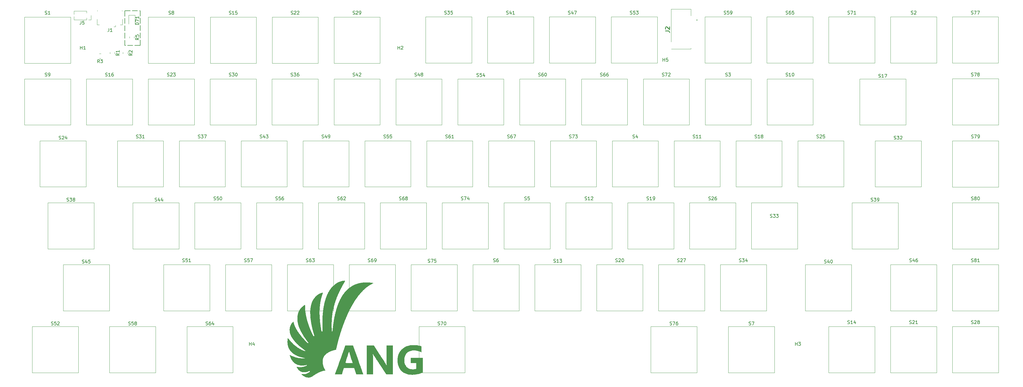
<source format=gbr>
%TF.GenerationSoftware,KiCad,Pcbnew,7.0.8-7.0.8~ubuntu22.04.1*%
%TF.CreationDate,2023-11-08T21:52:34+01:00*%
%TF.ProjectId,keyboard,6b657962-6f61-4726-942e-6b696361645f,rev?*%
%TF.SameCoordinates,Original*%
%TF.FileFunction,Legend,Top*%
%TF.FilePolarity,Positive*%
%FSLAX46Y46*%
G04 Gerber Fmt 4.6, Leading zero omitted, Abs format (unit mm)*
G04 Created by KiCad (PCBNEW 7.0.8-7.0.8~ubuntu22.04.1) date 2023-11-08 21:52:34*
%MOMM*%
%LPD*%
G01*
G04 APERTURE LIST*
%ADD10C,0.150000*%
%ADD11C,0.254000*%
%ADD12C,0.120000*%
%ADD13C,0.100000*%
%ADD14C,0.200000*%
G04 APERTURE END LIST*
D10*
X93300000Y-69550000D02*
X94950000Y-69550000D01*
X95550000Y-69550000D02*
X97200000Y-69550000D01*
X97800000Y-69550000D02*
X98000000Y-69550000D01*
X98000000Y-69550000D02*
X98000000Y-71200000D01*
X98000000Y-71800000D02*
X98000000Y-73450000D01*
X98000000Y-74050000D02*
X98000000Y-75700000D01*
X98000000Y-76300000D02*
X98000000Y-77950000D01*
X98000000Y-78550000D02*
X98000000Y-80200000D01*
X98000000Y-80250000D02*
X96350000Y-80250000D01*
X95750000Y-80250000D02*
X94100000Y-80250000D01*
X93500000Y-80250000D02*
X93300000Y-80250000D01*
X93300000Y-80250000D02*
X93300000Y-78600000D01*
X93300000Y-78000000D02*
X93300000Y-76350000D01*
X93300000Y-75750000D02*
X93300000Y-74100000D01*
X93300000Y-73500000D02*
X93300000Y-71850000D01*
X93300000Y-71250000D02*
X93300000Y-69600000D01*
X249698095Y-108719508D02*
X249840952Y-108767127D01*
X249840952Y-108767127D02*
X250079047Y-108767127D01*
X250079047Y-108767127D02*
X250174285Y-108719508D01*
X250174285Y-108719508D02*
X250221904Y-108671888D01*
X250221904Y-108671888D02*
X250269523Y-108576650D01*
X250269523Y-108576650D02*
X250269523Y-108481412D01*
X250269523Y-108481412D02*
X250221904Y-108386174D01*
X250221904Y-108386174D02*
X250174285Y-108338555D01*
X250174285Y-108338555D02*
X250079047Y-108290936D01*
X250079047Y-108290936D02*
X249888571Y-108243317D01*
X249888571Y-108243317D02*
X249793333Y-108195698D01*
X249793333Y-108195698D02*
X249745714Y-108148079D01*
X249745714Y-108148079D02*
X249698095Y-108052841D01*
X249698095Y-108052841D02*
X249698095Y-107957603D01*
X249698095Y-107957603D02*
X249745714Y-107862365D01*
X249745714Y-107862365D02*
X249793333Y-107814746D01*
X249793333Y-107814746D02*
X249888571Y-107767127D01*
X249888571Y-107767127D02*
X250126666Y-107767127D01*
X250126666Y-107767127D02*
X250269523Y-107814746D01*
X251126666Y-108100460D02*
X251126666Y-108767127D01*
X250888571Y-107719508D02*
X250650476Y-108433793D01*
X250650476Y-108433793D02*
X251269523Y-108433793D01*
X296871905Y-89669508D02*
X297014762Y-89717127D01*
X297014762Y-89717127D02*
X297252857Y-89717127D01*
X297252857Y-89717127D02*
X297348095Y-89669508D01*
X297348095Y-89669508D02*
X297395714Y-89621888D01*
X297395714Y-89621888D02*
X297443333Y-89526650D01*
X297443333Y-89526650D02*
X297443333Y-89431412D01*
X297443333Y-89431412D02*
X297395714Y-89336174D01*
X297395714Y-89336174D02*
X297348095Y-89288555D01*
X297348095Y-89288555D02*
X297252857Y-89240936D01*
X297252857Y-89240936D02*
X297062381Y-89193317D01*
X297062381Y-89193317D02*
X296967143Y-89145698D01*
X296967143Y-89145698D02*
X296919524Y-89098079D01*
X296919524Y-89098079D02*
X296871905Y-89002841D01*
X296871905Y-89002841D02*
X296871905Y-88907603D01*
X296871905Y-88907603D02*
X296919524Y-88812365D01*
X296919524Y-88812365D02*
X296967143Y-88764746D01*
X296967143Y-88764746D02*
X297062381Y-88717127D01*
X297062381Y-88717127D02*
X297300476Y-88717127D01*
X297300476Y-88717127D02*
X297443333Y-88764746D01*
X298395714Y-89717127D02*
X297824286Y-89717127D01*
X298110000Y-89717127D02*
X298110000Y-88717127D01*
X298110000Y-88717127D02*
X298014762Y-88859984D01*
X298014762Y-88859984D02*
X297919524Y-88955222D01*
X297919524Y-88955222D02*
X297824286Y-89002841D01*
X299014762Y-88717127D02*
X299110000Y-88717127D01*
X299110000Y-88717127D02*
X299205238Y-88764746D01*
X299205238Y-88764746D02*
X299252857Y-88812365D01*
X299252857Y-88812365D02*
X299300476Y-88907603D01*
X299300476Y-88907603D02*
X299348095Y-89098079D01*
X299348095Y-89098079D02*
X299348095Y-89336174D01*
X299348095Y-89336174D02*
X299300476Y-89526650D01*
X299300476Y-89526650D02*
X299252857Y-89621888D01*
X299252857Y-89621888D02*
X299205238Y-89669508D01*
X299205238Y-89669508D02*
X299110000Y-89717127D01*
X299110000Y-89717127D02*
X299014762Y-89717127D01*
X299014762Y-89717127D02*
X298919524Y-89669508D01*
X298919524Y-89669508D02*
X298871905Y-89621888D01*
X298871905Y-89621888D02*
X298824286Y-89526650D01*
X298824286Y-89526650D02*
X298776667Y-89336174D01*
X298776667Y-89336174D02*
X298776667Y-89098079D01*
X298776667Y-89098079D02*
X298824286Y-88907603D01*
X298824286Y-88907603D02*
X298871905Y-88812365D01*
X298871905Y-88812365D02*
X298919524Y-88764746D01*
X298919524Y-88764746D02*
X299014762Y-88717127D01*
X292041905Y-133157200D02*
X292184762Y-133204819D01*
X292184762Y-133204819D02*
X292422857Y-133204819D01*
X292422857Y-133204819D02*
X292518095Y-133157200D01*
X292518095Y-133157200D02*
X292565714Y-133109580D01*
X292565714Y-133109580D02*
X292613333Y-133014342D01*
X292613333Y-133014342D02*
X292613333Y-132919104D01*
X292613333Y-132919104D02*
X292565714Y-132823866D01*
X292565714Y-132823866D02*
X292518095Y-132776247D01*
X292518095Y-132776247D02*
X292422857Y-132728628D01*
X292422857Y-132728628D02*
X292232381Y-132681009D01*
X292232381Y-132681009D02*
X292137143Y-132633390D01*
X292137143Y-132633390D02*
X292089524Y-132585771D01*
X292089524Y-132585771D02*
X292041905Y-132490533D01*
X292041905Y-132490533D02*
X292041905Y-132395295D01*
X292041905Y-132395295D02*
X292089524Y-132300057D01*
X292089524Y-132300057D02*
X292137143Y-132252438D01*
X292137143Y-132252438D02*
X292232381Y-132204819D01*
X292232381Y-132204819D02*
X292470476Y-132204819D01*
X292470476Y-132204819D02*
X292613333Y-132252438D01*
X292946667Y-132204819D02*
X293565714Y-132204819D01*
X293565714Y-132204819D02*
X293232381Y-132585771D01*
X293232381Y-132585771D02*
X293375238Y-132585771D01*
X293375238Y-132585771D02*
X293470476Y-132633390D01*
X293470476Y-132633390D02*
X293518095Y-132681009D01*
X293518095Y-132681009D02*
X293565714Y-132776247D01*
X293565714Y-132776247D02*
X293565714Y-133014342D01*
X293565714Y-133014342D02*
X293518095Y-133109580D01*
X293518095Y-133109580D02*
X293470476Y-133157200D01*
X293470476Y-133157200D02*
X293375238Y-133204819D01*
X293375238Y-133204819D02*
X293089524Y-133204819D01*
X293089524Y-133204819D02*
X292994286Y-133157200D01*
X292994286Y-133157200D02*
X292946667Y-133109580D01*
X293899048Y-132204819D02*
X294518095Y-132204819D01*
X294518095Y-132204819D02*
X294184762Y-132585771D01*
X294184762Y-132585771D02*
X294327619Y-132585771D01*
X294327619Y-132585771D02*
X294422857Y-132633390D01*
X294422857Y-132633390D02*
X294470476Y-132681009D01*
X294470476Y-132681009D02*
X294518095Y-132776247D01*
X294518095Y-132776247D02*
X294518095Y-133014342D01*
X294518095Y-133014342D02*
X294470476Y-133109580D01*
X294470476Y-133109580D02*
X294422857Y-133157200D01*
X294422857Y-133157200D02*
X294327619Y-133204819D01*
X294327619Y-133204819D02*
X294041905Y-133204819D01*
X294041905Y-133204819D02*
X293946667Y-133157200D01*
X293946667Y-133157200D02*
X293899048Y-133109580D01*
X73001905Y-109087200D02*
X73144762Y-109134819D01*
X73144762Y-109134819D02*
X73382857Y-109134819D01*
X73382857Y-109134819D02*
X73478095Y-109087200D01*
X73478095Y-109087200D02*
X73525714Y-109039580D01*
X73525714Y-109039580D02*
X73573333Y-108944342D01*
X73573333Y-108944342D02*
X73573333Y-108849104D01*
X73573333Y-108849104D02*
X73525714Y-108753866D01*
X73525714Y-108753866D02*
X73478095Y-108706247D01*
X73478095Y-108706247D02*
X73382857Y-108658628D01*
X73382857Y-108658628D02*
X73192381Y-108611009D01*
X73192381Y-108611009D02*
X73097143Y-108563390D01*
X73097143Y-108563390D02*
X73049524Y-108515771D01*
X73049524Y-108515771D02*
X73001905Y-108420533D01*
X73001905Y-108420533D02*
X73001905Y-108325295D01*
X73001905Y-108325295D02*
X73049524Y-108230057D01*
X73049524Y-108230057D02*
X73097143Y-108182438D01*
X73097143Y-108182438D02*
X73192381Y-108134819D01*
X73192381Y-108134819D02*
X73430476Y-108134819D01*
X73430476Y-108134819D02*
X73573333Y-108182438D01*
X73954286Y-108230057D02*
X74001905Y-108182438D01*
X74001905Y-108182438D02*
X74097143Y-108134819D01*
X74097143Y-108134819D02*
X74335238Y-108134819D01*
X74335238Y-108134819D02*
X74430476Y-108182438D01*
X74430476Y-108182438D02*
X74478095Y-108230057D01*
X74478095Y-108230057D02*
X74525714Y-108325295D01*
X74525714Y-108325295D02*
X74525714Y-108420533D01*
X74525714Y-108420533D02*
X74478095Y-108563390D01*
X74478095Y-108563390D02*
X73906667Y-109134819D01*
X73906667Y-109134819D02*
X74525714Y-109134819D01*
X75382857Y-108468152D02*
X75382857Y-109134819D01*
X75144762Y-108087200D02*
X74906667Y-108801485D01*
X74906667Y-108801485D02*
X75525714Y-108801485D01*
X97554819Y-77929166D02*
X97078628Y-78262499D01*
X97554819Y-78500594D02*
X96554819Y-78500594D01*
X96554819Y-78500594D02*
X96554819Y-78119642D01*
X96554819Y-78119642D02*
X96602438Y-78024404D01*
X96602438Y-78024404D02*
X96650057Y-77976785D01*
X96650057Y-77976785D02*
X96745295Y-77929166D01*
X96745295Y-77929166D02*
X96888152Y-77929166D01*
X96888152Y-77929166D02*
X96983390Y-77976785D01*
X96983390Y-77976785D02*
X97031009Y-78024404D01*
X97031009Y-78024404D02*
X97078628Y-78119642D01*
X97078628Y-78119642D02*
X97078628Y-78500594D01*
X96554819Y-77024404D02*
X96554819Y-77500594D01*
X96554819Y-77500594D02*
X97031009Y-77548213D01*
X97031009Y-77548213D02*
X96983390Y-77500594D01*
X96983390Y-77500594D02*
X96935771Y-77405356D01*
X96935771Y-77405356D02*
X96935771Y-77167261D01*
X96935771Y-77167261D02*
X96983390Y-77072023D01*
X96983390Y-77072023D02*
X97031009Y-77024404D01*
X97031009Y-77024404D02*
X97126247Y-76976785D01*
X97126247Y-76976785D02*
X97364342Y-76976785D01*
X97364342Y-76976785D02*
X97459580Y-77024404D01*
X97459580Y-77024404D02*
X97507200Y-77072023D01*
X97507200Y-77072023D02*
X97554819Y-77167261D01*
X97554819Y-77167261D02*
X97554819Y-77405356D01*
X97554819Y-77405356D02*
X97507200Y-77500594D01*
X97507200Y-77500594D02*
X97459580Y-77548213D01*
X139721905Y-127789508D02*
X139864762Y-127837127D01*
X139864762Y-127837127D02*
X140102857Y-127837127D01*
X140102857Y-127837127D02*
X140198095Y-127789508D01*
X140198095Y-127789508D02*
X140245714Y-127741888D01*
X140245714Y-127741888D02*
X140293333Y-127646650D01*
X140293333Y-127646650D02*
X140293333Y-127551412D01*
X140293333Y-127551412D02*
X140245714Y-127456174D01*
X140245714Y-127456174D02*
X140198095Y-127408555D01*
X140198095Y-127408555D02*
X140102857Y-127360936D01*
X140102857Y-127360936D02*
X139912381Y-127313317D01*
X139912381Y-127313317D02*
X139817143Y-127265698D01*
X139817143Y-127265698D02*
X139769524Y-127218079D01*
X139769524Y-127218079D02*
X139721905Y-127122841D01*
X139721905Y-127122841D02*
X139721905Y-127027603D01*
X139721905Y-127027603D02*
X139769524Y-126932365D01*
X139769524Y-126932365D02*
X139817143Y-126884746D01*
X139817143Y-126884746D02*
X139912381Y-126837127D01*
X139912381Y-126837127D02*
X140150476Y-126837127D01*
X140150476Y-126837127D02*
X140293333Y-126884746D01*
X141198095Y-126837127D02*
X140721905Y-126837127D01*
X140721905Y-126837127D02*
X140674286Y-127313317D01*
X140674286Y-127313317D02*
X140721905Y-127265698D01*
X140721905Y-127265698D02*
X140817143Y-127218079D01*
X140817143Y-127218079D02*
X141055238Y-127218079D01*
X141055238Y-127218079D02*
X141150476Y-127265698D01*
X141150476Y-127265698D02*
X141198095Y-127313317D01*
X141198095Y-127313317D02*
X141245714Y-127408555D01*
X141245714Y-127408555D02*
X141245714Y-127646650D01*
X141245714Y-127646650D02*
X141198095Y-127741888D01*
X141198095Y-127741888D02*
X141150476Y-127789508D01*
X141150476Y-127789508D02*
X141055238Y-127837127D01*
X141055238Y-127837127D02*
X140817143Y-127837127D01*
X140817143Y-127837127D02*
X140721905Y-127789508D01*
X140721905Y-127789508D02*
X140674286Y-127741888D01*
X142102857Y-126837127D02*
X141912381Y-126837127D01*
X141912381Y-126837127D02*
X141817143Y-126884746D01*
X141817143Y-126884746D02*
X141769524Y-126932365D01*
X141769524Y-126932365D02*
X141674286Y-127075222D01*
X141674286Y-127075222D02*
X141626667Y-127265698D01*
X141626667Y-127265698D02*
X141626667Y-127646650D01*
X141626667Y-127646650D02*
X141674286Y-127741888D01*
X141674286Y-127741888D02*
X141721905Y-127789508D01*
X141721905Y-127789508D02*
X141817143Y-127837127D01*
X141817143Y-127837127D02*
X142007619Y-127837127D01*
X142007619Y-127837127D02*
X142102857Y-127789508D01*
X142102857Y-127789508D02*
X142150476Y-127741888D01*
X142150476Y-127741888D02*
X142198095Y-127646650D01*
X142198095Y-127646650D02*
X142198095Y-127408555D01*
X142198095Y-127408555D02*
X142150476Y-127313317D01*
X142150476Y-127313317D02*
X142102857Y-127265698D01*
X142102857Y-127265698D02*
X142007619Y-127218079D01*
X142007619Y-127218079D02*
X141817143Y-127218079D01*
X141817143Y-127218079D02*
X141721905Y-127265698D01*
X141721905Y-127265698D02*
X141674286Y-127313317D01*
X141674286Y-127313317D02*
X141626667Y-127408555D01*
X111071905Y-146839508D02*
X111214762Y-146887127D01*
X111214762Y-146887127D02*
X111452857Y-146887127D01*
X111452857Y-146887127D02*
X111548095Y-146839508D01*
X111548095Y-146839508D02*
X111595714Y-146791888D01*
X111595714Y-146791888D02*
X111643333Y-146696650D01*
X111643333Y-146696650D02*
X111643333Y-146601412D01*
X111643333Y-146601412D02*
X111595714Y-146506174D01*
X111595714Y-146506174D02*
X111548095Y-146458555D01*
X111548095Y-146458555D02*
X111452857Y-146410936D01*
X111452857Y-146410936D02*
X111262381Y-146363317D01*
X111262381Y-146363317D02*
X111167143Y-146315698D01*
X111167143Y-146315698D02*
X111119524Y-146268079D01*
X111119524Y-146268079D02*
X111071905Y-146172841D01*
X111071905Y-146172841D02*
X111071905Y-146077603D01*
X111071905Y-146077603D02*
X111119524Y-145982365D01*
X111119524Y-145982365D02*
X111167143Y-145934746D01*
X111167143Y-145934746D02*
X111262381Y-145887127D01*
X111262381Y-145887127D02*
X111500476Y-145887127D01*
X111500476Y-145887127D02*
X111643333Y-145934746D01*
X112548095Y-145887127D02*
X112071905Y-145887127D01*
X112071905Y-145887127D02*
X112024286Y-146363317D01*
X112024286Y-146363317D02*
X112071905Y-146315698D01*
X112071905Y-146315698D02*
X112167143Y-146268079D01*
X112167143Y-146268079D02*
X112405238Y-146268079D01*
X112405238Y-146268079D02*
X112500476Y-146315698D01*
X112500476Y-146315698D02*
X112548095Y-146363317D01*
X112548095Y-146363317D02*
X112595714Y-146458555D01*
X112595714Y-146458555D02*
X112595714Y-146696650D01*
X112595714Y-146696650D02*
X112548095Y-146791888D01*
X112548095Y-146791888D02*
X112500476Y-146839508D01*
X112500476Y-146839508D02*
X112405238Y-146887127D01*
X112405238Y-146887127D02*
X112167143Y-146887127D01*
X112167143Y-146887127D02*
X112071905Y-146839508D01*
X112071905Y-146839508D02*
X112024286Y-146791888D01*
X113548095Y-146887127D02*
X112976667Y-146887127D01*
X113262381Y-146887127D02*
X113262381Y-145887127D01*
X113262381Y-145887127D02*
X113167143Y-146029984D01*
X113167143Y-146029984D02*
X113071905Y-146125222D01*
X113071905Y-146125222D02*
X112976667Y-146172841D01*
X79588095Y-81454819D02*
X79588095Y-80454819D01*
X79588095Y-80931009D02*
X80159523Y-80931009D01*
X80159523Y-81454819D02*
X80159523Y-80454819D01*
X81159523Y-81454819D02*
X80588095Y-81454819D01*
X80873809Y-81454819D02*
X80873809Y-80454819D01*
X80873809Y-80454819D02*
X80778571Y-80597676D01*
X80778571Y-80597676D02*
X80683333Y-80692914D01*
X80683333Y-80692914D02*
X80588095Y-80740533D01*
X296861905Y-70589508D02*
X297004762Y-70637127D01*
X297004762Y-70637127D02*
X297242857Y-70637127D01*
X297242857Y-70637127D02*
X297338095Y-70589508D01*
X297338095Y-70589508D02*
X297385714Y-70541888D01*
X297385714Y-70541888D02*
X297433333Y-70446650D01*
X297433333Y-70446650D02*
X297433333Y-70351412D01*
X297433333Y-70351412D02*
X297385714Y-70256174D01*
X297385714Y-70256174D02*
X297338095Y-70208555D01*
X297338095Y-70208555D02*
X297242857Y-70160936D01*
X297242857Y-70160936D02*
X297052381Y-70113317D01*
X297052381Y-70113317D02*
X296957143Y-70065698D01*
X296957143Y-70065698D02*
X296909524Y-70018079D01*
X296909524Y-70018079D02*
X296861905Y-69922841D01*
X296861905Y-69922841D02*
X296861905Y-69827603D01*
X296861905Y-69827603D02*
X296909524Y-69732365D01*
X296909524Y-69732365D02*
X296957143Y-69684746D01*
X296957143Y-69684746D02*
X297052381Y-69637127D01*
X297052381Y-69637127D02*
X297290476Y-69637127D01*
X297290476Y-69637127D02*
X297433333Y-69684746D01*
X298290476Y-69637127D02*
X298100000Y-69637127D01*
X298100000Y-69637127D02*
X298004762Y-69684746D01*
X298004762Y-69684746D02*
X297957143Y-69732365D01*
X297957143Y-69732365D02*
X297861905Y-69875222D01*
X297861905Y-69875222D02*
X297814286Y-70065698D01*
X297814286Y-70065698D02*
X297814286Y-70446650D01*
X297814286Y-70446650D02*
X297861905Y-70541888D01*
X297861905Y-70541888D02*
X297909524Y-70589508D01*
X297909524Y-70589508D02*
X298004762Y-70637127D01*
X298004762Y-70637127D02*
X298195238Y-70637127D01*
X298195238Y-70637127D02*
X298290476Y-70589508D01*
X298290476Y-70589508D02*
X298338095Y-70541888D01*
X298338095Y-70541888D02*
X298385714Y-70446650D01*
X298385714Y-70446650D02*
X298385714Y-70208555D01*
X298385714Y-70208555D02*
X298338095Y-70113317D01*
X298338095Y-70113317D02*
X298290476Y-70065698D01*
X298290476Y-70065698D02*
X298195238Y-70018079D01*
X298195238Y-70018079D02*
X298004762Y-70018079D01*
X298004762Y-70018079D02*
X297909524Y-70065698D01*
X297909524Y-70065698D02*
X297861905Y-70113317D01*
X297861905Y-70113317D02*
X297814286Y-70208555D01*
X299290476Y-69637127D02*
X298814286Y-69637127D01*
X298814286Y-69637127D02*
X298766667Y-70113317D01*
X298766667Y-70113317D02*
X298814286Y-70065698D01*
X298814286Y-70065698D02*
X298909524Y-70018079D01*
X298909524Y-70018079D02*
X299147619Y-70018079D01*
X299147619Y-70018079D02*
X299242857Y-70065698D01*
X299242857Y-70065698D02*
X299290476Y-70113317D01*
X299290476Y-70113317D02*
X299338095Y-70208555D01*
X299338095Y-70208555D02*
X299338095Y-70446650D01*
X299338095Y-70446650D02*
X299290476Y-70541888D01*
X299290476Y-70541888D02*
X299242857Y-70589508D01*
X299242857Y-70589508D02*
X299147619Y-70637127D01*
X299147619Y-70637127D02*
X298909524Y-70637127D01*
X298909524Y-70637127D02*
X298814286Y-70589508D01*
X298814286Y-70589508D02*
X298766667Y-70541888D01*
X87301905Y-89669508D02*
X87444762Y-89717127D01*
X87444762Y-89717127D02*
X87682857Y-89717127D01*
X87682857Y-89717127D02*
X87778095Y-89669508D01*
X87778095Y-89669508D02*
X87825714Y-89621888D01*
X87825714Y-89621888D02*
X87873333Y-89526650D01*
X87873333Y-89526650D02*
X87873333Y-89431412D01*
X87873333Y-89431412D02*
X87825714Y-89336174D01*
X87825714Y-89336174D02*
X87778095Y-89288555D01*
X87778095Y-89288555D02*
X87682857Y-89240936D01*
X87682857Y-89240936D02*
X87492381Y-89193317D01*
X87492381Y-89193317D02*
X87397143Y-89145698D01*
X87397143Y-89145698D02*
X87349524Y-89098079D01*
X87349524Y-89098079D02*
X87301905Y-89002841D01*
X87301905Y-89002841D02*
X87301905Y-88907603D01*
X87301905Y-88907603D02*
X87349524Y-88812365D01*
X87349524Y-88812365D02*
X87397143Y-88764746D01*
X87397143Y-88764746D02*
X87492381Y-88717127D01*
X87492381Y-88717127D02*
X87730476Y-88717127D01*
X87730476Y-88717127D02*
X87873333Y-88764746D01*
X88825714Y-89717127D02*
X88254286Y-89717127D01*
X88540000Y-89717127D02*
X88540000Y-88717127D01*
X88540000Y-88717127D02*
X88444762Y-88859984D01*
X88444762Y-88859984D02*
X88349524Y-88955222D01*
X88349524Y-88955222D02*
X88254286Y-89002841D01*
X89682857Y-88717127D02*
X89492381Y-88717127D01*
X89492381Y-88717127D02*
X89397143Y-88764746D01*
X89397143Y-88764746D02*
X89349524Y-88812365D01*
X89349524Y-88812365D02*
X89254286Y-88955222D01*
X89254286Y-88955222D02*
X89206667Y-89145698D01*
X89206667Y-89145698D02*
X89206667Y-89526650D01*
X89206667Y-89526650D02*
X89254286Y-89621888D01*
X89254286Y-89621888D02*
X89301905Y-89669508D01*
X89301905Y-89669508D02*
X89397143Y-89717127D01*
X89397143Y-89717127D02*
X89587619Y-89717127D01*
X89587619Y-89717127D02*
X89682857Y-89669508D01*
X89682857Y-89669508D02*
X89730476Y-89621888D01*
X89730476Y-89621888D02*
X89778095Y-89526650D01*
X89778095Y-89526650D02*
X89778095Y-89288555D01*
X89778095Y-89288555D02*
X89730476Y-89193317D01*
X89730476Y-89193317D02*
X89682857Y-89145698D01*
X89682857Y-89145698D02*
X89587619Y-89098079D01*
X89587619Y-89098079D02*
X89397143Y-89098079D01*
X89397143Y-89098079D02*
X89301905Y-89145698D01*
X89301905Y-89145698D02*
X89254286Y-89193317D01*
X89254286Y-89193317D02*
X89206667Y-89288555D01*
X239721905Y-89669508D02*
X239864762Y-89717127D01*
X239864762Y-89717127D02*
X240102857Y-89717127D01*
X240102857Y-89717127D02*
X240198095Y-89669508D01*
X240198095Y-89669508D02*
X240245714Y-89621888D01*
X240245714Y-89621888D02*
X240293333Y-89526650D01*
X240293333Y-89526650D02*
X240293333Y-89431412D01*
X240293333Y-89431412D02*
X240245714Y-89336174D01*
X240245714Y-89336174D02*
X240198095Y-89288555D01*
X240198095Y-89288555D02*
X240102857Y-89240936D01*
X240102857Y-89240936D02*
X239912381Y-89193317D01*
X239912381Y-89193317D02*
X239817143Y-89145698D01*
X239817143Y-89145698D02*
X239769524Y-89098079D01*
X239769524Y-89098079D02*
X239721905Y-89002841D01*
X239721905Y-89002841D02*
X239721905Y-88907603D01*
X239721905Y-88907603D02*
X239769524Y-88812365D01*
X239769524Y-88812365D02*
X239817143Y-88764746D01*
X239817143Y-88764746D02*
X239912381Y-88717127D01*
X239912381Y-88717127D02*
X240150476Y-88717127D01*
X240150476Y-88717127D02*
X240293333Y-88764746D01*
X241150476Y-88717127D02*
X240960000Y-88717127D01*
X240960000Y-88717127D02*
X240864762Y-88764746D01*
X240864762Y-88764746D02*
X240817143Y-88812365D01*
X240817143Y-88812365D02*
X240721905Y-88955222D01*
X240721905Y-88955222D02*
X240674286Y-89145698D01*
X240674286Y-89145698D02*
X240674286Y-89526650D01*
X240674286Y-89526650D02*
X240721905Y-89621888D01*
X240721905Y-89621888D02*
X240769524Y-89669508D01*
X240769524Y-89669508D02*
X240864762Y-89717127D01*
X240864762Y-89717127D02*
X241055238Y-89717127D01*
X241055238Y-89717127D02*
X241150476Y-89669508D01*
X241150476Y-89669508D02*
X241198095Y-89621888D01*
X241198095Y-89621888D02*
X241245714Y-89526650D01*
X241245714Y-89526650D02*
X241245714Y-89288555D01*
X241245714Y-89288555D02*
X241198095Y-89193317D01*
X241198095Y-89193317D02*
X241150476Y-89145698D01*
X241150476Y-89145698D02*
X241055238Y-89098079D01*
X241055238Y-89098079D02*
X240864762Y-89098079D01*
X240864762Y-89098079D02*
X240769524Y-89145698D01*
X240769524Y-89145698D02*
X240721905Y-89193317D01*
X240721905Y-89193317D02*
X240674286Y-89288555D01*
X242102857Y-88717127D02*
X241912381Y-88717127D01*
X241912381Y-88717127D02*
X241817143Y-88764746D01*
X241817143Y-88764746D02*
X241769524Y-88812365D01*
X241769524Y-88812365D02*
X241674286Y-88955222D01*
X241674286Y-88955222D02*
X241626667Y-89145698D01*
X241626667Y-89145698D02*
X241626667Y-89526650D01*
X241626667Y-89526650D02*
X241674286Y-89621888D01*
X241674286Y-89621888D02*
X241721905Y-89669508D01*
X241721905Y-89669508D02*
X241817143Y-89717127D01*
X241817143Y-89717127D02*
X242007619Y-89717127D01*
X242007619Y-89717127D02*
X242102857Y-89669508D01*
X242102857Y-89669508D02*
X242150476Y-89621888D01*
X242150476Y-89621888D02*
X242198095Y-89526650D01*
X242198095Y-89526650D02*
X242198095Y-89288555D01*
X242198095Y-89288555D02*
X242150476Y-89193317D01*
X242150476Y-89193317D02*
X242102857Y-89145698D01*
X242102857Y-89145698D02*
X242007619Y-89098079D01*
X242007619Y-89098079D02*
X241817143Y-89098079D01*
X241817143Y-89098079D02*
X241721905Y-89145698D01*
X241721905Y-89145698D02*
X241674286Y-89193317D01*
X241674286Y-89193317D02*
X241626667Y-89288555D01*
X94421905Y-166257200D02*
X94564762Y-166304819D01*
X94564762Y-166304819D02*
X94802857Y-166304819D01*
X94802857Y-166304819D02*
X94898095Y-166257200D01*
X94898095Y-166257200D02*
X94945714Y-166209580D01*
X94945714Y-166209580D02*
X94993333Y-166114342D01*
X94993333Y-166114342D02*
X94993333Y-166019104D01*
X94993333Y-166019104D02*
X94945714Y-165923866D01*
X94945714Y-165923866D02*
X94898095Y-165876247D01*
X94898095Y-165876247D02*
X94802857Y-165828628D01*
X94802857Y-165828628D02*
X94612381Y-165781009D01*
X94612381Y-165781009D02*
X94517143Y-165733390D01*
X94517143Y-165733390D02*
X94469524Y-165685771D01*
X94469524Y-165685771D02*
X94421905Y-165590533D01*
X94421905Y-165590533D02*
X94421905Y-165495295D01*
X94421905Y-165495295D02*
X94469524Y-165400057D01*
X94469524Y-165400057D02*
X94517143Y-165352438D01*
X94517143Y-165352438D02*
X94612381Y-165304819D01*
X94612381Y-165304819D02*
X94850476Y-165304819D01*
X94850476Y-165304819D02*
X94993333Y-165352438D01*
X95898095Y-165304819D02*
X95421905Y-165304819D01*
X95421905Y-165304819D02*
X95374286Y-165781009D01*
X95374286Y-165781009D02*
X95421905Y-165733390D01*
X95421905Y-165733390D02*
X95517143Y-165685771D01*
X95517143Y-165685771D02*
X95755238Y-165685771D01*
X95755238Y-165685771D02*
X95850476Y-165733390D01*
X95850476Y-165733390D02*
X95898095Y-165781009D01*
X95898095Y-165781009D02*
X95945714Y-165876247D01*
X95945714Y-165876247D02*
X95945714Y-166114342D01*
X95945714Y-166114342D02*
X95898095Y-166209580D01*
X95898095Y-166209580D02*
X95850476Y-166257200D01*
X95850476Y-166257200D02*
X95755238Y-166304819D01*
X95755238Y-166304819D02*
X95517143Y-166304819D01*
X95517143Y-166304819D02*
X95421905Y-166257200D01*
X95421905Y-166257200D02*
X95374286Y-166209580D01*
X96517143Y-165733390D02*
X96421905Y-165685771D01*
X96421905Y-165685771D02*
X96374286Y-165638152D01*
X96374286Y-165638152D02*
X96326667Y-165542914D01*
X96326667Y-165542914D02*
X96326667Y-165495295D01*
X96326667Y-165495295D02*
X96374286Y-165400057D01*
X96374286Y-165400057D02*
X96421905Y-165352438D01*
X96421905Y-165352438D02*
X96517143Y-165304819D01*
X96517143Y-165304819D02*
X96707619Y-165304819D01*
X96707619Y-165304819D02*
X96802857Y-165352438D01*
X96802857Y-165352438D02*
X96850476Y-165400057D01*
X96850476Y-165400057D02*
X96898095Y-165495295D01*
X96898095Y-165495295D02*
X96898095Y-165542914D01*
X96898095Y-165542914D02*
X96850476Y-165638152D01*
X96850476Y-165638152D02*
X96802857Y-165685771D01*
X96802857Y-165685771D02*
X96707619Y-165733390D01*
X96707619Y-165733390D02*
X96517143Y-165733390D01*
X96517143Y-165733390D02*
X96421905Y-165781009D01*
X96421905Y-165781009D02*
X96374286Y-165828628D01*
X96374286Y-165828628D02*
X96326667Y-165923866D01*
X96326667Y-165923866D02*
X96326667Y-166114342D01*
X96326667Y-166114342D02*
X96374286Y-166209580D01*
X96374286Y-166209580D02*
X96421905Y-166257200D01*
X96421905Y-166257200D02*
X96517143Y-166304819D01*
X96517143Y-166304819D02*
X96707619Y-166304819D01*
X96707619Y-166304819D02*
X96802857Y-166257200D01*
X96802857Y-166257200D02*
X96850476Y-166209580D01*
X96850476Y-166209580D02*
X96898095Y-166114342D01*
X96898095Y-166114342D02*
X96898095Y-165923866D01*
X96898095Y-165923866D02*
X96850476Y-165828628D01*
X96850476Y-165828628D02*
X96802857Y-165781009D01*
X96802857Y-165781009D02*
X96707619Y-165733390D01*
X334931905Y-165889508D02*
X335074762Y-165937127D01*
X335074762Y-165937127D02*
X335312857Y-165937127D01*
X335312857Y-165937127D02*
X335408095Y-165889508D01*
X335408095Y-165889508D02*
X335455714Y-165841888D01*
X335455714Y-165841888D02*
X335503333Y-165746650D01*
X335503333Y-165746650D02*
X335503333Y-165651412D01*
X335503333Y-165651412D02*
X335455714Y-165556174D01*
X335455714Y-165556174D02*
X335408095Y-165508555D01*
X335408095Y-165508555D02*
X335312857Y-165460936D01*
X335312857Y-165460936D02*
X335122381Y-165413317D01*
X335122381Y-165413317D02*
X335027143Y-165365698D01*
X335027143Y-165365698D02*
X334979524Y-165318079D01*
X334979524Y-165318079D02*
X334931905Y-165222841D01*
X334931905Y-165222841D02*
X334931905Y-165127603D01*
X334931905Y-165127603D02*
X334979524Y-165032365D01*
X334979524Y-165032365D02*
X335027143Y-164984746D01*
X335027143Y-164984746D02*
X335122381Y-164937127D01*
X335122381Y-164937127D02*
X335360476Y-164937127D01*
X335360476Y-164937127D02*
X335503333Y-164984746D01*
X335884286Y-165032365D02*
X335931905Y-164984746D01*
X335931905Y-164984746D02*
X336027143Y-164937127D01*
X336027143Y-164937127D02*
X336265238Y-164937127D01*
X336265238Y-164937127D02*
X336360476Y-164984746D01*
X336360476Y-164984746D02*
X336408095Y-165032365D01*
X336408095Y-165032365D02*
X336455714Y-165127603D01*
X336455714Y-165127603D02*
X336455714Y-165222841D01*
X336455714Y-165222841D02*
X336408095Y-165365698D01*
X336408095Y-165365698D02*
X335836667Y-165937127D01*
X335836667Y-165937127D02*
X336455714Y-165937127D01*
X337408095Y-165937127D02*
X336836667Y-165937127D01*
X337122381Y-165937127D02*
X337122381Y-164937127D01*
X337122381Y-164937127D02*
X337027143Y-165079984D01*
X337027143Y-165079984D02*
X336931905Y-165175222D01*
X336931905Y-165175222D02*
X336836667Y-165222841D01*
X186661905Y-147007200D02*
X186804762Y-147054819D01*
X186804762Y-147054819D02*
X187042857Y-147054819D01*
X187042857Y-147054819D02*
X187138095Y-147007200D01*
X187138095Y-147007200D02*
X187185714Y-146959580D01*
X187185714Y-146959580D02*
X187233333Y-146864342D01*
X187233333Y-146864342D02*
X187233333Y-146769104D01*
X187233333Y-146769104D02*
X187185714Y-146673866D01*
X187185714Y-146673866D02*
X187138095Y-146626247D01*
X187138095Y-146626247D02*
X187042857Y-146578628D01*
X187042857Y-146578628D02*
X186852381Y-146531009D01*
X186852381Y-146531009D02*
X186757143Y-146483390D01*
X186757143Y-146483390D02*
X186709524Y-146435771D01*
X186709524Y-146435771D02*
X186661905Y-146340533D01*
X186661905Y-146340533D02*
X186661905Y-146245295D01*
X186661905Y-146245295D02*
X186709524Y-146150057D01*
X186709524Y-146150057D02*
X186757143Y-146102438D01*
X186757143Y-146102438D02*
X186852381Y-146054819D01*
X186852381Y-146054819D02*
X187090476Y-146054819D01*
X187090476Y-146054819D02*
X187233333Y-146102438D01*
X187566667Y-146054819D02*
X188233333Y-146054819D01*
X188233333Y-146054819D02*
X187804762Y-147054819D01*
X189090476Y-146054819D02*
X188614286Y-146054819D01*
X188614286Y-146054819D02*
X188566667Y-146531009D01*
X188566667Y-146531009D02*
X188614286Y-146483390D01*
X188614286Y-146483390D02*
X188709524Y-146435771D01*
X188709524Y-146435771D02*
X188947619Y-146435771D01*
X188947619Y-146435771D02*
X189042857Y-146483390D01*
X189042857Y-146483390D02*
X189090476Y-146531009D01*
X189090476Y-146531009D02*
X189138095Y-146626247D01*
X189138095Y-146626247D02*
X189138095Y-146864342D01*
X189138095Y-146864342D02*
X189090476Y-146959580D01*
X189090476Y-146959580D02*
X189042857Y-147007200D01*
X189042857Y-147007200D02*
X188947619Y-147054819D01*
X188947619Y-147054819D02*
X188709524Y-147054819D01*
X188709524Y-147054819D02*
X188614286Y-147007200D01*
X188614286Y-147007200D02*
X188566667Y-146959580D01*
X261131905Y-166257200D02*
X261274762Y-166304819D01*
X261274762Y-166304819D02*
X261512857Y-166304819D01*
X261512857Y-166304819D02*
X261608095Y-166257200D01*
X261608095Y-166257200D02*
X261655714Y-166209580D01*
X261655714Y-166209580D02*
X261703333Y-166114342D01*
X261703333Y-166114342D02*
X261703333Y-166019104D01*
X261703333Y-166019104D02*
X261655714Y-165923866D01*
X261655714Y-165923866D02*
X261608095Y-165876247D01*
X261608095Y-165876247D02*
X261512857Y-165828628D01*
X261512857Y-165828628D02*
X261322381Y-165781009D01*
X261322381Y-165781009D02*
X261227143Y-165733390D01*
X261227143Y-165733390D02*
X261179524Y-165685771D01*
X261179524Y-165685771D02*
X261131905Y-165590533D01*
X261131905Y-165590533D02*
X261131905Y-165495295D01*
X261131905Y-165495295D02*
X261179524Y-165400057D01*
X261179524Y-165400057D02*
X261227143Y-165352438D01*
X261227143Y-165352438D02*
X261322381Y-165304819D01*
X261322381Y-165304819D02*
X261560476Y-165304819D01*
X261560476Y-165304819D02*
X261703333Y-165352438D01*
X262036667Y-165304819D02*
X262703333Y-165304819D01*
X262703333Y-165304819D02*
X262274762Y-166304819D01*
X263512857Y-165304819D02*
X263322381Y-165304819D01*
X263322381Y-165304819D02*
X263227143Y-165352438D01*
X263227143Y-165352438D02*
X263179524Y-165400057D01*
X263179524Y-165400057D02*
X263084286Y-165542914D01*
X263084286Y-165542914D02*
X263036667Y-165733390D01*
X263036667Y-165733390D02*
X263036667Y-166114342D01*
X263036667Y-166114342D02*
X263084286Y-166209580D01*
X263084286Y-166209580D02*
X263131905Y-166257200D01*
X263131905Y-166257200D02*
X263227143Y-166304819D01*
X263227143Y-166304819D02*
X263417619Y-166304819D01*
X263417619Y-166304819D02*
X263512857Y-166257200D01*
X263512857Y-166257200D02*
X263560476Y-166209580D01*
X263560476Y-166209580D02*
X263608095Y-166114342D01*
X263608095Y-166114342D02*
X263608095Y-165876247D01*
X263608095Y-165876247D02*
X263560476Y-165781009D01*
X263560476Y-165781009D02*
X263512857Y-165733390D01*
X263512857Y-165733390D02*
X263417619Y-165685771D01*
X263417619Y-165685771D02*
X263227143Y-165685771D01*
X263227143Y-165685771D02*
X263131905Y-165733390D01*
X263131905Y-165733390D02*
X263084286Y-165781009D01*
X263084286Y-165781009D02*
X263036667Y-165876247D01*
X299788095Y-172604819D02*
X299788095Y-171604819D01*
X299788095Y-172081009D02*
X300359523Y-172081009D01*
X300359523Y-172604819D02*
X300359523Y-171604819D01*
X300740476Y-171604819D02*
X301359523Y-171604819D01*
X301359523Y-171604819D02*
X301026190Y-171985771D01*
X301026190Y-171985771D02*
X301169047Y-171985771D01*
X301169047Y-171985771D02*
X301264285Y-172033390D01*
X301264285Y-172033390D02*
X301311904Y-172081009D01*
X301311904Y-172081009D02*
X301359523Y-172176247D01*
X301359523Y-172176247D02*
X301359523Y-172414342D01*
X301359523Y-172414342D02*
X301311904Y-172509580D01*
X301311904Y-172509580D02*
X301264285Y-172557200D01*
X301264285Y-172557200D02*
X301169047Y-172604819D01*
X301169047Y-172604819D02*
X300883333Y-172604819D01*
X300883333Y-172604819D02*
X300788095Y-172557200D01*
X300788095Y-172557200D02*
X300740476Y-172509580D01*
X277811905Y-70589508D02*
X277954762Y-70637127D01*
X277954762Y-70637127D02*
X278192857Y-70637127D01*
X278192857Y-70637127D02*
X278288095Y-70589508D01*
X278288095Y-70589508D02*
X278335714Y-70541888D01*
X278335714Y-70541888D02*
X278383333Y-70446650D01*
X278383333Y-70446650D02*
X278383333Y-70351412D01*
X278383333Y-70351412D02*
X278335714Y-70256174D01*
X278335714Y-70256174D02*
X278288095Y-70208555D01*
X278288095Y-70208555D02*
X278192857Y-70160936D01*
X278192857Y-70160936D02*
X278002381Y-70113317D01*
X278002381Y-70113317D02*
X277907143Y-70065698D01*
X277907143Y-70065698D02*
X277859524Y-70018079D01*
X277859524Y-70018079D02*
X277811905Y-69922841D01*
X277811905Y-69922841D02*
X277811905Y-69827603D01*
X277811905Y-69827603D02*
X277859524Y-69732365D01*
X277859524Y-69732365D02*
X277907143Y-69684746D01*
X277907143Y-69684746D02*
X278002381Y-69637127D01*
X278002381Y-69637127D02*
X278240476Y-69637127D01*
X278240476Y-69637127D02*
X278383333Y-69684746D01*
X279288095Y-69637127D02*
X278811905Y-69637127D01*
X278811905Y-69637127D02*
X278764286Y-70113317D01*
X278764286Y-70113317D02*
X278811905Y-70065698D01*
X278811905Y-70065698D02*
X278907143Y-70018079D01*
X278907143Y-70018079D02*
X279145238Y-70018079D01*
X279145238Y-70018079D02*
X279240476Y-70065698D01*
X279240476Y-70065698D02*
X279288095Y-70113317D01*
X279288095Y-70113317D02*
X279335714Y-70208555D01*
X279335714Y-70208555D02*
X279335714Y-70446650D01*
X279335714Y-70446650D02*
X279288095Y-70541888D01*
X279288095Y-70541888D02*
X279240476Y-70589508D01*
X279240476Y-70589508D02*
X279145238Y-70637127D01*
X279145238Y-70637127D02*
X278907143Y-70637127D01*
X278907143Y-70637127D02*
X278811905Y-70589508D01*
X278811905Y-70589508D02*
X278764286Y-70541888D01*
X279811905Y-70637127D02*
X280002381Y-70637127D01*
X280002381Y-70637127D02*
X280097619Y-70589508D01*
X280097619Y-70589508D02*
X280145238Y-70541888D01*
X280145238Y-70541888D02*
X280240476Y-70399031D01*
X280240476Y-70399031D02*
X280288095Y-70208555D01*
X280288095Y-70208555D02*
X280288095Y-69827603D01*
X280288095Y-69827603D02*
X280240476Y-69732365D01*
X280240476Y-69732365D02*
X280192857Y-69684746D01*
X280192857Y-69684746D02*
X280097619Y-69637127D01*
X280097619Y-69637127D02*
X279907143Y-69637127D01*
X279907143Y-69637127D02*
X279811905Y-69684746D01*
X279811905Y-69684746D02*
X279764286Y-69732365D01*
X279764286Y-69732365D02*
X279716667Y-69827603D01*
X279716667Y-69827603D02*
X279716667Y-70065698D01*
X279716667Y-70065698D02*
X279764286Y-70160936D01*
X279764286Y-70160936D02*
X279811905Y-70208555D01*
X279811905Y-70208555D02*
X279907143Y-70256174D01*
X279907143Y-70256174D02*
X280097619Y-70256174D01*
X280097619Y-70256174D02*
X280192857Y-70208555D01*
X280192857Y-70208555D02*
X280240476Y-70160936D01*
X280240476Y-70160936D02*
X280288095Y-70065698D01*
X106351905Y-89669508D02*
X106494762Y-89717127D01*
X106494762Y-89717127D02*
X106732857Y-89717127D01*
X106732857Y-89717127D02*
X106828095Y-89669508D01*
X106828095Y-89669508D02*
X106875714Y-89621888D01*
X106875714Y-89621888D02*
X106923333Y-89526650D01*
X106923333Y-89526650D02*
X106923333Y-89431412D01*
X106923333Y-89431412D02*
X106875714Y-89336174D01*
X106875714Y-89336174D02*
X106828095Y-89288555D01*
X106828095Y-89288555D02*
X106732857Y-89240936D01*
X106732857Y-89240936D02*
X106542381Y-89193317D01*
X106542381Y-89193317D02*
X106447143Y-89145698D01*
X106447143Y-89145698D02*
X106399524Y-89098079D01*
X106399524Y-89098079D02*
X106351905Y-89002841D01*
X106351905Y-89002841D02*
X106351905Y-88907603D01*
X106351905Y-88907603D02*
X106399524Y-88812365D01*
X106399524Y-88812365D02*
X106447143Y-88764746D01*
X106447143Y-88764746D02*
X106542381Y-88717127D01*
X106542381Y-88717127D02*
X106780476Y-88717127D01*
X106780476Y-88717127D02*
X106923333Y-88764746D01*
X107304286Y-88812365D02*
X107351905Y-88764746D01*
X107351905Y-88764746D02*
X107447143Y-88717127D01*
X107447143Y-88717127D02*
X107685238Y-88717127D01*
X107685238Y-88717127D02*
X107780476Y-88764746D01*
X107780476Y-88764746D02*
X107828095Y-88812365D01*
X107828095Y-88812365D02*
X107875714Y-88907603D01*
X107875714Y-88907603D02*
X107875714Y-89002841D01*
X107875714Y-89002841D02*
X107828095Y-89145698D01*
X107828095Y-89145698D02*
X107256667Y-89717127D01*
X107256667Y-89717127D02*
X107875714Y-89717127D01*
X108209048Y-88717127D02*
X108828095Y-88717127D01*
X108828095Y-88717127D02*
X108494762Y-89098079D01*
X108494762Y-89098079D02*
X108637619Y-89098079D01*
X108637619Y-89098079D02*
X108732857Y-89145698D01*
X108732857Y-89145698D02*
X108780476Y-89193317D01*
X108780476Y-89193317D02*
X108828095Y-89288555D01*
X108828095Y-89288555D02*
X108828095Y-89526650D01*
X108828095Y-89526650D02*
X108780476Y-89621888D01*
X108780476Y-89621888D02*
X108732857Y-89669508D01*
X108732857Y-89669508D02*
X108637619Y-89717127D01*
X108637619Y-89717127D02*
X108351905Y-89717127D01*
X108351905Y-89717127D02*
X108256667Y-89669508D01*
X108256667Y-89669508D02*
X108209048Y-89621888D01*
X173021905Y-108719508D02*
X173164762Y-108767127D01*
X173164762Y-108767127D02*
X173402857Y-108767127D01*
X173402857Y-108767127D02*
X173498095Y-108719508D01*
X173498095Y-108719508D02*
X173545714Y-108671888D01*
X173545714Y-108671888D02*
X173593333Y-108576650D01*
X173593333Y-108576650D02*
X173593333Y-108481412D01*
X173593333Y-108481412D02*
X173545714Y-108386174D01*
X173545714Y-108386174D02*
X173498095Y-108338555D01*
X173498095Y-108338555D02*
X173402857Y-108290936D01*
X173402857Y-108290936D02*
X173212381Y-108243317D01*
X173212381Y-108243317D02*
X173117143Y-108195698D01*
X173117143Y-108195698D02*
X173069524Y-108148079D01*
X173069524Y-108148079D02*
X173021905Y-108052841D01*
X173021905Y-108052841D02*
X173021905Y-107957603D01*
X173021905Y-107957603D02*
X173069524Y-107862365D01*
X173069524Y-107862365D02*
X173117143Y-107814746D01*
X173117143Y-107814746D02*
X173212381Y-107767127D01*
X173212381Y-107767127D02*
X173450476Y-107767127D01*
X173450476Y-107767127D02*
X173593333Y-107814746D01*
X174498095Y-107767127D02*
X174021905Y-107767127D01*
X174021905Y-107767127D02*
X173974286Y-108243317D01*
X173974286Y-108243317D02*
X174021905Y-108195698D01*
X174021905Y-108195698D02*
X174117143Y-108148079D01*
X174117143Y-108148079D02*
X174355238Y-108148079D01*
X174355238Y-108148079D02*
X174450476Y-108195698D01*
X174450476Y-108195698D02*
X174498095Y-108243317D01*
X174498095Y-108243317D02*
X174545714Y-108338555D01*
X174545714Y-108338555D02*
X174545714Y-108576650D01*
X174545714Y-108576650D02*
X174498095Y-108671888D01*
X174498095Y-108671888D02*
X174450476Y-108719508D01*
X174450476Y-108719508D02*
X174355238Y-108767127D01*
X174355238Y-108767127D02*
X174117143Y-108767127D01*
X174117143Y-108767127D02*
X174021905Y-108719508D01*
X174021905Y-108719508D02*
X173974286Y-108671888D01*
X175450476Y-107767127D02*
X174974286Y-107767127D01*
X174974286Y-107767127D02*
X174926667Y-108243317D01*
X174926667Y-108243317D02*
X174974286Y-108195698D01*
X174974286Y-108195698D02*
X175069524Y-108148079D01*
X175069524Y-108148079D02*
X175307619Y-108148079D01*
X175307619Y-108148079D02*
X175402857Y-108195698D01*
X175402857Y-108195698D02*
X175450476Y-108243317D01*
X175450476Y-108243317D02*
X175498095Y-108338555D01*
X175498095Y-108338555D02*
X175498095Y-108576650D01*
X175498095Y-108576650D02*
X175450476Y-108671888D01*
X175450476Y-108671888D02*
X175402857Y-108719508D01*
X175402857Y-108719508D02*
X175307619Y-108767127D01*
X175307619Y-108767127D02*
X175069524Y-108767127D01*
X175069524Y-108767127D02*
X174974286Y-108719508D01*
X174974286Y-108719508D02*
X174926667Y-108671888D01*
X153971905Y-108719508D02*
X154114762Y-108767127D01*
X154114762Y-108767127D02*
X154352857Y-108767127D01*
X154352857Y-108767127D02*
X154448095Y-108719508D01*
X154448095Y-108719508D02*
X154495714Y-108671888D01*
X154495714Y-108671888D02*
X154543333Y-108576650D01*
X154543333Y-108576650D02*
X154543333Y-108481412D01*
X154543333Y-108481412D02*
X154495714Y-108386174D01*
X154495714Y-108386174D02*
X154448095Y-108338555D01*
X154448095Y-108338555D02*
X154352857Y-108290936D01*
X154352857Y-108290936D02*
X154162381Y-108243317D01*
X154162381Y-108243317D02*
X154067143Y-108195698D01*
X154067143Y-108195698D02*
X154019524Y-108148079D01*
X154019524Y-108148079D02*
X153971905Y-108052841D01*
X153971905Y-108052841D02*
X153971905Y-107957603D01*
X153971905Y-107957603D02*
X154019524Y-107862365D01*
X154019524Y-107862365D02*
X154067143Y-107814746D01*
X154067143Y-107814746D02*
X154162381Y-107767127D01*
X154162381Y-107767127D02*
X154400476Y-107767127D01*
X154400476Y-107767127D02*
X154543333Y-107814746D01*
X155400476Y-108100460D02*
X155400476Y-108767127D01*
X155162381Y-107719508D02*
X154924286Y-108433793D01*
X154924286Y-108433793D02*
X155543333Y-108433793D01*
X155971905Y-108767127D02*
X156162381Y-108767127D01*
X156162381Y-108767127D02*
X156257619Y-108719508D01*
X156257619Y-108719508D02*
X156305238Y-108671888D01*
X156305238Y-108671888D02*
X156400476Y-108529031D01*
X156400476Y-108529031D02*
X156448095Y-108338555D01*
X156448095Y-108338555D02*
X156448095Y-107957603D01*
X156448095Y-107957603D02*
X156400476Y-107862365D01*
X156400476Y-107862365D02*
X156352857Y-107814746D01*
X156352857Y-107814746D02*
X156257619Y-107767127D01*
X156257619Y-107767127D02*
X156067143Y-107767127D01*
X156067143Y-107767127D02*
X155971905Y-107814746D01*
X155971905Y-107814746D02*
X155924286Y-107862365D01*
X155924286Y-107862365D02*
X155876667Y-107957603D01*
X155876667Y-107957603D02*
X155876667Y-108195698D01*
X155876667Y-108195698D02*
X155924286Y-108290936D01*
X155924286Y-108290936D02*
X155971905Y-108338555D01*
X155971905Y-108338555D02*
X156067143Y-108386174D01*
X156067143Y-108386174D02*
X156257619Y-108386174D01*
X156257619Y-108386174D02*
X156352857Y-108338555D01*
X156352857Y-108338555D02*
X156400476Y-108290936D01*
X156400476Y-108290936D02*
X156448095Y-108195698D01*
X335438095Y-70589508D02*
X335580952Y-70637127D01*
X335580952Y-70637127D02*
X335819047Y-70637127D01*
X335819047Y-70637127D02*
X335914285Y-70589508D01*
X335914285Y-70589508D02*
X335961904Y-70541888D01*
X335961904Y-70541888D02*
X336009523Y-70446650D01*
X336009523Y-70446650D02*
X336009523Y-70351412D01*
X336009523Y-70351412D02*
X335961904Y-70256174D01*
X335961904Y-70256174D02*
X335914285Y-70208555D01*
X335914285Y-70208555D02*
X335819047Y-70160936D01*
X335819047Y-70160936D02*
X335628571Y-70113317D01*
X335628571Y-70113317D02*
X335533333Y-70065698D01*
X335533333Y-70065698D02*
X335485714Y-70018079D01*
X335485714Y-70018079D02*
X335438095Y-69922841D01*
X335438095Y-69922841D02*
X335438095Y-69827603D01*
X335438095Y-69827603D02*
X335485714Y-69732365D01*
X335485714Y-69732365D02*
X335533333Y-69684746D01*
X335533333Y-69684746D02*
X335628571Y-69637127D01*
X335628571Y-69637127D02*
X335866666Y-69637127D01*
X335866666Y-69637127D02*
X336009523Y-69684746D01*
X336390476Y-69732365D02*
X336438095Y-69684746D01*
X336438095Y-69684746D02*
X336533333Y-69637127D01*
X336533333Y-69637127D02*
X336771428Y-69637127D01*
X336771428Y-69637127D02*
X336866666Y-69684746D01*
X336866666Y-69684746D02*
X336914285Y-69732365D01*
X336914285Y-69732365D02*
X336961904Y-69827603D01*
X336961904Y-69827603D02*
X336961904Y-69922841D01*
X336961904Y-69922841D02*
X336914285Y-70065698D01*
X336914285Y-70065698D02*
X336342857Y-70637127D01*
X336342857Y-70637127D02*
X336961904Y-70637127D01*
X95534819Y-82754166D02*
X95058628Y-83087499D01*
X95534819Y-83325594D02*
X94534819Y-83325594D01*
X94534819Y-83325594D02*
X94534819Y-82944642D01*
X94534819Y-82944642D02*
X94582438Y-82849404D01*
X94582438Y-82849404D02*
X94630057Y-82801785D01*
X94630057Y-82801785D02*
X94725295Y-82754166D01*
X94725295Y-82754166D02*
X94868152Y-82754166D01*
X94868152Y-82754166D02*
X94963390Y-82801785D01*
X94963390Y-82801785D02*
X95011009Y-82849404D01*
X95011009Y-82849404D02*
X95058628Y-82944642D01*
X95058628Y-82944642D02*
X95058628Y-83325594D01*
X94630057Y-82373213D02*
X94582438Y-82325594D01*
X94582438Y-82325594D02*
X94534819Y-82230356D01*
X94534819Y-82230356D02*
X94534819Y-81992261D01*
X94534819Y-81992261D02*
X94582438Y-81897023D01*
X94582438Y-81897023D02*
X94630057Y-81849404D01*
X94630057Y-81849404D02*
X94725295Y-81801785D01*
X94725295Y-81801785D02*
X94820533Y-81801785D01*
X94820533Y-81801785D02*
X94963390Y-81849404D01*
X94963390Y-81849404D02*
X95534819Y-82420832D01*
X95534819Y-82420832D02*
X95534819Y-81801785D01*
X191741905Y-70589508D02*
X191884762Y-70637127D01*
X191884762Y-70637127D02*
X192122857Y-70637127D01*
X192122857Y-70637127D02*
X192218095Y-70589508D01*
X192218095Y-70589508D02*
X192265714Y-70541888D01*
X192265714Y-70541888D02*
X192313333Y-70446650D01*
X192313333Y-70446650D02*
X192313333Y-70351412D01*
X192313333Y-70351412D02*
X192265714Y-70256174D01*
X192265714Y-70256174D02*
X192218095Y-70208555D01*
X192218095Y-70208555D02*
X192122857Y-70160936D01*
X192122857Y-70160936D02*
X191932381Y-70113317D01*
X191932381Y-70113317D02*
X191837143Y-70065698D01*
X191837143Y-70065698D02*
X191789524Y-70018079D01*
X191789524Y-70018079D02*
X191741905Y-69922841D01*
X191741905Y-69922841D02*
X191741905Y-69827603D01*
X191741905Y-69827603D02*
X191789524Y-69732365D01*
X191789524Y-69732365D02*
X191837143Y-69684746D01*
X191837143Y-69684746D02*
X191932381Y-69637127D01*
X191932381Y-69637127D02*
X192170476Y-69637127D01*
X192170476Y-69637127D02*
X192313333Y-69684746D01*
X192646667Y-69637127D02*
X193265714Y-69637127D01*
X193265714Y-69637127D02*
X192932381Y-70018079D01*
X192932381Y-70018079D02*
X193075238Y-70018079D01*
X193075238Y-70018079D02*
X193170476Y-70065698D01*
X193170476Y-70065698D02*
X193218095Y-70113317D01*
X193218095Y-70113317D02*
X193265714Y-70208555D01*
X193265714Y-70208555D02*
X193265714Y-70446650D01*
X193265714Y-70446650D02*
X193218095Y-70541888D01*
X193218095Y-70541888D02*
X193170476Y-70589508D01*
X193170476Y-70589508D02*
X193075238Y-70637127D01*
X193075238Y-70637127D02*
X192789524Y-70637127D01*
X192789524Y-70637127D02*
X192694286Y-70589508D01*
X192694286Y-70589508D02*
X192646667Y-70541888D01*
X194170476Y-69637127D02*
X193694286Y-69637127D01*
X193694286Y-69637127D02*
X193646667Y-70113317D01*
X193646667Y-70113317D02*
X193694286Y-70065698D01*
X193694286Y-70065698D02*
X193789524Y-70018079D01*
X193789524Y-70018079D02*
X194027619Y-70018079D01*
X194027619Y-70018079D02*
X194122857Y-70065698D01*
X194122857Y-70065698D02*
X194170476Y-70113317D01*
X194170476Y-70113317D02*
X194218095Y-70208555D01*
X194218095Y-70208555D02*
X194218095Y-70446650D01*
X194218095Y-70446650D02*
X194170476Y-70541888D01*
X194170476Y-70541888D02*
X194122857Y-70589508D01*
X194122857Y-70589508D02*
X194027619Y-70637127D01*
X194027619Y-70637127D02*
X193789524Y-70637127D01*
X193789524Y-70637127D02*
X193694286Y-70589508D01*
X193694286Y-70589508D02*
X193646667Y-70541888D01*
X189691905Y-166257200D02*
X189834762Y-166304819D01*
X189834762Y-166304819D02*
X190072857Y-166304819D01*
X190072857Y-166304819D02*
X190168095Y-166257200D01*
X190168095Y-166257200D02*
X190215714Y-166209580D01*
X190215714Y-166209580D02*
X190263333Y-166114342D01*
X190263333Y-166114342D02*
X190263333Y-166019104D01*
X190263333Y-166019104D02*
X190215714Y-165923866D01*
X190215714Y-165923866D02*
X190168095Y-165876247D01*
X190168095Y-165876247D02*
X190072857Y-165828628D01*
X190072857Y-165828628D02*
X189882381Y-165781009D01*
X189882381Y-165781009D02*
X189787143Y-165733390D01*
X189787143Y-165733390D02*
X189739524Y-165685771D01*
X189739524Y-165685771D02*
X189691905Y-165590533D01*
X189691905Y-165590533D02*
X189691905Y-165495295D01*
X189691905Y-165495295D02*
X189739524Y-165400057D01*
X189739524Y-165400057D02*
X189787143Y-165352438D01*
X189787143Y-165352438D02*
X189882381Y-165304819D01*
X189882381Y-165304819D02*
X190120476Y-165304819D01*
X190120476Y-165304819D02*
X190263333Y-165352438D01*
X190596667Y-165304819D02*
X191263333Y-165304819D01*
X191263333Y-165304819D02*
X190834762Y-166304819D01*
X191834762Y-165304819D02*
X191930000Y-165304819D01*
X191930000Y-165304819D02*
X192025238Y-165352438D01*
X192025238Y-165352438D02*
X192072857Y-165400057D01*
X192072857Y-165400057D02*
X192120476Y-165495295D01*
X192120476Y-165495295D02*
X192168095Y-165685771D01*
X192168095Y-165685771D02*
X192168095Y-165923866D01*
X192168095Y-165923866D02*
X192120476Y-166114342D01*
X192120476Y-166114342D02*
X192072857Y-166209580D01*
X192072857Y-166209580D02*
X192025238Y-166257200D01*
X192025238Y-166257200D02*
X191930000Y-166304819D01*
X191930000Y-166304819D02*
X191834762Y-166304819D01*
X191834762Y-166304819D02*
X191739524Y-166257200D01*
X191739524Y-166257200D02*
X191691905Y-166209580D01*
X191691905Y-166209580D02*
X191644286Y-166114342D01*
X191644286Y-166114342D02*
X191596667Y-165923866D01*
X191596667Y-165923866D02*
X191596667Y-165685771D01*
X191596667Y-165685771D02*
X191644286Y-165495295D01*
X191644286Y-165495295D02*
X191691905Y-165400057D01*
X191691905Y-165400057D02*
X191739524Y-165352438D01*
X191739524Y-165352438D02*
X191834762Y-165304819D01*
X125421905Y-70639508D02*
X125564762Y-70687127D01*
X125564762Y-70687127D02*
X125802857Y-70687127D01*
X125802857Y-70687127D02*
X125898095Y-70639508D01*
X125898095Y-70639508D02*
X125945714Y-70591888D01*
X125945714Y-70591888D02*
X125993333Y-70496650D01*
X125993333Y-70496650D02*
X125993333Y-70401412D01*
X125993333Y-70401412D02*
X125945714Y-70306174D01*
X125945714Y-70306174D02*
X125898095Y-70258555D01*
X125898095Y-70258555D02*
X125802857Y-70210936D01*
X125802857Y-70210936D02*
X125612381Y-70163317D01*
X125612381Y-70163317D02*
X125517143Y-70115698D01*
X125517143Y-70115698D02*
X125469524Y-70068079D01*
X125469524Y-70068079D02*
X125421905Y-69972841D01*
X125421905Y-69972841D02*
X125421905Y-69877603D01*
X125421905Y-69877603D02*
X125469524Y-69782365D01*
X125469524Y-69782365D02*
X125517143Y-69734746D01*
X125517143Y-69734746D02*
X125612381Y-69687127D01*
X125612381Y-69687127D02*
X125850476Y-69687127D01*
X125850476Y-69687127D02*
X125993333Y-69734746D01*
X126945714Y-70687127D02*
X126374286Y-70687127D01*
X126660000Y-70687127D02*
X126660000Y-69687127D01*
X126660000Y-69687127D02*
X126564762Y-69829984D01*
X126564762Y-69829984D02*
X126469524Y-69925222D01*
X126469524Y-69925222D02*
X126374286Y-69972841D01*
X127850476Y-69687127D02*
X127374286Y-69687127D01*
X127374286Y-69687127D02*
X127326667Y-70163317D01*
X127326667Y-70163317D02*
X127374286Y-70115698D01*
X127374286Y-70115698D02*
X127469524Y-70068079D01*
X127469524Y-70068079D02*
X127707619Y-70068079D01*
X127707619Y-70068079D02*
X127802857Y-70115698D01*
X127802857Y-70115698D02*
X127850476Y-70163317D01*
X127850476Y-70163317D02*
X127898095Y-70258555D01*
X127898095Y-70258555D02*
X127898095Y-70496650D01*
X127898095Y-70496650D02*
X127850476Y-70591888D01*
X127850476Y-70591888D02*
X127802857Y-70639508D01*
X127802857Y-70639508D02*
X127707619Y-70687127D01*
X127707619Y-70687127D02*
X127469524Y-70687127D01*
X127469524Y-70687127D02*
X127374286Y-70639508D01*
X127374286Y-70639508D02*
X127326667Y-70591888D01*
X353991905Y-165889508D02*
X354134762Y-165937127D01*
X354134762Y-165937127D02*
X354372857Y-165937127D01*
X354372857Y-165937127D02*
X354468095Y-165889508D01*
X354468095Y-165889508D02*
X354515714Y-165841888D01*
X354515714Y-165841888D02*
X354563333Y-165746650D01*
X354563333Y-165746650D02*
X354563333Y-165651412D01*
X354563333Y-165651412D02*
X354515714Y-165556174D01*
X354515714Y-165556174D02*
X354468095Y-165508555D01*
X354468095Y-165508555D02*
X354372857Y-165460936D01*
X354372857Y-165460936D02*
X354182381Y-165413317D01*
X354182381Y-165413317D02*
X354087143Y-165365698D01*
X354087143Y-165365698D02*
X354039524Y-165318079D01*
X354039524Y-165318079D02*
X353991905Y-165222841D01*
X353991905Y-165222841D02*
X353991905Y-165127603D01*
X353991905Y-165127603D02*
X354039524Y-165032365D01*
X354039524Y-165032365D02*
X354087143Y-164984746D01*
X354087143Y-164984746D02*
X354182381Y-164937127D01*
X354182381Y-164937127D02*
X354420476Y-164937127D01*
X354420476Y-164937127D02*
X354563333Y-164984746D01*
X354944286Y-165032365D02*
X354991905Y-164984746D01*
X354991905Y-164984746D02*
X355087143Y-164937127D01*
X355087143Y-164937127D02*
X355325238Y-164937127D01*
X355325238Y-164937127D02*
X355420476Y-164984746D01*
X355420476Y-164984746D02*
X355468095Y-165032365D01*
X355468095Y-165032365D02*
X355515714Y-165127603D01*
X355515714Y-165127603D02*
X355515714Y-165222841D01*
X355515714Y-165222841D02*
X355468095Y-165365698D01*
X355468095Y-165365698D02*
X354896667Y-165937127D01*
X354896667Y-165937127D02*
X355515714Y-165937127D01*
X356087143Y-165365698D02*
X355991905Y-165318079D01*
X355991905Y-165318079D02*
X355944286Y-165270460D01*
X355944286Y-165270460D02*
X355896667Y-165175222D01*
X355896667Y-165175222D02*
X355896667Y-165127603D01*
X355896667Y-165127603D02*
X355944286Y-165032365D01*
X355944286Y-165032365D02*
X355991905Y-164984746D01*
X355991905Y-164984746D02*
X356087143Y-164937127D01*
X356087143Y-164937127D02*
X356277619Y-164937127D01*
X356277619Y-164937127D02*
X356372857Y-164984746D01*
X356372857Y-164984746D02*
X356420476Y-165032365D01*
X356420476Y-165032365D02*
X356468095Y-165127603D01*
X356468095Y-165127603D02*
X356468095Y-165175222D01*
X356468095Y-165175222D02*
X356420476Y-165270460D01*
X356420476Y-165270460D02*
X356372857Y-165318079D01*
X356372857Y-165318079D02*
X356277619Y-165365698D01*
X356277619Y-165365698D02*
X356087143Y-165365698D01*
X356087143Y-165365698D02*
X355991905Y-165413317D01*
X355991905Y-165413317D02*
X355944286Y-165460936D01*
X355944286Y-165460936D02*
X355896667Y-165556174D01*
X355896667Y-165556174D02*
X355896667Y-165746650D01*
X355896667Y-165746650D02*
X355944286Y-165841888D01*
X355944286Y-165841888D02*
X355991905Y-165889508D01*
X355991905Y-165889508D02*
X356087143Y-165937127D01*
X356087143Y-165937127D02*
X356277619Y-165937127D01*
X356277619Y-165937127D02*
X356372857Y-165889508D01*
X356372857Y-165889508D02*
X356420476Y-165841888D01*
X356420476Y-165841888D02*
X356468095Y-165746650D01*
X356468095Y-165746650D02*
X356468095Y-165556174D01*
X356468095Y-165556174D02*
X356420476Y-165460936D01*
X356420476Y-165460936D02*
X356372857Y-165413317D01*
X356372857Y-165413317D02*
X356277619Y-165365698D01*
X182571905Y-89669508D02*
X182714762Y-89717127D01*
X182714762Y-89717127D02*
X182952857Y-89717127D01*
X182952857Y-89717127D02*
X183048095Y-89669508D01*
X183048095Y-89669508D02*
X183095714Y-89621888D01*
X183095714Y-89621888D02*
X183143333Y-89526650D01*
X183143333Y-89526650D02*
X183143333Y-89431412D01*
X183143333Y-89431412D02*
X183095714Y-89336174D01*
X183095714Y-89336174D02*
X183048095Y-89288555D01*
X183048095Y-89288555D02*
X182952857Y-89240936D01*
X182952857Y-89240936D02*
X182762381Y-89193317D01*
X182762381Y-89193317D02*
X182667143Y-89145698D01*
X182667143Y-89145698D02*
X182619524Y-89098079D01*
X182619524Y-89098079D02*
X182571905Y-89002841D01*
X182571905Y-89002841D02*
X182571905Y-88907603D01*
X182571905Y-88907603D02*
X182619524Y-88812365D01*
X182619524Y-88812365D02*
X182667143Y-88764746D01*
X182667143Y-88764746D02*
X182762381Y-88717127D01*
X182762381Y-88717127D02*
X183000476Y-88717127D01*
X183000476Y-88717127D02*
X183143333Y-88764746D01*
X184000476Y-89050460D02*
X184000476Y-89717127D01*
X183762381Y-88669508D02*
X183524286Y-89383793D01*
X183524286Y-89383793D02*
X184143333Y-89383793D01*
X184667143Y-89145698D02*
X184571905Y-89098079D01*
X184571905Y-89098079D02*
X184524286Y-89050460D01*
X184524286Y-89050460D02*
X184476667Y-88955222D01*
X184476667Y-88955222D02*
X184476667Y-88907603D01*
X184476667Y-88907603D02*
X184524286Y-88812365D01*
X184524286Y-88812365D02*
X184571905Y-88764746D01*
X184571905Y-88764746D02*
X184667143Y-88717127D01*
X184667143Y-88717127D02*
X184857619Y-88717127D01*
X184857619Y-88717127D02*
X184952857Y-88764746D01*
X184952857Y-88764746D02*
X185000476Y-88812365D01*
X185000476Y-88812365D02*
X185048095Y-88907603D01*
X185048095Y-88907603D02*
X185048095Y-88955222D01*
X185048095Y-88955222D02*
X185000476Y-89050460D01*
X185000476Y-89050460D02*
X184952857Y-89098079D01*
X184952857Y-89098079D02*
X184857619Y-89145698D01*
X184857619Y-89145698D02*
X184667143Y-89145698D01*
X184667143Y-89145698D02*
X184571905Y-89193317D01*
X184571905Y-89193317D02*
X184524286Y-89240936D01*
X184524286Y-89240936D02*
X184476667Y-89336174D01*
X184476667Y-89336174D02*
X184476667Y-89526650D01*
X184476667Y-89526650D02*
X184524286Y-89621888D01*
X184524286Y-89621888D02*
X184571905Y-89669508D01*
X184571905Y-89669508D02*
X184667143Y-89717127D01*
X184667143Y-89717127D02*
X184857619Y-89717127D01*
X184857619Y-89717127D02*
X184952857Y-89669508D01*
X184952857Y-89669508D02*
X185000476Y-89621888D01*
X185000476Y-89621888D02*
X185048095Y-89526650D01*
X185048095Y-89526650D02*
X185048095Y-89336174D01*
X185048095Y-89336174D02*
X185000476Y-89240936D01*
X185000476Y-89240936D02*
X184952857Y-89193317D01*
X184952857Y-89193317D02*
X184857619Y-89145698D01*
X353971905Y-89629508D02*
X354114762Y-89677127D01*
X354114762Y-89677127D02*
X354352857Y-89677127D01*
X354352857Y-89677127D02*
X354448095Y-89629508D01*
X354448095Y-89629508D02*
X354495714Y-89581888D01*
X354495714Y-89581888D02*
X354543333Y-89486650D01*
X354543333Y-89486650D02*
X354543333Y-89391412D01*
X354543333Y-89391412D02*
X354495714Y-89296174D01*
X354495714Y-89296174D02*
X354448095Y-89248555D01*
X354448095Y-89248555D02*
X354352857Y-89200936D01*
X354352857Y-89200936D02*
X354162381Y-89153317D01*
X354162381Y-89153317D02*
X354067143Y-89105698D01*
X354067143Y-89105698D02*
X354019524Y-89058079D01*
X354019524Y-89058079D02*
X353971905Y-88962841D01*
X353971905Y-88962841D02*
X353971905Y-88867603D01*
X353971905Y-88867603D02*
X354019524Y-88772365D01*
X354019524Y-88772365D02*
X354067143Y-88724746D01*
X354067143Y-88724746D02*
X354162381Y-88677127D01*
X354162381Y-88677127D02*
X354400476Y-88677127D01*
X354400476Y-88677127D02*
X354543333Y-88724746D01*
X354876667Y-88677127D02*
X355543333Y-88677127D01*
X355543333Y-88677127D02*
X355114762Y-89677127D01*
X356067143Y-89105698D02*
X355971905Y-89058079D01*
X355971905Y-89058079D02*
X355924286Y-89010460D01*
X355924286Y-89010460D02*
X355876667Y-88915222D01*
X355876667Y-88915222D02*
X355876667Y-88867603D01*
X355876667Y-88867603D02*
X355924286Y-88772365D01*
X355924286Y-88772365D02*
X355971905Y-88724746D01*
X355971905Y-88724746D02*
X356067143Y-88677127D01*
X356067143Y-88677127D02*
X356257619Y-88677127D01*
X356257619Y-88677127D02*
X356352857Y-88724746D01*
X356352857Y-88724746D02*
X356400476Y-88772365D01*
X356400476Y-88772365D02*
X356448095Y-88867603D01*
X356448095Y-88867603D02*
X356448095Y-88915222D01*
X356448095Y-88915222D02*
X356400476Y-89010460D01*
X356400476Y-89010460D02*
X356352857Y-89058079D01*
X356352857Y-89058079D02*
X356257619Y-89105698D01*
X356257619Y-89105698D02*
X356067143Y-89105698D01*
X356067143Y-89105698D02*
X355971905Y-89153317D01*
X355971905Y-89153317D02*
X355924286Y-89200936D01*
X355924286Y-89200936D02*
X355876667Y-89296174D01*
X355876667Y-89296174D02*
X355876667Y-89486650D01*
X355876667Y-89486650D02*
X355924286Y-89581888D01*
X355924286Y-89581888D02*
X355971905Y-89629508D01*
X355971905Y-89629508D02*
X356067143Y-89677127D01*
X356067143Y-89677127D02*
X356257619Y-89677127D01*
X356257619Y-89677127D02*
X356352857Y-89629508D01*
X356352857Y-89629508D02*
X356400476Y-89581888D01*
X356400476Y-89581888D02*
X356448095Y-89486650D01*
X356448095Y-89486650D02*
X356448095Y-89296174D01*
X356448095Y-89296174D02*
X356400476Y-89200936D01*
X356400476Y-89200936D02*
X356352857Y-89153317D01*
X356352857Y-89153317D02*
X356257619Y-89105698D01*
X354006905Y-108739508D02*
X354149762Y-108787127D01*
X354149762Y-108787127D02*
X354387857Y-108787127D01*
X354387857Y-108787127D02*
X354483095Y-108739508D01*
X354483095Y-108739508D02*
X354530714Y-108691888D01*
X354530714Y-108691888D02*
X354578333Y-108596650D01*
X354578333Y-108596650D02*
X354578333Y-108501412D01*
X354578333Y-108501412D02*
X354530714Y-108406174D01*
X354530714Y-108406174D02*
X354483095Y-108358555D01*
X354483095Y-108358555D02*
X354387857Y-108310936D01*
X354387857Y-108310936D02*
X354197381Y-108263317D01*
X354197381Y-108263317D02*
X354102143Y-108215698D01*
X354102143Y-108215698D02*
X354054524Y-108168079D01*
X354054524Y-108168079D02*
X354006905Y-108072841D01*
X354006905Y-108072841D02*
X354006905Y-107977603D01*
X354006905Y-107977603D02*
X354054524Y-107882365D01*
X354054524Y-107882365D02*
X354102143Y-107834746D01*
X354102143Y-107834746D02*
X354197381Y-107787127D01*
X354197381Y-107787127D02*
X354435476Y-107787127D01*
X354435476Y-107787127D02*
X354578333Y-107834746D01*
X354911667Y-107787127D02*
X355578333Y-107787127D01*
X355578333Y-107787127D02*
X355149762Y-108787127D01*
X356006905Y-108787127D02*
X356197381Y-108787127D01*
X356197381Y-108787127D02*
X356292619Y-108739508D01*
X356292619Y-108739508D02*
X356340238Y-108691888D01*
X356340238Y-108691888D02*
X356435476Y-108549031D01*
X356435476Y-108549031D02*
X356483095Y-108358555D01*
X356483095Y-108358555D02*
X356483095Y-107977603D01*
X356483095Y-107977603D02*
X356435476Y-107882365D01*
X356435476Y-107882365D02*
X356387857Y-107834746D01*
X356387857Y-107834746D02*
X356292619Y-107787127D01*
X356292619Y-107787127D02*
X356102143Y-107787127D01*
X356102143Y-107787127D02*
X356006905Y-107834746D01*
X356006905Y-107834746D02*
X355959286Y-107882365D01*
X355959286Y-107882365D02*
X355911667Y-107977603D01*
X355911667Y-107977603D02*
X355911667Y-108215698D01*
X355911667Y-108215698D02*
X355959286Y-108310936D01*
X355959286Y-108310936D02*
X356006905Y-108358555D01*
X356006905Y-108358555D02*
X356102143Y-108406174D01*
X356102143Y-108406174D02*
X356292619Y-108406174D01*
X356292619Y-108406174D02*
X356387857Y-108358555D01*
X356387857Y-108358555D02*
X356435476Y-108310936D01*
X356435476Y-108310936D02*
X356483095Y-108215698D01*
X206798095Y-146839508D02*
X206940952Y-146887127D01*
X206940952Y-146887127D02*
X207179047Y-146887127D01*
X207179047Y-146887127D02*
X207274285Y-146839508D01*
X207274285Y-146839508D02*
X207321904Y-146791888D01*
X207321904Y-146791888D02*
X207369523Y-146696650D01*
X207369523Y-146696650D02*
X207369523Y-146601412D01*
X207369523Y-146601412D02*
X207321904Y-146506174D01*
X207321904Y-146506174D02*
X207274285Y-146458555D01*
X207274285Y-146458555D02*
X207179047Y-146410936D01*
X207179047Y-146410936D02*
X206988571Y-146363317D01*
X206988571Y-146363317D02*
X206893333Y-146315698D01*
X206893333Y-146315698D02*
X206845714Y-146268079D01*
X206845714Y-146268079D02*
X206798095Y-146172841D01*
X206798095Y-146172841D02*
X206798095Y-146077603D01*
X206798095Y-146077603D02*
X206845714Y-145982365D01*
X206845714Y-145982365D02*
X206893333Y-145934746D01*
X206893333Y-145934746D02*
X206988571Y-145887127D01*
X206988571Y-145887127D02*
X207226666Y-145887127D01*
X207226666Y-145887127D02*
X207369523Y-145934746D01*
X208226666Y-145887127D02*
X208036190Y-145887127D01*
X208036190Y-145887127D02*
X207940952Y-145934746D01*
X207940952Y-145934746D02*
X207893333Y-145982365D01*
X207893333Y-145982365D02*
X207798095Y-146125222D01*
X207798095Y-146125222D02*
X207750476Y-146315698D01*
X207750476Y-146315698D02*
X207750476Y-146696650D01*
X207750476Y-146696650D02*
X207798095Y-146791888D01*
X207798095Y-146791888D02*
X207845714Y-146839508D01*
X207845714Y-146839508D02*
X207940952Y-146887127D01*
X207940952Y-146887127D02*
X208131428Y-146887127D01*
X208131428Y-146887127D02*
X208226666Y-146839508D01*
X208226666Y-146839508D02*
X208274285Y-146791888D01*
X208274285Y-146791888D02*
X208321904Y-146696650D01*
X208321904Y-146696650D02*
X208321904Y-146458555D01*
X208321904Y-146458555D02*
X208274285Y-146363317D01*
X208274285Y-146363317D02*
X208226666Y-146315698D01*
X208226666Y-146315698D02*
X208131428Y-146268079D01*
X208131428Y-146268079D02*
X207940952Y-146268079D01*
X207940952Y-146268079D02*
X207845714Y-146315698D01*
X207845714Y-146315698D02*
X207798095Y-146363317D01*
X207798095Y-146363317D02*
X207750476Y-146458555D01*
X325441905Y-90037200D02*
X325584762Y-90084819D01*
X325584762Y-90084819D02*
X325822857Y-90084819D01*
X325822857Y-90084819D02*
X325918095Y-90037200D01*
X325918095Y-90037200D02*
X325965714Y-89989580D01*
X325965714Y-89989580D02*
X326013333Y-89894342D01*
X326013333Y-89894342D02*
X326013333Y-89799104D01*
X326013333Y-89799104D02*
X325965714Y-89703866D01*
X325965714Y-89703866D02*
X325918095Y-89656247D01*
X325918095Y-89656247D02*
X325822857Y-89608628D01*
X325822857Y-89608628D02*
X325632381Y-89561009D01*
X325632381Y-89561009D02*
X325537143Y-89513390D01*
X325537143Y-89513390D02*
X325489524Y-89465771D01*
X325489524Y-89465771D02*
X325441905Y-89370533D01*
X325441905Y-89370533D02*
X325441905Y-89275295D01*
X325441905Y-89275295D02*
X325489524Y-89180057D01*
X325489524Y-89180057D02*
X325537143Y-89132438D01*
X325537143Y-89132438D02*
X325632381Y-89084819D01*
X325632381Y-89084819D02*
X325870476Y-89084819D01*
X325870476Y-89084819D02*
X326013333Y-89132438D01*
X326965714Y-90084819D02*
X326394286Y-90084819D01*
X326680000Y-90084819D02*
X326680000Y-89084819D01*
X326680000Y-89084819D02*
X326584762Y-89227676D01*
X326584762Y-89227676D02*
X326489524Y-89322914D01*
X326489524Y-89322914D02*
X326394286Y-89370533D01*
X327299048Y-89084819D02*
X327965714Y-89084819D01*
X327965714Y-89084819D02*
X327537143Y-90084819D01*
X220671905Y-89669508D02*
X220814762Y-89717127D01*
X220814762Y-89717127D02*
X221052857Y-89717127D01*
X221052857Y-89717127D02*
X221148095Y-89669508D01*
X221148095Y-89669508D02*
X221195714Y-89621888D01*
X221195714Y-89621888D02*
X221243333Y-89526650D01*
X221243333Y-89526650D02*
X221243333Y-89431412D01*
X221243333Y-89431412D02*
X221195714Y-89336174D01*
X221195714Y-89336174D02*
X221148095Y-89288555D01*
X221148095Y-89288555D02*
X221052857Y-89240936D01*
X221052857Y-89240936D02*
X220862381Y-89193317D01*
X220862381Y-89193317D02*
X220767143Y-89145698D01*
X220767143Y-89145698D02*
X220719524Y-89098079D01*
X220719524Y-89098079D02*
X220671905Y-89002841D01*
X220671905Y-89002841D02*
X220671905Y-88907603D01*
X220671905Y-88907603D02*
X220719524Y-88812365D01*
X220719524Y-88812365D02*
X220767143Y-88764746D01*
X220767143Y-88764746D02*
X220862381Y-88717127D01*
X220862381Y-88717127D02*
X221100476Y-88717127D01*
X221100476Y-88717127D02*
X221243333Y-88764746D01*
X222100476Y-88717127D02*
X221910000Y-88717127D01*
X221910000Y-88717127D02*
X221814762Y-88764746D01*
X221814762Y-88764746D02*
X221767143Y-88812365D01*
X221767143Y-88812365D02*
X221671905Y-88955222D01*
X221671905Y-88955222D02*
X221624286Y-89145698D01*
X221624286Y-89145698D02*
X221624286Y-89526650D01*
X221624286Y-89526650D02*
X221671905Y-89621888D01*
X221671905Y-89621888D02*
X221719524Y-89669508D01*
X221719524Y-89669508D02*
X221814762Y-89717127D01*
X221814762Y-89717127D02*
X222005238Y-89717127D01*
X222005238Y-89717127D02*
X222100476Y-89669508D01*
X222100476Y-89669508D02*
X222148095Y-89621888D01*
X222148095Y-89621888D02*
X222195714Y-89526650D01*
X222195714Y-89526650D02*
X222195714Y-89288555D01*
X222195714Y-89288555D02*
X222148095Y-89193317D01*
X222148095Y-89193317D02*
X222100476Y-89145698D01*
X222100476Y-89145698D02*
X222005238Y-89098079D01*
X222005238Y-89098079D02*
X221814762Y-89098079D01*
X221814762Y-89098079D02*
X221719524Y-89145698D01*
X221719524Y-89145698D02*
X221671905Y-89193317D01*
X221671905Y-89193317D02*
X221624286Y-89288555D01*
X222814762Y-88717127D02*
X222910000Y-88717127D01*
X222910000Y-88717127D02*
X223005238Y-88764746D01*
X223005238Y-88764746D02*
X223052857Y-88812365D01*
X223052857Y-88812365D02*
X223100476Y-88907603D01*
X223100476Y-88907603D02*
X223148095Y-89098079D01*
X223148095Y-89098079D02*
X223148095Y-89336174D01*
X223148095Y-89336174D02*
X223100476Y-89526650D01*
X223100476Y-89526650D02*
X223052857Y-89621888D01*
X223052857Y-89621888D02*
X223005238Y-89669508D01*
X223005238Y-89669508D02*
X222910000Y-89717127D01*
X222910000Y-89717127D02*
X222814762Y-89717127D01*
X222814762Y-89717127D02*
X222719524Y-89669508D01*
X222719524Y-89669508D02*
X222671905Y-89621888D01*
X222671905Y-89621888D02*
X222624286Y-89526650D01*
X222624286Y-89526650D02*
X222576667Y-89336174D01*
X222576667Y-89336174D02*
X222576667Y-89098079D01*
X222576667Y-89098079D02*
X222624286Y-88907603D01*
X222624286Y-88907603D02*
X222671905Y-88812365D01*
X222671905Y-88812365D02*
X222719524Y-88764746D01*
X222719524Y-88764746D02*
X222814762Y-88717127D01*
X216398095Y-127789508D02*
X216540952Y-127837127D01*
X216540952Y-127837127D02*
X216779047Y-127837127D01*
X216779047Y-127837127D02*
X216874285Y-127789508D01*
X216874285Y-127789508D02*
X216921904Y-127741888D01*
X216921904Y-127741888D02*
X216969523Y-127646650D01*
X216969523Y-127646650D02*
X216969523Y-127551412D01*
X216969523Y-127551412D02*
X216921904Y-127456174D01*
X216921904Y-127456174D02*
X216874285Y-127408555D01*
X216874285Y-127408555D02*
X216779047Y-127360936D01*
X216779047Y-127360936D02*
X216588571Y-127313317D01*
X216588571Y-127313317D02*
X216493333Y-127265698D01*
X216493333Y-127265698D02*
X216445714Y-127218079D01*
X216445714Y-127218079D02*
X216398095Y-127122841D01*
X216398095Y-127122841D02*
X216398095Y-127027603D01*
X216398095Y-127027603D02*
X216445714Y-126932365D01*
X216445714Y-126932365D02*
X216493333Y-126884746D01*
X216493333Y-126884746D02*
X216588571Y-126837127D01*
X216588571Y-126837127D02*
X216826666Y-126837127D01*
X216826666Y-126837127D02*
X216969523Y-126884746D01*
X217874285Y-126837127D02*
X217398095Y-126837127D01*
X217398095Y-126837127D02*
X217350476Y-127313317D01*
X217350476Y-127313317D02*
X217398095Y-127265698D01*
X217398095Y-127265698D02*
X217493333Y-127218079D01*
X217493333Y-127218079D02*
X217731428Y-127218079D01*
X217731428Y-127218079D02*
X217826666Y-127265698D01*
X217826666Y-127265698D02*
X217874285Y-127313317D01*
X217874285Y-127313317D02*
X217921904Y-127408555D01*
X217921904Y-127408555D02*
X217921904Y-127646650D01*
X217921904Y-127646650D02*
X217874285Y-127741888D01*
X217874285Y-127741888D02*
X217826666Y-127789508D01*
X217826666Y-127789508D02*
X217731428Y-127837127D01*
X217731428Y-127837127D02*
X217493333Y-127837127D01*
X217493333Y-127837127D02*
X217398095Y-127789508D01*
X217398095Y-127789508D02*
X217350476Y-127741888D01*
X248911905Y-70589508D02*
X249054762Y-70637127D01*
X249054762Y-70637127D02*
X249292857Y-70637127D01*
X249292857Y-70637127D02*
X249388095Y-70589508D01*
X249388095Y-70589508D02*
X249435714Y-70541888D01*
X249435714Y-70541888D02*
X249483333Y-70446650D01*
X249483333Y-70446650D02*
X249483333Y-70351412D01*
X249483333Y-70351412D02*
X249435714Y-70256174D01*
X249435714Y-70256174D02*
X249388095Y-70208555D01*
X249388095Y-70208555D02*
X249292857Y-70160936D01*
X249292857Y-70160936D02*
X249102381Y-70113317D01*
X249102381Y-70113317D02*
X249007143Y-70065698D01*
X249007143Y-70065698D02*
X248959524Y-70018079D01*
X248959524Y-70018079D02*
X248911905Y-69922841D01*
X248911905Y-69922841D02*
X248911905Y-69827603D01*
X248911905Y-69827603D02*
X248959524Y-69732365D01*
X248959524Y-69732365D02*
X249007143Y-69684746D01*
X249007143Y-69684746D02*
X249102381Y-69637127D01*
X249102381Y-69637127D02*
X249340476Y-69637127D01*
X249340476Y-69637127D02*
X249483333Y-69684746D01*
X250388095Y-69637127D02*
X249911905Y-69637127D01*
X249911905Y-69637127D02*
X249864286Y-70113317D01*
X249864286Y-70113317D02*
X249911905Y-70065698D01*
X249911905Y-70065698D02*
X250007143Y-70018079D01*
X250007143Y-70018079D02*
X250245238Y-70018079D01*
X250245238Y-70018079D02*
X250340476Y-70065698D01*
X250340476Y-70065698D02*
X250388095Y-70113317D01*
X250388095Y-70113317D02*
X250435714Y-70208555D01*
X250435714Y-70208555D02*
X250435714Y-70446650D01*
X250435714Y-70446650D02*
X250388095Y-70541888D01*
X250388095Y-70541888D02*
X250340476Y-70589508D01*
X250340476Y-70589508D02*
X250245238Y-70637127D01*
X250245238Y-70637127D02*
X250007143Y-70637127D01*
X250007143Y-70637127D02*
X249911905Y-70589508D01*
X249911905Y-70589508D02*
X249864286Y-70541888D01*
X250769048Y-69637127D02*
X251388095Y-69637127D01*
X251388095Y-69637127D02*
X251054762Y-70018079D01*
X251054762Y-70018079D02*
X251197619Y-70018079D01*
X251197619Y-70018079D02*
X251292857Y-70065698D01*
X251292857Y-70065698D02*
X251340476Y-70113317D01*
X251340476Y-70113317D02*
X251388095Y-70208555D01*
X251388095Y-70208555D02*
X251388095Y-70446650D01*
X251388095Y-70446650D02*
X251340476Y-70541888D01*
X251340476Y-70541888D02*
X251292857Y-70589508D01*
X251292857Y-70589508D02*
X251197619Y-70637127D01*
X251197619Y-70637127D02*
X250911905Y-70637127D01*
X250911905Y-70637127D02*
X250816667Y-70589508D01*
X250816667Y-70589508D02*
X250769048Y-70541888D01*
X120671905Y-127789508D02*
X120814762Y-127837127D01*
X120814762Y-127837127D02*
X121052857Y-127837127D01*
X121052857Y-127837127D02*
X121148095Y-127789508D01*
X121148095Y-127789508D02*
X121195714Y-127741888D01*
X121195714Y-127741888D02*
X121243333Y-127646650D01*
X121243333Y-127646650D02*
X121243333Y-127551412D01*
X121243333Y-127551412D02*
X121195714Y-127456174D01*
X121195714Y-127456174D02*
X121148095Y-127408555D01*
X121148095Y-127408555D02*
X121052857Y-127360936D01*
X121052857Y-127360936D02*
X120862381Y-127313317D01*
X120862381Y-127313317D02*
X120767143Y-127265698D01*
X120767143Y-127265698D02*
X120719524Y-127218079D01*
X120719524Y-127218079D02*
X120671905Y-127122841D01*
X120671905Y-127122841D02*
X120671905Y-127027603D01*
X120671905Y-127027603D02*
X120719524Y-126932365D01*
X120719524Y-126932365D02*
X120767143Y-126884746D01*
X120767143Y-126884746D02*
X120862381Y-126837127D01*
X120862381Y-126837127D02*
X121100476Y-126837127D01*
X121100476Y-126837127D02*
X121243333Y-126884746D01*
X122148095Y-126837127D02*
X121671905Y-126837127D01*
X121671905Y-126837127D02*
X121624286Y-127313317D01*
X121624286Y-127313317D02*
X121671905Y-127265698D01*
X121671905Y-127265698D02*
X121767143Y-127218079D01*
X121767143Y-127218079D02*
X122005238Y-127218079D01*
X122005238Y-127218079D02*
X122100476Y-127265698D01*
X122100476Y-127265698D02*
X122148095Y-127313317D01*
X122148095Y-127313317D02*
X122195714Y-127408555D01*
X122195714Y-127408555D02*
X122195714Y-127646650D01*
X122195714Y-127646650D02*
X122148095Y-127741888D01*
X122148095Y-127741888D02*
X122100476Y-127789508D01*
X122100476Y-127789508D02*
X122005238Y-127837127D01*
X122005238Y-127837127D02*
X121767143Y-127837127D01*
X121767143Y-127837127D02*
X121671905Y-127789508D01*
X121671905Y-127789508D02*
X121624286Y-127741888D01*
X122814762Y-126837127D02*
X122910000Y-126837127D01*
X122910000Y-126837127D02*
X123005238Y-126884746D01*
X123005238Y-126884746D02*
X123052857Y-126932365D01*
X123052857Y-126932365D02*
X123100476Y-127027603D01*
X123100476Y-127027603D02*
X123148095Y-127218079D01*
X123148095Y-127218079D02*
X123148095Y-127456174D01*
X123148095Y-127456174D02*
X123100476Y-127646650D01*
X123100476Y-127646650D02*
X123052857Y-127741888D01*
X123052857Y-127741888D02*
X123005238Y-127789508D01*
X123005238Y-127789508D02*
X122910000Y-127837127D01*
X122910000Y-127837127D02*
X122814762Y-127837127D01*
X122814762Y-127837127D02*
X122719524Y-127789508D01*
X122719524Y-127789508D02*
X122671905Y-127741888D01*
X122671905Y-127741888D02*
X122624286Y-127646650D01*
X122624286Y-127646650D02*
X122576667Y-127456174D01*
X122576667Y-127456174D02*
X122576667Y-127218079D01*
X122576667Y-127218079D02*
X122624286Y-127027603D01*
X122624286Y-127027603D02*
X122671905Y-126932365D01*
X122671905Y-126932365D02*
X122719524Y-126884746D01*
X122719524Y-126884746D02*
X122814762Y-126837127D01*
X158771905Y-127789508D02*
X158914762Y-127837127D01*
X158914762Y-127837127D02*
X159152857Y-127837127D01*
X159152857Y-127837127D02*
X159248095Y-127789508D01*
X159248095Y-127789508D02*
X159295714Y-127741888D01*
X159295714Y-127741888D02*
X159343333Y-127646650D01*
X159343333Y-127646650D02*
X159343333Y-127551412D01*
X159343333Y-127551412D02*
X159295714Y-127456174D01*
X159295714Y-127456174D02*
X159248095Y-127408555D01*
X159248095Y-127408555D02*
X159152857Y-127360936D01*
X159152857Y-127360936D02*
X158962381Y-127313317D01*
X158962381Y-127313317D02*
X158867143Y-127265698D01*
X158867143Y-127265698D02*
X158819524Y-127218079D01*
X158819524Y-127218079D02*
X158771905Y-127122841D01*
X158771905Y-127122841D02*
X158771905Y-127027603D01*
X158771905Y-127027603D02*
X158819524Y-126932365D01*
X158819524Y-126932365D02*
X158867143Y-126884746D01*
X158867143Y-126884746D02*
X158962381Y-126837127D01*
X158962381Y-126837127D02*
X159200476Y-126837127D01*
X159200476Y-126837127D02*
X159343333Y-126884746D01*
X160200476Y-126837127D02*
X160010000Y-126837127D01*
X160010000Y-126837127D02*
X159914762Y-126884746D01*
X159914762Y-126884746D02*
X159867143Y-126932365D01*
X159867143Y-126932365D02*
X159771905Y-127075222D01*
X159771905Y-127075222D02*
X159724286Y-127265698D01*
X159724286Y-127265698D02*
X159724286Y-127646650D01*
X159724286Y-127646650D02*
X159771905Y-127741888D01*
X159771905Y-127741888D02*
X159819524Y-127789508D01*
X159819524Y-127789508D02*
X159914762Y-127837127D01*
X159914762Y-127837127D02*
X160105238Y-127837127D01*
X160105238Y-127837127D02*
X160200476Y-127789508D01*
X160200476Y-127789508D02*
X160248095Y-127741888D01*
X160248095Y-127741888D02*
X160295714Y-127646650D01*
X160295714Y-127646650D02*
X160295714Y-127408555D01*
X160295714Y-127408555D02*
X160248095Y-127313317D01*
X160248095Y-127313317D02*
X160200476Y-127265698D01*
X160200476Y-127265698D02*
X160105238Y-127218079D01*
X160105238Y-127218079D02*
X159914762Y-127218079D01*
X159914762Y-127218079D02*
X159819524Y-127265698D01*
X159819524Y-127265698D02*
X159771905Y-127313317D01*
X159771905Y-127313317D02*
X159724286Y-127408555D01*
X160676667Y-126932365D02*
X160724286Y-126884746D01*
X160724286Y-126884746D02*
X160819524Y-126837127D01*
X160819524Y-126837127D02*
X161057619Y-126837127D01*
X161057619Y-126837127D02*
X161152857Y-126884746D01*
X161152857Y-126884746D02*
X161200476Y-126932365D01*
X161200476Y-126932365D02*
X161248095Y-127027603D01*
X161248095Y-127027603D02*
X161248095Y-127122841D01*
X161248095Y-127122841D02*
X161200476Y-127265698D01*
X161200476Y-127265698D02*
X160629048Y-127837127D01*
X160629048Y-127837127D02*
X161248095Y-127837127D01*
X96801905Y-108719508D02*
X96944762Y-108767127D01*
X96944762Y-108767127D02*
X97182857Y-108767127D01*
X97182857Y-108767127D02*
X97278095Y-108719508D01*
X97278095Y-108719508D02*
X97325714Y-108671888D01*
X97325714Y-108671888D02*
X97373333Y-108576650D01*
X97373333Y-108576650D02*
X97373333Y-108481412D01*
X97373333Y-108481412D02*
X97325714Y-108386174D01*
X97325714Y-108386174D02*
X97278095Y-108338555D01*
X97278095Y-108338555D02*
X97182857Y-108290936D01*
X97182857Y-108290936D02*
X96992381Y-108243317D01*
X96992381Y-108243317D02*
X96897143Y-108195698D01*
X96897143Y-108195698D02*
X96849524Y-108148079D01*
X96849524Y-108148079D02*
X96801905Y-108052841D01*
X96801905Y-108052841D02*
X96801905Y-107957603D01*
X96801905Y-107957603D02*
X96849524Y-107862365D01*
X96849524Y-107862365D02*
X96897143Y-107814746D01*
X96897143Y-107814746D02*
X96992381Y-107767127D01*
X96992381Y-107767127D02*
X97230476Y-107767127D01*
X97230476Y-107767127D02*
X97373333Y-107814746D01*
X97706667Y-107767127D02*
X98325714Y-107767127D01*
X98325714Y-107767127D02*
X97992381Y-108148079D01*
X97992381Y-108148079D02*
X98135238Y-108148079D01*
X98135238Y-108148079D02*
X98230476Y-108195698D01*
X98230476Y-108195698D02*
X98278095Y-108243317D01*
X98278095Y-108243317D02*
X98325714Y-108338555D01*
X98325714Y-108338555D02*
X98325714Y-108576650D01*
X98325714Y-108576650D02*
X98278095Y-108671888D01*
X98278095Y-108671888D02*
X98230476Y-108719508D01*
X98230476Y-108719508D02*
X98135238Y-108767127D01*
X98135238Y-108767127D02*
X97849524Y-108767127D01*
X97849524Y-108767127D02*
X97754286Y-108719508D01*
X97754286Y-108719508D02*
X97706667Y-108671888D01*
X99278095Y-108767127D02*
X98706667Y-108767127D01*
X98992381Y-108767127D02*
X98992381Y-107767127D01*
X98992381Y-107767127D02*
X98897143Y-107909984D01*
X98897143Y-107909984D02*
X98801905Y-108005222D01*
X98801905Y-108005222D02*
X98706667Y-108052841D01*
X91534819Y-82754166D02*
X91058628Y-83087499D01*
X91534819Y-83325594D02*
X90534819Y-83325594D01*
X90534819Y-83325594D02*
X90534819Y-82944642D01*
X90534819Y-82944642D02*
X90582438Y-82849404D01*
X90582438Y-82849404D02*
X90630057Y-82801785D01*
X90630057Y-82801785D02*
X90725295Y-82754166D01*
X90725295Y-82754166D02*
X90868152Y-82754166D01*
X90868152Y-82754166D02*
X90963390Y-82801785D01*
X90963390Y-82801785D02*
X91011009Y-82849404D01*
X91011009Y-82849404D02*
X91058628Y-82944642D01*
X91058628Y-82944642D02*
X91058628Y-83325594D01*
X91534819Y-81801785D02*
X91534819Y-82373213D01*
X91534819Y-82087499D02*
X90534819Y-82087499D01*
X90534819Y-82087499D02*
X90677676Y-82182737D01*
X90677676Y-82182737D02*
X90772914Y-82277975D01*
X90772914Y-82277975D02*
X90820533Y-82373213D01*
X149171905Y-146839508D02*
X149314762Y-146887127D01*
X149314762Y-146887127D02*
X149552857Y-146887127D01*
X149552857Y-146887127D02*
X149648095Y-146839508D01*
X149648095Y-146839508D02*
X149695714Y-146791888D01*
X149695714Y-146791888D02*
X149743333Y-146696650D01*
X149743333Y-146696650D02*
X149743333Y-146601412D01*
X149743333Y-146601412D02*
X149695714Y-146506174D01*
X149695714Y-146506174D02*
X149648095Y-146458555D01*
X149648095Y-146458555D02*
X149552857Y-146410936D01*
X149552857Y-146410936D02*
X149362381Y-146363317D01*
X149362381Y-146363317D02*
X149267143Y-146315698D01*
X149267143Y-146315698D02*
X149219524Y-146268079D01*
X149219524Y-146268079D02*
X149171905Y-146172841D01*
X149171905Y-146172841D02*
X149171905Y-146077603D01*
X149171905Y-146077603D02*
X149219524Y-145982365D01*
X149219524Y-145982365D02*
X149267143Y-145934746D01*
X149267143Y-145934746D02*
X149362381Y-145887127D01*
X149362381Y-145887127D02*
X149600476Y-145887127D01*
X149600476Y-145887127D02*
X149743333Y-145934746D01*
X150600476Y-145887127D02*
X150410000Y-145887127D01*
X150410000Y-145887127D02*
X150314762Y-145934746D01*
X150314762Y-145934746D02*
X150267143Y-145982365D01*
X150267143Y-145982365D02*
X150171905Y-146125222D01*
X150171905Y-146125222D02*
X150124286Y-146315698D01*
X150124286Y-146315698D02*
X150124286Y-146696650D01*
X150124286Y-146696650D02*
X150171905Y-146791888D01*
X150171905Y-146791888D02*
X150219524Y-146839508D01*
X150219524Y-146839508D02*
X150314762Y-146887127D01*
X150314762Y-146887127D02*
X150505238Y-146887127D01*
X150505238Y-146887127D02*
X150600476Y-146839508D01*
X150600476Y-146839508D02*
X150648095Y-146791888D01*
X150648095Y-146791888D02*
X150695714Y-146696650D01*
X150695714Y-146696650D02*
X150695714Y-146458555D01*
X150695714Y-146458555D02*
X150648095Y-146363317D01*
X150648095Y-146363317D02*
X150600476Y-146315698D01*
X150600476Y-146315698D02*
X150505238Y-146268079D01*
X150505238Y-146268079D02*
X150314762Y-146268079D01*
X150314762Y-146268079D02*
X150219524Y-146315698D01*
X150219524Y-146315698D02*
X150171905Y-146363317D01*
X150171905Y-146363317D02*
X150124286Y-146458555D01*
X151029048Y-145887127D02*
X151648095Y-145887127D01*
X151648095Y-145887127D02*
X151314762Y-146268079D01*
X151314762Y-146268079D02*
X151457619Y-146268079D01*
X151457619Y-146268079D02*
X151552857Y-146315698D01*
X151552857Y-146315698D02*
X151600476Y-146363317D01*
X151600476Y-146363317D02*
X151648095Y-146458555D01*
X151648095Y-146458555D02*
X151648095Y-146696650D01*
X151648095Y-146696650D02*
X151600476Y-146791888D01*
X151600476Y-146791888D02*
X151552857Y-146839508D01*
X151552857Y-146839508D02*
X151457619Y-146887127D01*
X151457619Y-146887127D02*
X151171905Y-146887127D01*
X151171905Y-146887127D02*
X151076667Y-146839508D01*
X151076667Y-146839508D02*
X151029048Y-146791888D01*
X273071905Y-127789508D02*
X273214762Y-127837127D01*
X273214762Y-127837127D02*
X273452857Y-127837127D01*
X273452857Y-127837127D02*
X273548095Y-127789508D01*
X273548095Y-127789508D02*
X273595714Y-127741888D01*
X273595714Y-127741888D02*
X273643333Y-127646650D01*
X273643333Y-127646650D02*
X273643333Y-127551412D01*
X273643333Y-127551412D02*
X273595714Y-127456174D01*
X273595714Y-127456174D02*
X273548095Y-127408555D01*
X273548095Y-127408555D02*
X273452857Y-127360936D01*
X273452857Y-127360936D02*
X273262381Y-127313317D01*
X273262381Y-127313317D02*
X273167143Y-127265698D01*
X273167143Y-127265698D02*
X273119524Y-127218079D01*
X273119524Y-127218079D02*
X273071905Y-127122841D01*
X273071905Y-127122841D02*
X273071905Y-127027603D01*
X273071905Y-127027603D02*
X273119524Y-126932365D01*
X273119524Y-126932365D02*
X273167143Y-126884746D01*
X273167143Y-126884746D02*
X273262381Y-126837127D01*
X273262381Y-126837127D02*
X273500476Y-126837127D01*
X273500476Y-126837127D02*
X273643333Y-126884746D01*
X274024286Y-126932365D02*
X274071905Y-126884746D01*
X274071905Y-126884746D02*
X274167143Y-126837127D01*
X274167143Y-126837127D02*
X274405238Y-126837127D01*
X274405238Y-126837127D02*
X274500476Y-126884746D01*
X274500476Y-126884746D02*
X274548095Y-126932365D01*
X274548095Y-126932365D02*
X274595714Y-127027603D01*
X274595714Y-127027603D02*
X274595714Y-127122841D01*
X274595714Y-127122841D02*
X274548095Y-127265698D01*
X274548095Y-127265698D02*
X273976667Y-127837127D01*
X273976667Y-127837127D02*
X274595714Y-127837127D01*
X275452857Y-126837127D02*
X275262381Y-126837127D01*
X275262381Y-126837127D02*
X275167143Y-126884746D01*
X275167143Y-126884746D02*
X275119524Y-126932365D01*
X275119524Y-126932365D02*
X275024286Y-127075222D01*
X275024286Y-127075222D02*
X274976667Y-127265698D01*
X274976667Y-127265698D02*
X274976667Y-127646650D01*
X274976667Y-127646650D02*
X275024286Y-127741888D01*
X275024286Y-127741888D02*
X275071905Y-127789508D01*
X275071905Y-127789508D02*
X275167143Y-127837127D01*
X275167143Y-127837127D02*
X275357619Y-127837127D01*
X275357619Y-127837127D02*
X275452857Y-127789508D01*
X275452857Y-127789508D02*
X275500476Y-127741888D01*
X275500476Y-127741888D02*
X275548095Y-127646650D01*
X275548095Y-127646650D02*
X275548095Y-127408555D01*
X275548095Y-127408555D02*
X275500476Y-127313317D01*
X275500476Y-127313317D02*
X275452857Y-127265698D01*
X275452857Y-127265698D02*
X275357619Y-127218079D01*
X275357619Y-127218079D02*
X275167143Y-127218079D01*
X275167143Y-127218079D02*
X275071905Y-127265698D01*
X275071905Y-127265698D02*
X275024286Y-127313317D01*
X275024286Y-127313317D02*
X274976667Y-127408555D01*
X306371905Y-108719508D02*
X306514762Y-108767127D01*
X306514762Y-108767127D02*
X306752857Y-108767127D01*
X306752857Y-108767127D02*
X306848095Y-108719508D01*
X306848095Y-108719508D02*
X306895714Y-108671888D01*
X306895714Y-108671888D02*
X306943333Y-108576650D01*
X306943333Y-108576650D02*
X306943333Y-108481412D01*
X306943333Y-108481412D02*
X306895714Y-108386174D01*
X306895714Y-108386174D02*
X306848095Y-108338555D01*
X306848095Y-108338555D02*
X306752857Y-108290936D01*
X306752857Y-108290936D02*
X306562381Y-108243317D01*
X306562381Y-108243317D02*
X306467143Y-108195698D01*
X306467143Y-108195698D02*
X306419524Y-108148079D01*
X306419524Y-108148079D02*
X306371905Y-108052841D01*
X306371905Y-108052841D02*
X306371905Y-107957603D01*
X306371905Y-107957603D02*
X306419524Y-107862365D01*
X306419524Y-107862365D02*
X306467143Y-107814746D01*
X306467143Y-107814746D02*
X306562381Y-107767127D01*
X306562381Y-107767127D02*
X306800476Y-107767127D01*
X306800476Y-107767127D02*
X306943333Y-107814746D01*
X307324286Y-107862365D02*
X307371905Y-107814746D01*
X307371905Y-107814746D02*
X307467143Y-107767127D01*
X307467143Y-107767127D02*
X307705238Y-107767127D01*
X307705238Y-107767127D02*
X307800476Y-107814746D01*
X307800476Y-107814746D02*
X307848095Y-107862365D01*
X307848095Y-107862365D02*
X307895714Y-107957603D01*
X307895714Y-107957603D02*
X307895714Y-108052841D01*
X307895714Y-108052841D02*
X307848095Y-108195698D01*
X307848095Y-108195698D02*
X307276667Y-108767127D01*
X307276667Y-108767127D02*
X307895714Y-108767127D01*
X308800476Y-107767127D02*
X308324286Y-107767127D01*
X308324286Y-107767127D02*
X308276667Y-108243317D01*
X308276667Y-108243317D02*
X308324286Y-108195698D01*
X308324286Y-108195698D02*
X308419524Y-108148079D01*
X308419524Y-108148079D02*
X308657619Y-108148079D01*
X308657619Y-108148079D02*
X308752857Y-108195698D01*
X308752857Y-108195698D02*
X308800476Y-108243317D01*
X308800476Y-108243317D02*
X308848095Y-108338555D01*
X308848095Y-108338555D02*
X308848095Y-108576650D01*
X308848095Y-108576650D02*
X308800476Y-108671888D01*
X308800476Y-108671888D02*
X308752857Y-108719508D01*
X308752857Y-108719508D02*
X308657619Y-108767127D01*
X308657619Y-108767127D02*
X308419524Y-108767127D01*
X308419524Y-108767127D02*
X308324286Y-108719508D01*
X308324286Y-108719508D02*
X308276667Y-108671888D01*
X268271905Y-108719508D02*
X268414762Y-108767127D01*
X268414762Y-108767127D02*
X268652857Y-108767127D01*
X268652857Y-108767127D02*
X268748095Y-108719508D01*
X268748095Y-108719508D02*
X268795714Y-108671888D01*
X268795714Y-108671888D02*
X268843333Y-108576650D01*
X268843333Y-108576650D02*
X268843333Y-108481412D01*
X268843333Y-108481412D02*
X268795714Y-108386174D01*
X268795714Y-108386174D02*
X268748095Y-108338555D01*
X268748095Y-108338555D02*
X268652857Y-108290936D01*
X268652857Y-108290936D02*
X268462381Y-108243317D01*
X268462381Y-108243317D02*
X268367143Y-108195698D01*
X268367143Y-108195698D02*
X268319524Y-108148079D01*
X268319524Y-108148079D02*
X268271905Y-108052841D01*
X268271905Y-108052841D02*
X268271905Y-107957603D01*
X268271905Y-107957603D02*
X268319524Y-107862365D01*
X268319524Y-107862365D02*
X268367143Y-107814746D01*
X268367143Y-107814746D02*
X268462381Y-107767127D01*
X268462381Y-107767127D02*
X268700476Y-107767127D01*
X268700476Y-107767127D02*
X268843333Y-107814746D01*
X269795714Y-108767127D02*
X269224286Y-108767127D01*
X269510000Y-108767127D02*
X269510000Y-107767127D01*
X269510000Y-107767127D02*
X269414762Y-107909984D01*
X269414762Y-107909984D02*
X269319524Y-108005222D01*
X269319524Y-108005222D02*
X269224286Y-108052841D01*
X270748095Y-108767127D02*
X270176667Y-108767127D01*
X270462381Y-108767127D02*
X270462381Y-107767127D01*
X270462381Y-107767127D02*
X270367143Y-107909984D01*
X270367143Y-107909984D02*
X270271905Y-108005222D01*
X270271905Y-108005222D02*
X270176667Y-108052841D01*
X201661905Y-89807200D02*
X201804762Y-89854819D01*
X201804762Y-89854819D02*
X202042857Y-89854819D01*
X202042857Y-89854819D02*
X202138095Y-89807200D01*
X202138095Y-89807200D02*
X202185714Y-89759580D01*
X202185714Y-89759580D02*
X202233333Y-89664342D01*
X202233333Y-89664342D02*
X202233333Y-89569104D01*
X202233333Y-89569104D02*
X202185714Y-89473866D01*
X202185714Y-89473866D02*
X202138095Y-89426247D01*
X202138095Y-89426247D02*
X202042857Y-89378628D01*
X202042857Y-89378628D02*
X201852381Y-89331009D01*
X201852381Y-89331009D02*
X201757143Y-89283390D01*
X201757143Y-89283390D02*
X201709524Y-89235771D01*
X201709524Y-89235771D02*
X201661905Y-89140533D01*
X201661905Y-89140533D02*
X201661905Y-89045295D01*
X201661905Y-89045295D02*
X201709524Y-88950057D01*
X201709524Y-88950057D02*
X201757143Y-88902438D01*
X201757143Y-88902438D02*
X201852381Y-88854819D01*
X201852381Y-88854819D02*
X202090476Y-88854819D01*
X202090476Y-88854819D02*
X202233333Y-88902438D01*
X203138095Y-88854819D02*
X202661905Y-88854819D01*
X202661905Y-88854819D02*
X202614286Y-89331009D01*
X202614286Y-89331009D02*
X202661905Y-89283390D01*
X202661905Y-89283390D02*
X202757143Y-89235771D01*
X202757143Y-89235771D02*
X202995238Y-89235771D01*
X202995238Y-89235771D02*
X203090476Y-89283390D01*
X203090476Y-89283390D02*
X203138095Y-89331009D01*
X203138095Y-89331009D02*
X203185714Y-89426247D01*
X203185714Y-89426247D02*
X203185714Y-89664342D01*
X203185714Y-89664342D02*
X203138095Y-89759580D01*
X203138095Y-89759580D02*
X203090476Y-89807200D01*
X203090476Y-89807200D02*
X202995238Y-89854819D01*
X202995238Y-89854819D02*
X202757143Y-89854819D01*
X202757143Y-89854819D02*
X202661905Y-89807200D01*
X202661905Y-89807200D02*
X202614286Y-89759580D01*
X204042857Y-89188152D02*
X204042857Y-89854819D01*
X203804762Y-88807200D02*
X203566667Y-89521485D01*
X203566667Y-89521485D02*
X204185714Y-89521485D01*
X68728095Y-70639508D02*
X68870952Y-70687127D01*
X68870952Y-70687127D02*
X69109047Y-70687127D01*
X69109047Y-70687127D02*
X69204285Y-70639508D01*
X69204285Y-70639508D02*
X69251904Y-70591888D01*
X69251904Y-70591888D02*
X69299523Y-70496650D01*
X69299523Y-70496650D02*
X69299523Y-70401412D01*
X69299523Y-70401412D02*
X69251904Y-70306174D01*
X69251904Y-70306174D02*
X69204285Y-70258555D01*
X69204285Y-70258555D02*
X69109047Y-70210936D01*
X69109047Y-70210936D02*
X68918571Y-70163317D01*
X68918571Y-70163317D02*
X68823333Y-70115698D01*
X68823333Y-70115698D02*
X68775714Y-70068079D01*
X68775714Y-70068079D02*
X68728095Y-69972841D01*
X68728095Y-69972841D02*
X68728095Y-69877603D01*
X68728095Y-69877603D02*
X68775714Y-69782365D01*
X68775714Y-69782365D02*
X68823333Y-69734746D01*
X68823333Y-69734746D02*
X68918571Y-69687127D01*
X68918571Y-69687127D02*
X69156666Y-69687127D01*
X69156666Y-69687127D02*
X69299523Y-69734746D01*
X70251904Y-70687127D02*
X69680476Y-70687127D01*
X69966190Y-70687127D02*
X69966190Y-69687127D01*
X69966190Y-69687127D02*
X69870952Y-69829984D01*
X69870952Y-69829984D02*
X69775714Y-69925222D01*
X69775714Y-69925222D02*
X69680476Y-69972841D01*
X68728095Y-89669508D02*
X68870952Y-89717127D01*
X68870952Y-89717127D02*
X69109047Y-89717127D01*
X69109047Y-89717127D02*
X69204285Y-89669508D01*
X69204285Y-89669508D02*
X69251904Y-89621888D01*
X69251904Y-89621888D02*
X69299523Y-89526650D01*
X69299523Y-89526650D02*
X69299523Y-89431412D01*
X69299523Y-89431412D02*
X69251904Y-89336174D01*
X69251904Y-89336174D02*
X69204285Y-89288555D01*
X69204285Y-89288555D02*
X69109047Y-89240936D01*
X69109047Y-89240936D02*
X68918571Y-89193317D01*
X68918571Y-89193317D02*
X68823333Y-89145698D01*
X68823333Y-89145698D02*
X68775714Y-89098079D01*
X68775714Y-89098079D02*
X68728095Y-89002841D01*
X68728095Y-89002841D02*
X68728095Y-88907603D01*
X68728095Y-88907603D02*
X68775714Y-88812365D01*
X68775714Y-88812365D02*
X68823333Y-88764746D01*
X68823333Y-88764746D02*
X68918571Y-88717127D01*
X68918571Y-88717127D02*
X69156666Y-88717127D01*
X69156666Y-88717127D02*
X69299523Y-88764746D01*
X69775714Y-89717127D02*
X69966190Y-89717127D01*
X69966190Y-89717127D02*
X70061428Y-89669508D01*
X70061428Y-89669508D02*
X70109047Y-89621888D01*
X70109047Y-89621888D02*
X70204285Y-89479031D01*
X70204285Y-89479031D02*
X70251904Y-89288555D01*
X70251904Y-89288555D02*
X70251904Y-88907603D01*
X70251904Y-88907603D02*
X70204285Y-88812365D01*
X70204285Y-88812365D02*
X70156666Y-88764746D01*
X70156666Y-88764746D02*
X70061428Y-88717127D01*
X70061428Y-88717127D02*
X69870952Y-88717127D01*
X69870952Y-88717127D02*
X69775714Y-88764746D01*
X69775714Y-88764746D02*
X69728095Y-88812365D01*
X69728095Y-88812365D02*
X69680476Y-88907603D01*
X69680476Y-88907603D02*
X69680476Y-89145698D01*
X69680476Y-89145698D02*
X69728095Y-89240936D01*
X69728095Y-89240936D02*
X69775714Y-89288555D01*
X69775714Y-89288555D02*
X69870952Y-89336174D01*
X69870952Y-89336174D02*
X70061428Y-89336174D01*
X70061428Y-89336174D02*
X70156666Y-89288555D01*
X70156666Y-89288555D02*
X70204285Y-89240936D01*
X70204285Y-89240936D02*
X70251904Y-89145698D01*
X211121905Y-108719508D02*
X211264762Y-108767127D01*
X211264762Y-108767127D02*
X211502857Y-108767127D01*
X211502857Y-108767127D02*
X211598095Y-108719508D01*
X211598095Y-108719508D02*
X211645714Y-108671888D01*
X211645714Y-108671888D02*
X211693333Y-108576650D01*
X211693333Y-108576650D02*
X211693333Y-108481412D01*
X211693333Y-108481412D02*
X211645714Y-108386174D01*
X211645714Y-108386174D02*
X211598095Y-108338555D01*
X211598095Y-108338555D02*
X211502857Y-108290936D01*
X211502857Y-108290936D02*
X211312381Y-108243317D01*
X211312381Y-108243317D02*
X211217143Y-108195698D01*
X211217143Y-108195698D02*
X211169524Y-108148079D01*
X211169524Y-108148079D02*
X211121905Y-108052841D01*
X211121905Y-108052841D02*
X211121905Y-107957603D01*
X211121905Y-107957603D02*
X211169524Y-107862365D01*
X211169524Y-107862365D02*
X211217143Y-107814746D01*
X211217143Y-107814746D02*
X211312381Y-107767127D01*
X211312381Y-107767127D02*
X211550476Y-107767127D01*
X211550476Y-107767127D02*
X211693333Y-107814746D01*
X212550476Y-107767127D02*
X212360000Y-107767127D01*
X212360000Y-107767127D02*
X212264762Y-107814746D01*
X212264762Y-107814746D02*
X212217143Y-107862365D01*
X212217143Y-107862365D02*
X212121905Y-108005222D01*
X212121905Y-108005222D02*
X212074286Y-108195698D01*
X212074286Y-108195698D02*
X212074286Y-108576650D01*
X212074286Y-108576650D02*
X212121905Y-108671888D01*
X212121905Y-108671888D02*
X212169524Y-108719508D01*
X212169524Y-108719508D02*
X212264762Y-108767127D01*
X212264762Y-108767127D02*
X212455238Y-108767127D01*
X212455238Y-108767127D02*
X212550476Y-108719508D01*
X212550476Y-108719508D02*
X212598095Y-108671888D01*
X212598095Y-108671888D02*
X212645714Y-108576650D01*
X212645714Y-108576650D02*
X212645714Y-108338555D01*
X212645714Y-108338555D02*
X212598095Y-108243317D01*
X212598095Y-108243317D02*
X212550476Y-108195698D01*
X212550476Y-108195698D02*
X212455238Y-108148079D01*
X212455238Y-108148079D02*
X212264762Y-108148079D01*
X212264762Y-108148079D02*
X212169524Y-108195698D01*
X212169524Y-108195698D02*
X212121905Y-108243317D01*
X212121905Y-108243317D02*
X212074286Y-108338555D01*
X212979048Y-107767127D02*
X213645714Y-107767127D01*
X213645714Y-107767127D02*
X213217143Y-108767127D01*
X308711905Y-147207200D02*
X308854762Y-147254819D01*
X308854762Y-147254819D02*
X309092857Y-147254819D01*
X309092857Y-147254819D02*
X309188095Y-147207200D01*
X309188095Y-147207200D02*
X309235714Y-147159580D01*
X309235714Y-147159580D02*
X309283333Y-147064342D01*
X309283333Y-147064342D02*
X309283333Y-146969104D01*
X309283333Y-146969104D02*
X309235714Y-146873866D01*
X309235714Y-146873866D02*
X309188095Y-146826247D01*
X309188095Y-146826247D02*
X309092857Y-146778628D01*
X309092857Y-146778628D02*
X308902381Y-146731009D01*
X308902381Y-146731009D02*
X308807143Y-146683390D01*
X308807143Y-146683390D02*
X308759524Y-146635771D01*
X308759524Y-146635771D02*
X308711905Y-146540533D01*
X308711905Y-146540533D02*
X308711905Y-146445295D01*
X308711905Y-146445295D02*
X308759524Y-146350057D01*
X308759524Y-146350057D02*
X308807143Y-146302438D01*
X308807143Y-146302438D02*
X308902381Y-146254819D01*
X308902381Y-146254819D02*
X309140476Y-146254819D01*
X309140476Y-146254819D02*
X309283333Y-146302438D01*
X310140476Y-146588152D02*
X310140476Y-147254819D01*
X309902381Y-146207200D02*
X309664286Y-146921485D01*
X309664286Y-146921485D02*
X310283333Y-146921485D01*
X310854762Y-146254819D02*
X310950000Y-146254819D01*
X310950000Y-146254819D02*
X311045238Y-146302438D01*
X311045238Y-146302438D02*
X311092857Y-146350057D01*
X311092857Y-146350057D02*
X311140476Y-146445295D01*
X311140476Y-146445295D02*
X311188095Y-146635771D01*
X311188095Y-146635771D02*
X311188095Y-146873866D01*
X311188095Y-146873866D02*
X311140476Y-147064342D01*
X311140476Y-147064342D02*
X311092857Y-147159580D01*
X311092857Y-147159580D02*
X311045238Y-147207200D01*
X311045238Y-147207200D02*
X310950000Y-147254819D01*
X310950000Y-147254819D02*
X310854762Y-147254819D01*
X310854762Y-147254819D02*
X310759524Y-147207200D01*
X310759524Y-147207200D02*
X310711905Y-147159580D01*
X310711905Y-147159580D02*
X310664286Y-147064342D01*
X310664286Y-147064342D02*
X310616667Y-146873866D01*
X310616667Y-146873866D02*
X310616667Y-146635771D01*
X310616667Y-146635771D02*
X310664286Y-146445295D01*
X310664286Y-146445295D02*
X310711905Y-146350057D01*
X310711905Y-146350057D02*
X310759524Y-146302438D01*
X310759524Y-146302438D02*
X310854762Y-146254819D01*
X177338095Y-81454819D02*
X177338095Y-80454819D01*
X177338095Y-80931009D02*
X177909523Y-80931009D01*
X177909523Y-81454819D02*
X177909523Y-80454819D01*
X178338095Y-80550057D02*
X178385714Y-80502438D01*
X178385714Y-80502438D02*
X178480952Y-80454819D01*
X178480952Y-80454819D02*
X178719047Y-80454819D01*
X178719047Y-80454819D02*
X178814285Y-80502438D01*
X178814285Y-80502438D02*
X178861904Y-80550057D01*
X178861904Y-80550057D02*
X178909523Y-80645295D01*
X178909523Y-80645295D02*
X178909523Y-80740533D01*
X178909523Y-80740533D02*
X178861904Y-80883390D01*
X178861904Y-80883390D02*
X178290476Y-81454819D01*
X178290476Y-81454819D02*
X178909523Y-81454819D01*
X177821905Y-127789508D02*
X177964762Y-127837127D01*
X177964762Y-127837127D02*
X178202857Y-127837127D01*
X178202857Y-127837127D02*
X178298095Y-127789508D01*
X178298095Y-127789508D02*
X178345714Y-127741888D01*
X178345714Y-127741888D02*
X178393333Y-127646650D01*
X178393333Y-127646650D02*
X178393333Y-127551412D01*
X178393333Y-127551412D02*
X178345714Y-127456174D01*
X178345714Y-127456174D02*
X178298095Y-127408555D01*
X178298095Y-127408555D02*
X178202857Y-127360936D01*
X178202857Y-127360936D02*
X178012381Y-127313317D01*
X178012381Y-127313317D02*
X177917143Y-127265698D01*
X177917143Y-127265698D02*
X177869524Y-127218079D01*
X177869524Y-127218079D02*
X177821905Y-127122841D01*
X177821905Y-127122841D02*
X177821905Y-127027603D01*
X177821905Y-127027603D02*
X177869524Y-126932365D01*
X177869524Y-126932365D02*
X177917143Y-126884746D01*
X177917143Y-126884746D02*
X178012381Y-126837127D01*
X178012381Y-126837127D02*
X178250476Y-126837127D01*
X178250476Y-126837127D02*
X178393333Y-126884746D01*
X179250476Y-126837127D02*
X179060000Y-126837127D01*
X179060000Y-126837127D02*
X178964762Y-126884746D01*
X178964762Y-126884746D02*
X178917143Y-126932365D01*
X178917143Y-126932365D02*
X178821905Y-127075222D01*
X178821905Y-127075222D02*
X178774286Y-127265698D01*
X178774286Y-127265698D02*
X178774286Y-127646650D01*
X178774286Y-127646650D02*
X178821905Y-127741888D01*
X178821905Y-127741888D02*
X178869524Y-127789508D01*
X178869524Y-127789508D02*
X178964762Y-127837127D01*
X178964762Y-127837127D02*
X179155238Y-127837127D01*
X179155238Y-127837127D02*
X179250476Y-127789508D01*
X179250476Y-127789508D02*
X179298095Y-127741888D01*
X179298095Y-127741888D02*
X179345714Y-127646650D01*
X179345714Y-127646650D02*
X179345714Y-127408555D01*
X179345714Y-127408555D02*
X179298095Y-127313317D01*
X179298095Y-127313317D02*
X179250476Y-127265698D01*
X179250476Y-127265698D02*
X179155238Y-127218079D01*
X179155238Y-127218079D02*
X178964762Y-127218079D01*
X178964762Y-127218079D02*
X178869524Y-127265698D01*
X178869524Y-127265698D02*
X178821905Y-127313317D01*
X178821905Y-127313317D02*
X178774286Y-127408555D01*
X179917143Y-127265698D02*
X179821905Y-127218079D01*
X179821905Y-127218079D02*
X179774286Y-127170460D01*
X179774286Y-127170460D02*
X179726667Y-127075222D01*
X179726667Y-127075222D02*
X179726667Y-127027603D01*
X179726667Y-127027603D02*
X179774286Y-126932365D01*
X179774286Y-126932365D02*
X179821905Y-126884746D01*
X179821905Y-126884746D02*
X179917143Y-126837127D01*
X179917143Y-126837127D02*
X180107619Y-126837127D01*
X180107619Y-126837127D02*
X180202857Y-126884746D01*
X180202857Y-126884746D02*
X180250476Y-126932365D01*
X180250476Y-126932365D02*
X180298095Y-127027603D01*
X180298095Y-127027603D02*
X180298095Y-127075222D01*
X180298095Y-127075222D02*
X180250476Y-127170460D01*
X180250476Y-127170460D02*
X180202857Y-127218079D01*
X180202857Y-127218079D02*
X180107619Y-127265698D01*
X180107619Y-127265698D02*
X179917143Y-127265698D01*
X179917143Y-127265698D02*
X179821905Y-127313317D01*
X179821905Y-127313317D02*
X179774286Y-127360936D01*
X179774286Y-127360936D02*
X179726667Y-127456174D01*
X179726667Y-127456174D02*
X179726667Y-127646650D01*
X179726667Y-127646650D02*
X179774286Y-127741888D01*
X179774286Y-127741888D02*
X179821905Y-127789508D01*
X179821905Y-127789508D02*
X179917143Y-127837127D01*
X179917143Y-127837127D02*
X180107619Y-127837127D01*
X180107619Y-127837127D02*
X180202857Y-127789508D01*
X180202857Y-127789508D02*
X180250476Y-127741888D01*
X180250476Y-127741888D02*
X180298095Y-127646650D01*
X180298095Y-127646650D02*
X180298095Y-127456174D01*
X180298095Y-127456174D02*
X180250476Y-127360936D01*
X180250476Y-127360936D02*
X180202857Y-127313317D01*
X180202857Y-127313317D02*
X180107619Y-127265698D01*
X144441905Y-89669508D02*
X144584762Y-89717127D01*
X144584762Y-89717127D02*
X144822857Y-89717127D01*
X144822857Y-89717127D02*
X144918095Y-89669508D01*
X144918095Y-89669508D02*
X144965714Y-89621888D01*
X144965714Y-89621888D02*
X145013333Y-89526650D01*
X145013333Y-89526650D02*
X145013333Y-89431412D01*
X145013333Y-89431412D02*
X144965714Y-89336174D01*
X144965714Y-89336174D02*
X144918095Y-89288555D01*
X144918095Y-89288555D02*
X144822857Y-89240936D01*
X144822857Y-89240936D02*
X144632381Y-89193317D01*
X144632381Y-89193317D02*
X144537143Y-89145698D01*
X144537143Y-89145698D02*
X144489524Y-89098079D01*
X144489524Y-89098079D02*
X144441905Y-89002841D01*
X144441905Y-89002841D02*
X144441905Y-88907603D01*
X144441905Y-88907603D02*
X144489524Y-88812365D01*
X144489524Y-88812365D02*
X144537143Y-88764746D01*
X144537143Y-88764746D02*
X144632381Y-88717127D01*
X144632381Y-88717127D02*
X144870476Y-88717127D01*
X144870476Y-88717127D02*
X145013333Y-88764746D01*
X145346667Y-88717127D02*
X145965714Y-88717127D01*
X145965714Y-88717127D02*
X145632381Y-89098079D01*
X145632381Y-89098079D02*
X145775238Y-89098079D01*
X145775238Y-89098079D02*
X145870476Y-89145698D01*
X145870476Y-89145698D02*
X145918095Y-89193317D01*
X145918095Y-89193317D02*
X145965714Y-89288555D01*
X145965714Y-89288555D02*
X145965714Y-89526650D01*
X145965714Y-89526650D02*
X145918095Y-89621888D01*
X145918095Y-89621888D02*
X145870476Y-89669508D01*
X145870476Y-89669508D02*
X145775238Y-89717127D01*
X145775238Y-89717127D02*
X145489524Y-89717127D01*
X145489524Y-89717127D02*
X145394286Y-89669508D01*
X145394286Y-89669508D02*
X145346667Y-89621888D01*
X146822857Y-88717127D02*
X146632381Y-88717127D01*
X146632381Y-88717127D02*
X146537143Y-88764746D01*
X146537143Y-88764746D02*
X146489524Y-88812365D01*
X146489524Y-88812365D02*
X146394286Y-88955222D01*
X146394286Y-88955222D02*
X146346667Y-89145698D01*
X146346667Y-89145698D02*
X146346667Y-89526650D01*
X146346667Y-89526650D02*
X146394286Y-89621888D01*
X146394286Y-89621888D02*
X146441905Y-89669508D01*
X146441905Y-89669508D02*
X146537143Y-89717127D01*
X146537143Y-89717127D02*
X146727619Y-89717127D01*
X146727619Y-89717127D02*
X146822857Y-89669508D01*
X146822857Y-89669508D02*
X146870476Y-89621888D01*
X146870476Y-89621888D02*
X146918095Y-89526650D01*
X146918095Y-89526650D02*
X146918095Y-89288555D01*
X146918095Y-89288555D02*
X146870476Y-89193317D01*
X146870476Y-89193317D02*
X146822857Y-89145698D01*
X146822857Y-89145698D02*
X146727619Y-89098079D01*
X146727619Y-89098079D02*
X146537143Y-89098079D01*
X146537143Y-89098079D02*
X146441905Y-89145698D01*
X146441905Y-89145698D02*
X146394286Y-89193317D01*
X146394286Y-89193317D02*
X146346667Y-89288555D01*
X285488095Y-166257200D02*
X285630952Y-166304819D01*
X285630952Y-166304819D02*
X285869047Y-166304819D01*
X285869047Y-166304819D02*
X285964285Y-166257200D01*
X285964285Y-166257200D02*
X286011904Y-166209580D01*
X286011904Y-166209580D02*
X286059523Y-166114342D01*
X286059523Y-166114342D02*
X286059523Y-166019104D01*
X286059523Y-166019104D02*
X286011904Y-165923866D01*
X286011904Y-165923866D02*
X285964285Y-165876247D01*
X285964285Y-165876247D02*
X285869047Y-165828628D01*
X285869047Y-165828628D02*
X285678571Y-165781009D01*
X285678571Y-165781009D02*
X285583333Y-165733390D01*
X285583333Y-165733390D02*
X285535714Y-165685771D01*
X285535714Y-165685771D02*
X285488095Y-165590533D01*
X285488095Y-165590533D02*
X285488095Y-165495295D01*
X285488095Y-165495295D02*
X285535714Y-165400057D01*
X285535714Y-165400057D02*
X285583333Y-165352438D01*
X285583333Y-165352438D02*
X285678571Y-165304819D01*
X285678571Y-165304819D02*
X285916666Y-165304819D01*
X285916666Y-165304819D02*
X286059523Y-165352438D01*
X286392857Y-165304819D02*
X287059523Y-165304819D01*
X287059523Y-165304819D02*
X286630952Y-166304819D01*
X131638095Y-172604819D02*
X131638095Y-171604819D01*
X131638095Y-172081009D02*
X132209523Y-172081009D01*
X132209523Y-172604819D02*
X132209523Y-171604819D01*
X133114285Y-171938152D02*
X133114285Y-172604819D01*
X132876190Y-171557200D02*
X132638095Y-172271485D01*
X132638095Y-172271485D02*
X133257142Y-172271485D01*
X88366666Y-75004819D02*
X88366666Y-75719104D01*
X88366666Y-75719104D02*
X88319047Y-75861961D01*
X88319047Y-75861961D02*
X88223809Y-75957200D01*
X88223809Y-75957200D02*
X88080952Y-76004819D01*
X88080952Y-76004819D02*
X87985714Y-76004819D01*
X89366666Y-76004819D02*
X88795238Y-76004819D01*
X89080952Y-76004819D02*
X89080952Y-75004819D01*
X89080952Y-75004819D02*
X88985714Y-75147676D01*
X88985714Y-75147676D02*
X88890476Y-75242914D01*
X88890476Y-75242914D02*
X88795238Y-75290533D01*
X75411905Y-128157200D02*
X75554762Y-128204819D01*
X75554762Y-128204819D02*
X75792857Y-128204819D01*
X75792857Y-128204819D02*
X75888095Y-128157200D01*
X75888095Y-128157200D02*
X75935714Y-128109580D01*
X75935714Y-128109580D02*
X75983333Y-128014342D01*
X75983333Y-128014342D02*
X75983333Y-127919104D01*
X75983333Y-127919104D02*
X75935714Y-127823866D01*
X75935714Y-127823866D02*
X75888095Y-127776247D01*
X75888095Y-127776247D02*
X75792857Y-127728628D01*
X75792857Y-127728628D02*
X75602381Y-127681009D01*
X75602381Y-127681009D02*
X75507143Y-127633390D01*
X75507143Y-127633390D02*
X75459524Y-127585771D01*
X75459524Y-127585771D02*
X75411905Y-127490533D01*
X75411905Y-127490533D02*
X75411905Y-127395295D01*
X75411905Y-127395295D02*
X75459524Y-127300057D01*
X75459524Y-127300057D02*
X75507143Y-127252438D01*
X75507143Y-127252438D02*
X75602381Y-127204819D01*
X75602381Y-127204819D02*
X75840476Y-127204819D01*
X75840476Y-127204819D02*
X75983333Y-127252438D01*
X76316667Y-127204819D02*
X76935714Y-127204819D01*
X76935714Y-127204819D02*
X76602381Y-127585771D01*
X76602381Y-127585771D02*
X76745238Y-127585771D01*
X76745238Y-127585771D02*
X76840476Y-127633390D01*
X76840476Y-127633390D02*
X76888095Y-127681009D01*
X76888095Y-127681009D02*
X76935714Y-127776247D01*
X76935714Y-127776247D02*
X76935714Y-128014342D01*
X76935714Y-128014342D02*
X76888095Y-128109580D01*
X76888095Y-128109580D02*
X76840476Y-128157200D01*
X76840476Y-128157200D02*
X76745238Y-128204819D01*
X76745238Y-128204819D02*
X76459524Y-128204819D01*
X76459524Y-128204819D02*
X76364286Y-128157200D01*
X76364286Y-128157200D02*
X76316667Y-128109580D01*
X77507143Y-127633390D02*
X77411905Y-127585771D01*
X77411905Y-127585771D02*
X77364286Y-127538152D01*
X77364286Y-127538152D02*
X77316667Y-127442914D01*
X77316667Y-127442914D02*
X77316667Y-127395295D01*
X77316667Y-127395295D02*
X77364286Y-127300057D01*
X77364286Y-127300057D02*
X77411905Y-127252438D01*
X77411905Y-127252438D02*
X77507143Y-127204819D01*
X77507143Y-127204819D02*
X77697619Y-127204819D01*
X77697619Y-127204819D02*
X77792857Y-127252438D01*
X77792857Y-127252438D02*
X77840476Y-127300057D01*
X77840476Y-127300057D02*
X77888095Y-127395295D01*
X77888095Y-127395295D02*
X77888095Y-127442914D01*
X77888095Y-127442914D02*
X77840476Y-127538152D01*
X77840476Y-127538152D02*
X77792857Y-127585771D01*
X77792857Y-127585771D02*
X77697619Y-127633390D01*
X77697619Y-127633390D02*
X77507143Y-127633390D01*
X77507143Y-127633390D02*
X77411905Y-127681009D01*
X77411905Y-127681009D02*
X77364286Y-127728628D01*
X77364286Y-127728628D02*
X77316667Y-127823866D01*
X77316667Y-127823866D02*
X77316667Y-128014342D01*
X77316667Y-128014342D02*
X77364286Y-128109580D01*
X77364286Y-128109580D02*
X77411905Y-128157200D01*
X77411905Y-128157200D02*
X77507143Y-128204819D01*
X77507143Y-128204819D02*
X77697619Y-128204819D01*
X77697619Y-128204819D02*
X77792857Y-128157200D01*
X77792857Y-128157200D02*
X77840476Y-128109580D01*
X77840476Y-128109580D02*
X77888095Y-128014342D01*
X77888095Y-128014342D02*
X77888095Y-127823866D01*
X77888095Y-127823866D02*
X77840476Y-127728628D01*
X77840476Y-127728628D02*
X77792857Y-127681009D01*
X77792857Y-127681009D02*
X77697619Y-127633390D01*
X353991905Y-127789508D02*
X354134762Y-127837127D01*
X354134762Y-127837127D02*
X354372857Y-127837127D01*
X354372857Y-127837127D02*
X354468095Y-127789508D01*
X354468095Y-127789508D02*
X354515714Y-127741888D01*
X354515714Y-127741888D02*
X354563333Y-127646650D01*
X354563333Y-127646650D02*
X354563333Y-127551412D01*
X354563333Y-127551412D02*
X354515714Y-127456174D01*
X354515714Y-127456174D02*
X354468095Y-127408555D01*
X354468095Y-127408555D02*
X354372857Y-127360936D01*
X354372857Y-127360936D02*
X354182381Y-127313317D01*
X354182381Y-127313317D02*
X354087143Y-127265698D01*
X354087143Y-127265698D02*
X354039524Y-127218079D01*
X354039524Y-127218079D02*
X353991905Y-127122841D01*
X353991905Y-127122841D02*
X353991905Y-127027603D01*
X353991905Y-127027603D02*
X354039524Y-126932365D01*
X354039524Y-126932365D02*
X354087143Y-126884746D01*
X354087143Y-126884746D02*
X354182381Y-126837127D01*
X354182381Y-126837127D02*
X354420476Y-126837127D01*
X354420476Y-126837127D02*
X354563333Y-126884746D01*
X355134762Y-127265698D02*
X355039524Y-127218079D01*
X355039524Y-127218079D02*
X354991905Y-127170460D01*
X354991905Y-127170460D02*
X354944286Y-127075222D01*
X354944286Y-127075222D02*
X354944286Y-127027603D01*
X354944286Y-127027603D02*
X354991905Y-126932365D01*
X354991905Y-126932365D02*
X355039524Y-126884746D01*
X355039524Y-126884746D02*
X355134762Y-126837127D01*
X355134762Y-126837127D02*
X355325238Y-126837127D01*
X355325238Y-126837127D02*
X355420476Y-126884746D01*
X355420476Y-126884746D02*
X355468095Y-126932365D01*
X355468095Y-126932365D02*
X355515714Y-127027603D01*
X355515714Y-127027603D02*
X355515714Y-127075222D01*
X355515714Y-127075222D02*
X355468095Y-127170460D01*
X355468095Y-127170460D02*
X355420476Y-127218079D01*
X355420476Y-127218079D02*
X355325238Y-127265698D01*
X355325238Y-127265698D02*
X355134762Y-127265698D01*
X355134762Y-127265698D02*
X355039524Y-127313317D01*
X355039524Y-127313317D02*
X354991905Y-127360936D01*
X354991905Y-127360936D02*
X354944286Y-127456174D01*
X354944286Y-127456174D02*
X354944286Y-127646650D01*
X354944286Y-127646650D02*
X354991905Y-127741888D01*
X354991905Y-127741888D02*
X355039524Y-127789508D01*
X355039524Y-127789508D02*
X355134762Y-127837127D01*
X355134762Y-127837127D02*
X355325238Y-127837127D01*
X355325238Y-127837127D02*
X355420476Y-127789508D01*
X355420476Y-127789508D02*
X355468095Y-127741888D01*
X355468095Y-127741888D02*
X355515714Y-127646650D01*
X355515714Y-127646650D02*
X355515714Y-127456174D01*
X355515714Y-127456174D02*
X355468095Y-127360936D01*
X355468095Y-127360936D02*
X355420476Y-127313317D01*
X355420476Y-127313317D02*
X355325238Y-127265698D01*
X356134762Y-126837127D02*
X356230000Y-126837127D01*
X356230000Y-126837127D02*
X356325238Y-126884746D01*
X356325238Y-126884746D02*
X356372857Y-126932365D01*
X356372857Y-126932365D02*
X356420476Y-127027603D01*
X356420476Y-127027603D02*
X356468095Y-127218079D01*
X356468095Y-127218079D02*
X356468095Y-127456174D01*
X356468095Y-127456174D02*
X356420476Y-127646650D01*
X356420476Y-127646650D02*
X356372857Y-127741888D01*
X356372857Y-127741888D02*
X356325238Y-127789508D01*
X356325238Y-127789508D02*
X356230000Y-127837127D01*
X356230000Y-127837127D02*
X356134762Y-127837127D01*
X356134762Y-127837127D02*
X356039524Y-127789508D01*
X356039524Y-127789508D02*
X355991905Y-127741888D01*
X355991905Y-127741888D02*
X355944286Y-127646650D01*
X355944286Y-127646650D02*
X355896667Y-127456174D01*
X355896667Y-127456174D02*
X355896667Y-127218079D01*
X355896667Y-127218079D02*
X355944286Y-127027603D01*
X355944286Y-127027603D02*
X355991905Y-126932365D01*
X355991905Y-126932365D02*
X356039524Y-126884746D01*
X356039524Y-126884746D02*
X356134762Y-126837127D01*
X225361905Y-147007200D02*
X225504762Y-147054819D01*
X225504762Y-147054819D02*
X225742857Y-147054819D01*
X225742857Y-147054819D02*
X225838095Y-147007200D01*
X225838095Y-147007200D02*
X225885714Y-146959580D01*
X225885714Y-146959580D02*
X225933333Y-146864342D01*
X225933333Y-146864342D02*
X225933333Y-146769104D01*
X225933333Y-146769104D02*
X225885714Y-146673866D01*
X225885714Y-146673866D02*
X225838095Y-146626247D01*
X225838095Y-146626247D02*
X225742857Y-146578628D01*
X225742857Y-146578628D02*
X225552381Y-146531009D01*
X225552381Y-146531009D02*
X225457143Y-146483390D01*
X225457143Y-146483390D02*
X225409524Y-146435771D01*
X225409524Y-146435771D02*
X225361905Y-146340533D01*
X225361905Y-146340533D02*
X225361905Y-146245295D01*
X225361905Y-146245295D02*
X225409524Y-146150057D01*
X225409524Y-146150057D02*
X225457143Y-146102438D01*
X225457143Y-146102438D02*
X225552381Y-146054819D01*
X225552381Y-146054819D02*
X225790476Y-146054819D01*
X225790476Y-146054819D02*
X225933333Y-146102438D01*
X226885714Y-147054819D02*
X226314286Y-147054819D01*
X226600000Y-147054819D02*
X226600000Y-146054819D01*
X226600000Y-146054819D02*
X226504762Y-146197676D01*
X226504762Y-146197676D02*
X226409524Y-146292914D01*
X226409524Y-146292914D02*
X226314286Y-146340533D01*
X227219048Y-146054819D02*
X227838095Y-146054819D01*
X227838095Y-146054819D02*
X227504762Y-146435771D01*
X227504762Y-146435771D02*
X227647619Y-146435771D01*
X227647619Y-146435771D02*
X227742857Y-146483390D01*
X227742857Y-146483390D02*
X227790476Y-146531009D01*
X227790476Y-146531009D02*
X227838095Y-146626247D01*
X227838095Y-146626247D02*
X227838095Y-146864342D01*
X227838095Y-146864342D02*
X227790476Y-146959580D01*
X227790476Y-146959580D02*
X227742857Y-147007200D01*
X227742857Y-147007200D02*
X227647619Y-147054819D01*
X227647619Y-147054819D02*
X227361905Y-147054819D01*
X227361905Y-147054819D02*
X227266667Y-147007200D01*
X227266667Y-147007200D02*
X227219048Y-146959580D01*
X315881905Y-165889508D02*
X316024762Y-165937127D01*
X316024762Y-165937127D02*
X316262857Y-165937127D01*
X316262857Y-165937127D02*
X316358095Y-165889508D01*
X316358095Y-165889508D02*
X316405714Y-165841888D01*
X316405714Y-165841888D02*
X316453333Y-165746650D01*
X316453333Y-165746650D02*
X316453333Y-165651412D01*
X316453333Y-165651412D02*
X316405714Y-165556174D01*
X316405714Y-165556174D02*
X316358095Y-165508555D01*
X316358095Y-165508555D02*
X316262857Y-165460936D01*
X316262857Y-165460936D02*
X316072381Y-165413317D01*
X316072381Y-165413317D02*
X315977143Y-165365698D01*
X315977143Y-165365698D02*
X315929524Y-165318079D01*
X315929524Y-165318079D02*
X315881905Y-165222841D01*
X315881905Y-165222841D02*
X315881905Y-165127603D01*
X315881905Y-165127603D02*
X315929524Y-165032365D01*
X315929524Y-165032365D02*
X315977143Y-164984746D01*
X315977143Y-164984746D02*
X316072381Y-164937127D01*
X316072381Y-164937127D02*
X316310476Y-164937127D01*
X316310476Y-164937127D02*
X316453333Y-164984746D01*
X317405714Y-165937127D02*
X316834286Y-165937127D01*
X317120000Y-165937127D02*
X317120000Y-164937127D01*
X317120000Y-164937127D02*
X317024762Y-165079984D01*
X317024762Y-165079984D02*
X316929524Y-165175222D01*
X316929524Y-165175222D02*
X316834286Y-165222841D01*
X318262857Y-165270460D02*
X318262857Y-165937127D01*
X318024762Y-164889508D02*
X317786667Y-165603793D01*
X317786667Y-165603793D02*
X318405714Y-165603793D01*
X192071905Y-108719508D02*
X192214762Y-108767127D01*
X192214762Y-108767127D02*
X192452857Y-108767127D01*
X192452857Y-108767127D02*
X192548095Y-108719508D01*
X192548095Y-108719508D02*
X192595714Y-108671888D01*
X192595714Y-108671888D02*
X192643333Y-108576650D01*
X192643333Y-108576650D02*
X192643333Y-108481412D01*
X192643333Y-108481412D02*
X192595714Y-108386174D01*
X192595714Y-108386174D02*
X192548095Y-108338555D01*
X192548095Y-108338555D02*
X192452857Y-108290936D01*
X192452857Y-108290936D02*
X192262381Y-108243317D01*
X192262381Y-108243317D02*
X192167143Y-108195698D01*
X192167143Y-108195698D02*
X192119524Y-108148079D01*
X192119524Y-108148079D02*
X192071905Y-108052841D01*
X192071905Y-108052841D02*
X192071905Y-107957603D01*
X192071905Y-107957603D02*
X192119524Y-107862365D01*
X192119524Y-107862365D02*
X192167143Y-107814746D01*
X192167143Y-107814746D02*
X192262381Y-107767127D01*
X192262381Y-107767127D02*
X192500476Y-107767127D01*
X192500476Y-107767127D02*
X192643333Y-107814746D01*
X193500476Y-107767127D02*
X193310000Y-107767127D01*
X193310000Y-107767127D02*
X193214762Y-107814746D01*
X193214762Y-107814746D02*
X193167143Y-107862365D01*
X193167143Y-107862365D02*
X193071905Y-108005222D01*
X193071905Y-108005222D02*
X193024286Y-108195698D01*
X193024286Y-108195698D02*
X193024286Y-108576650D01*
X193024286Y-108576650D02*
X193071905Y-108671888D01*
X193071905Y-108671888D02*
X193119524Y-108719508D01*
X193119524Y-108719508D02*
X193214762Y-108767127D01*
X193214762Y-108767127D02*
X193405238Y-108767127D01*
X193405238Y-108767127D02*
X193500476Y-108719508D01*
X193500476Y-108719508D02*
X193548095Y-108671888D01*
X193548095Y-108671888D02*
X193595714Y-108576650D01*
X193595714Y-108576650D02*
X193595714Y-108338555D01*
X193595714Y-108338555D02*
X193548095Y-108243317D01*
X193548095Y-108243317D02*
X193500476Y-108195698D01*
X193500476Y-108195698D02*
X193405238Y-108148079D01*
X193405238Y-108148079D02*
X193214762Y-108148079D01*
X193214762Y-108148079D02*
X193119524Y-108195698D01*
X193119524Y-108195698D02*
X193071905Y-108243317D01*
X193071905Y-108243317D02*
X193024286Y-108338555D01*
X194548095Y-108767127D02*
X193976667Y-108767127D01*
X194262381Y-108767127D02*
X194262381Y-107767127D01*
X194262381Y-107767127D02*
X194167143Y-107909984D01*
X194167143Y-107909984D02*
X194071905Y-108005222D01*
X194071905Y-108005222D02*
X193976667Y-108052841D01*
X102541905Y-128157200D02*
X102684762Y-128204819D01*
X102684762Y-128204819D02*
X102922857Y-128204819D01*
X102922857Y-128204819D02*
X103018095Y-128157200D01*
X103018095Y-128157200D02*
X103065714Y-128109580D01*
X103065714Y-128109580D02*
X103113333Y-128014342D01*
X103113333Y-128014342D02*
X103113333Y-127919104D01*
X103113333Y-127919104D02*
X103065714Y-127823866D01*
X103065714Y-127823866D02*
X103018095Y-127776247D01*
X103018095Y-127776247D02*
X102922857Y-127728628D01*
X102922857Y-127728628D02*
X102732381Y-127681009D01*
X102732381Y-127681009D02*
X102637143Y-127633390D01*
X102637143Y-127633390D02*
X102589524Y-127585771D01*
X102589524Y-127585771D02*
X102541905Y-127490533D01*
X102541905Y-127490533D02*
X102541905Y-127395295D01*
X102541905Y-127395295D02*
X102589524Y-127300057D01*
X102589524Y-127300057D02*
X102637143Y-127252438D01*
X102637143Y-127252438D02*
X102732381Y-127204819D01*
X102732381Y-127204819D02*
X102970476Y-127204819D01*
X102970476Y-127204819D02*
X103113333Y-127252438D01*
X103970476Y-127538152D02*
X103970476Y-128204819D01*
X103732381Y-127157200D02*
X103494286Y-127871485D01*
X103494286Y-127871485D02*
X104113333Y-127871485D01*
X104922857Y-127538152D02*
X104922857Y-128204819D01*
X104684762Y-127157200D02*
X104446667Y-127871485D01*
X104446667Y-127871485D02*
X105065714Y-127871485D01*
X125401905Y-89669508D02*
X125544762Y-89717127D01*
X125544762Y-89717127D02*
X125782857Y-89717127D01*
X125782857Y-89717127D02*
X125878095Y-89669508D01*
X125878095Y-89669508D02*
X125925714Y-89621888D01*
X125925714Y-89621888D02*
X125973333Y-89526650D01*
X125973333Y-89526650D02*
X125973333Y-89431412D01*
X125973333Y-89431412D02*
X125925714Y-89336174D01*
X125925714Y-89336174D02*
X125878095Y-89288555D01*
X125878095Y-89288555D02*
X125782857Y-89240936D01*
X125782857Y-89240936D02*
X125592381Y-89193317D01*
X125592381Y-89193317D02*
X125497143Y-89145698D01*
X125497143Y-89145698D02*
X125449524Y-89098079D01*
X125449524Y-89098079D02*
X125401905Y-89002841D01*
X125401905Y-89002841D02*
X125401905Y-88907603D01*
X125401905Y-88907603D02*
X125449524Y-88812365D01*
X125449524Y-88812365D02*
X125497143Y-88764746D01*
X125497143Y-88764746D02*
X125592381Y-88717127D01*
X125592381Y-88717127D02*
X125830476Y-88717127D01*
X125830476Y-88717127D02*
X125973333Y-88764746D01*
X126306667Y-88717127D02*
X126925714Y-88717127D01*
X126925714Y-88717127D02*
X126592381Y-89098079D01*
X126592381Y-89098079D02*
X126735238Y-89098079D01*
X126735238Y-89098079D02*
X126830476Y-89145698D01*
X126830476Y-89145698D02*
X126878095Y-89193317D01*
X126878095Y-89193317D02*
X126925714Y-89288555D01*
X126925714Y-89288555D02*
X126925714Y-89526650D01*
X126925714Y-89526650D02*
X126878095Y-89621888D01*
X126878095Y-89621888D02*
X126830476Y-89669508D01*
X126830476Y-89669508D02*
X126735238Y-89717127D01*
X126735238Y-89717127D02*
X126449524Y-89717127D01*
X126449524Y-89717127D02*
X126354286Y-89669508D01*
X126354286Y-89669508D02*
X126306667Y-89621888D01*
X127544762Y-88717127D02*
X127640000Y-88717127D01*
X127640000Y-88717127D02*
X127735238Y-88764746D01*
X127735238Y-88764746D02*
X127782857Y-88812365D01*
X127782857Y-88812365D02*
X127830476Y-88907603D01*
X127830476Y-88907603D02*
X127878095Y-89098079D01*
X127878095Y-89098079D02*
X127878095Y-89336174D01*
X127878095Y-89336174D02*
X127830476Y-89526650D01*
X127830476Y-89526650D02*
X127782857Y-89621888D01*
X127782857Y-89621888D02*
X127735238Y-89669508D01*
X127735238Y-89669508D02*
X127640000Y-89717127D01*
X127640000Y-89717127D02*
X127544762Y-89717127D01*
X127544762Y-89717127D02*
X127449524Y-89669508D01*
X127449524Y-89669508D02*
X127401905Y-89621888D01*
X127401905Y-89621888D02*
X127354286Y-89526650D01*
X127354286Y-89526650D02*
X127306667Y-89336174D01*
X127306667Y-89336174D02*
X127306667Y-89098079D01*
X127306667Y-89098079D02*
X127354286Y-88907603D01*
X127354286Y-88907603D02*
X127401905Y-88812365D01*
X127401905Y-88812365D02*
X127449524Y-88764746D01*
X127449524Y-88764746D02*
X127544762Y-88717127D01*
X229861905Y-70589508D02*
X230004762Y-70637127D01*
X230004762Y-70637127D02*
X230242857Y-70637127D01*
X230242857Y-70637127D02*
X230338095Y-70589508D01*
X230338095Y-70589508D02*
X230385714Y-70541888D01*
X230385714Y-70541888D02*
X230433333Y-70446650D01*
X230433333Y-70446650D02*
X230433333Y-70351412D01*
X230433333Y-70351412D02*
X230385714Y-70256174D01*
X230385714Y-70256174D02*
X230338095Y-70208555D01*
X230338095Y-70208555D02*
X230242857Y-70160936D01*
X230242857Y-70160936D02*
X230052381Y-70113317D01*
X230052381Y-70113317D02*
X229957143Y-70065698D01*
X229957143Y-70065698D02*
X229909524Y-70018079D01*
X229909524Y-70018079D02*
X229861905Y-69922841D01*
X229861905Y-69922841D02*
X229861905Y-69827603D01*
X229861905Y-69827603D02*
X229909524Y-69732365D01*
X229909524Y-69732365D02*
X229957143Y-69684746D01*
X229957143Y-69684746D02*
X230052381Y-69637127D01*
X230052381Y-69637127D02*
X230290476Y-69637127D01*
X230290476Y-69637127D02*
X230433333Y-69684746D01*
X231290476Y-69970460D02*
X231290476Y-70637127D01*
X231052381Y-69589508D02*
X230814286Y-70303793D01*
X230814286Y-70303793D02*
X231433333Y-70303793D01*
X231719048Y-69637127D02*
X232385714Y-69637127D01*
X232385714Y-69637127D02*
X231957143Y-70637127D01*
X353991905Y-146839508D02*
X354134762Y-146887127D01*
X354134762Y-146887127D02*
X354372857Y-146887127D01*
X354372857Y-146887127D02*
X354468095Y-146839508D01*
X354468095Y-146839508D02*
X354515714Y-146791888D01*
X354515714Y-146791888D02*
X354563333Y-146696650D01*
X354563333Y-146696650D02*
X354563333Y-146601412D01*
X354563333Y-146601412D02*
X354515714Y-146506174D01*
X354515714Y-146506174D02*
X354468095Y-146458555D01*
X354468095Y-146458555D02*
X354372857Y-146410936D01*
X354372857Y-146410936D02*
X354182381Y-146363317D01*
X354182381Y-146363317D02*
X354087143Y-146315698D01*
X354087143Y-146315698D02*
X354039524Y-146268079D01*
X354039524Y-146268079D02*
X353991905Y-146172841D01*
X353991905Y-146172841D02*
X353991905Y-146077603D01*
X353991905Y-146077603D02*
X354039524Y-145982365D01*
X354039524Y-145982365D02*
X354087143Y-145934746D01*
X354087143Y-145934746D02*
X354182381Y-145887127D01*
X354182381Y-145887127D02*
X354420476Y-145887127D01*
X354420476Y-145887127D02*
X354563333Y-145934746D01*
X355134762Y-146315698D02*
X355039524Y-146268079D01*
X355039524Y-146268079D02*
X354991905Y-146220460D01*
X354991905Y-146220460D02*
X354944286Y-146125222D01*
X354944286Y-146125222D02*
X354944286Y-146077603D01*
X354944286Y-146077603D02*
X354991905Y-145982365D01*
X354991905Y-145982365D02*
X355039524Y-145934746D01*
X355039524Y-145934746D02*
X355134762Y-145887127D01*
X355134762Y-145887127D02*
X355325238Y-145887127D01*
X355325238Y-145887127D02*
X355420476Y-145934746D01*
X355420476Y-145934746D02*
X355468095Y-145982365D01*
X355468095Y-145982365D02*
X355515714Y-146077603D01*
X355515714Y-146077603D02*
X355515714Y-146125222D01*
X355515714Y-146125222D02*
X355468095Y-146220460D01*
X355468095Y-146220460D02*
X355420476Y-146268079D01*
X355420476Y-146268079D02*
X355325238Y-146315698D01*
X355325238Y-146315698D02*
X355134762Y-146315698D01*
X355134762Y-146315698D02*
X355039524Y-146363317D01*
X355039524Y-146363317D02*
X354991905Y-146410936D01*
X354991905Y-146410936D02*
X354944286Y-146506174D01*
X354944286Y-146506174D02*
X354944286Y-146696650D01*
X354944286Y-146696650D02*
X354991905Y-146791888D01*
X354991905Y-146791888D02*
X355039524Y-146839508D01*
X355039524Y-146839508D02*
X355134762Y-146887127D01*
X355134762Y-146887127D02*
X355325238Y-146887127D01*
X355325238Y-146887127D02*
X355420476Y-146839508D01*
X355420476Y-146839508D02*
X355468095Y-146791888D01*
X355468095Y-146791888D02*
X355515714Y-146696650D01*
X355515714Y-146696650D02*
X355515714Y-146506174D01*
X355515714Y-146506174D02*
X355468095Y-146410936D01*
X355468095Y-146410936D02*
X355420476Y-146363317D01*
X355420476Y-146363317D02*
X355325238Y-146315698D01*
X356468095Y-146887127D02*
X355896667Y-146887127D01*
X356182381Y-146887127D02*
X356182381Y-145887127D01*
X356182381Y-145887127D02*
X356087143Y-146029984D01*
X356087143Y-146029984D02*
X355991905Y-146125222D01*
X355991905Y-146125222D02*
X355896667Y-146172841D01*
X234971905Y-127789508D02*
X235114762Y-127837127D01*
X235114762Y-127837127D02*
X235352857Y-127837127D01*
X235352857Y-127837127D02*
X235448095Y-127789508D01*
X235448095Y-127789508D02*
X235495714Y-127741888D01*
X235495714Y-127741888D02*
X235543333Y-127646650D01*
X235543333Y-127646650D02*
X235543333Y-127551412D01*
X235543333Y-127551412D02*
X235495714Y-127456174D01*
X235495714Y-127456174D02*
X235448095Y-127408555D01*
X235448095Y-127408555D02*
X235352857Y-127360936D01*
X235352857Y-127360936D02*
X235162381Y-127313317D01*
X235162381Y-127313317D02*
X235067143Y-127265698D01*
X235067143Y-127265698D02*
X235019524Y-127218079D01*
X235019524Y-127218079D02*
X234971905Y-127122841D01*
X234971905Y-127122841D02*
X234971905Y-127027603D01*
X234971905Y-127027603D02*
X235019524Y-126932365D01*
X235019524Y-126932365D02*
X235067143Y-126884746D01*
X235067143Y-126884746D02*
X235162381Y-126837127D01*
X235162381Y-126837127D02*
X235400476Y-126837127D01*
X235400476Y-126837127D02*
X235543333Y-126884746D01*
X236495714Y-127837127D02*
X235924286Y-127837127D01*
X236210000Y-127837127D02*
X236210000Y-126837127D01*
X236210000Y-126837127D02*
X236114762Y-126979984D01*
X236114762Y-126979984D02*
X236019524Y-127075222D01*
X236019524Y-127075222D02*
X235924286Y-127122841D01*
X236876667Y-126932365D02*
X236924286Y-126884746D01*
X236924286Y-126884746D02*
X237019524Y-126837127D01*
X237019524Y-126837127D02*
X237257619Y-126837127D01*
X237257619Y-126837127D02*
X237352857Y-126884746D01*
X237352857Y-126884746D02*
X237400476Y-126932365D01*
X237400476Y-126932365D02*
X237448095Y-127027603D01*
X237448095Y-127027603D02*
X237448095Y-127122841D01*
X237448095Y-127122841D02*
X237400476Y-127265698D01*
X237400476Y-127265698D02*
X236829048Y-127837127D01*
X236829048Y-127837127D02*
X237448095Y-127837127D01*
X97554819Y-73826785D02*
X96554819Y-73826785D01*
X96554819Y-73826785D02*
X96554819Y-73588690D01*
X96554819Y-73588690D02*
X96602438Y-73445833D01*
X96602438Y-73445833D02*
X96697676Y-73350595D01*
X96697676Y-73350595D02*
X96792914Y-73302976D01*
X96792914Y-73302976D02*
X96983390Y-73255357D01*
X96983390Y-73255357D02*
X97126247Y-73255357D01*
X97126247Y-73255357D02*
X97316723Y-73302976D01*
X97316723Y-73302976D02*
X97411961Y-73350595D01*
X97411961Y-73350595D02*
X97507200Y-73445833D01*
X97507200Y-73445833D02*
X97554819Y-73588690D01*
X97554819Y-73588690D02*
X97554819Y-73826785D01*
X96554819Y-72922023D02*
X96554819Y-72255357D01*
X96554819Y-72255357D02*
X97554819Y-72683928D01*
X97554819Y-71350595D02*
X97554819Y-71922023D01*
X97554819Y-71636309D02*
X96554819Y-71636309D01*
X96554819Y-71636309D02*
X96697676Y-71731547D01*
X96697676Y-71731547D02*
X96792914Y-71826785D01*
X96792914Y-71826785D02*
X96840533Y-71922023D01*
X334961905Y-146839508D02*
X335104762Y-146887127D01*
X335104762Y-146887127D02*
X335342857Y-146887127D01*
X335342857Y-146887127D02*
X335438095Y-146839508D01*
X335438095Y-146839508D02*
X335485714Y-146791888D01*
X335485714Y-146791888D02*
X335533333Y-146696650D01*
X335533333Y-146696650D02*
X335533333Y-146601412D01*
X335533333Y-146601412D02*
X335485714Y-146506174D01*
X335485714Y-146506174D02*
X335438095Y-146458555D01*
X335438095Y-146458555D02*
X335342857Y-146410936D01*
X335342857Y-146410936D02*
X335152381Y-146363317D01*
X335152381Y-146363317D02*
X335057143Y-146315698D01*
X335057143Y-146315698D02*
X335009524Y-146268079D01*
X335009524Y-146268079D02*
X334961905Y-146172841D01*
X334961905Y-146172841D02*
X334961905Y-146077603D01*
X334961905Y-146077603D02*
X335009524Y-145982365D01*
X335009524Y-145982365D02*
X335057143Y-145934746D01*
X335057143Y-145934746D02*
X335152381Y-145887127D01*
X335152381Y-145887127D02*
X335390476Y-145887127D01*
X335390476Y-145887127D02*
X335533333Y-145934746D01*
X336390476Y-146220460D02*
X336390476Y-146887127D01*
X336152381Y-145839508D02*
X335914286Y-146553793D01*
X335914286Y-146553793D02*
X336533333Y-146553793D01*
X337342857Y-145887127D02*
X337152381Y-145887127D01*
X337152381Y-145887127D02*
X337057143Y-145934746D01*
X337057143Y-145934746D02*
X337009524Y-145982365D01*
X337009524Y-145982365D02*
X336914286Y-146125222D01*
X336914286Y-146125222D02*
X336866667Y-146315698D01*
X336866667Y-146315698D02*
X336866667Y-146696650D01*
X336866667Y-146696650D02*
X336914286Y-146791888D01*
X336914286Y-146791888D02*
X336961905Y-146839508D01*
X336961905Y-146839508D02*
X337057143Y-146887127D01*
X337057143Y-146887127D02*
X337247619Y-146887127D01*
X337247619Y-146887127D02*
X337342857Y-146839508D01*
X337342857Y-146839508D02*
X337390476Y-146791888D01*
X337390476Y-146791888D02*
X337438095Y-146696650D01*
X337438095Y-146696650D02*
X337438095Y-146458555D01*
X337438095Y-146458555D02*
X337390476Y-146363317D01*
X337390476Y-146363317D02*
X337342857Y-146315698D01*
X337342857Y-146315698D02*
X337247619Y-146268079D01*
X337247619Y-146268079D02*
X337057143Y-146268079D01*
X337057143Y-146268079D02*
X336961905Y-146315698D01*
X336961905Y-146315698D02*
X336914286Y-146363317D01*
X336914286Y-146363317D02*
X336866667Y-146458555D01*
X282521905Y-146839508D02*
X282664762Y-146887127D01*
X282664762Y-146887127D02*
X282902857Y-146887127D01*
X282902857Y-146887127D02*
X282998095Y-146839508D01*
X282998095Y-146839508D02*
X283045714Y-146791888D01*
X283045714Y-146791888D02*
X283093333Y-146696650D01*
X283093333Y-146696650D02*
X283093333Y-146601412D01*
X283093333Y-146601412D02*
X283045714Y-146506174D01*
X283045714Y-146506174D02*
X282998095Y-146458555D01*
X282998095Y-146458555D02*
X282902857Y-146410936D01*
X282902857Y-146410936D02*
X282712381Y-146363317D01*
X282712381Y-146363317D02*
X282617143Y-146315698D01*
X282617143Y-146315698D02*
X282569524Y-146268079D01*
X282569524Y-146268079D02*
X282521905Y-146172841D01*
X282521905Y-146172841D02*
X282521905Y-146077603D01*
X282521905Y-146077603D02*
X282569524Y-145982365D01*
X282569524Y-145982365D02*
X282617143Y-145934746D01*
X282617143Y-145934746D02*
X282712381Y-145887127D01*
X282712381Y-145887127D02*
X282950476Y-145887127D01*
X282950476Y-145887127D02*
X283093333Y-145934746D01*
X283426667Y-145887127D02*
X284045714Y-145887127D01*
X284045714Y-145887127D02*
X283712381Y-146268079D01*
X283712381Y-146268079D02*
X283855238Y-146268079D01*
X283855238Y-146268079D02*
X283950476Y-146315698D01*
X283950476Y-146315698D02*
X283998095Y-146363317D01*
X283998095Y-146363317D02*
X284045714Y-146458555D01*
X284045714Y-146458555D02*
X284045714Y-146696650D01*
X284045714Y-146696650D02*
X283998095Y-146791888D01*
X283998095Y-146791888D02*
X283950476Y-146839508D01*
X283950476Y-146839508D02*
X283855238Y-146887127D01*
X283855238Y-146887127D02*
X283569524Y-146887127D01*
X283569524Y-146887127D02*
X283474286Y-146839508D01*
X283474286Y-146839508D02*
X283426667Y-146791888D01*
X284902857Y-146220460D02*
X284902857Y-146887127D01*
X284664762Y-145839508D02*
X284426667Y-146553793D01*
X284426667Y-146553793D02*
X285045714Y-146553793D01*
X196871905Y-127789508D02*
X197014762Y-127837127D01*
X197014762Y-127837127D02*
X197252857Y-127837127D01*
X197252857Y-127837127D02*
X197348095Y-127789508D01*
X197348095Y-127789508D02*
X197395714Y-127741888D01*
X197395714Y-127741888D02*
X197443333Y-127646650D01*
X197443333Y-127646650D02*
X197443333Y-127551412D01*
X197443333Y-127551412D02*
X197395714Y-127456174D01*
X197395714Y-127456174D02*
X197348095Y-127408555D01*
X197348095Y-127408555D02*
X197252857Y-127360936D01*
X197252857Y-127360936D02*
X197062381Y-127313317D01*
X197062381Y-127313317D02*
X196967143Y-127265698D01*
X196967143Y-127265698D02*
X196919524Y-127218079D01*
X196919524Y-127218079D02*
X196871905Y-127122841D01*
X196871905Y-127122841D02*
X196871905Y-127027603D01*
X196871905Y-127027603D02*
X196919524Y-126932365D01*
X196919524Y-126932365D02*
X196967143Y-126884746D01*
X196967143Y-126884746D02*
X197062381Y-126837127D01*
X197062381Y-126837127D02*
X197300476Y-126837127D01*
X197300476Y-126837127D02*
X197443333Y-126884746D01*
X197776667Y-126837127D02*
X198443333Y-126837127D01*
X198443333Y-126837127D02*
X198014762Y-127837127D01*
X199252857Y-127170460D02*
X199252857Y-127837127D01*
X199014762Y-126789508D02*
X198776667Y-127503793D01*
X198776667Y-127503793D02*
X199395714Y-127503793D01*
X115871905Y-108719508D02*
X116014762Y-108767127D01*
X116014762Y-108767127D02*
X116252857Y-108767127D01*
X116252857Y-108767127D02*
X116348095Y-108719508D01*
X116348095Y-108719508D02*
X116395714Y-108671888D01*
X116395714Y-108671888D02*
X116443333Y-108576650D01*
X116443333Y-108576650D02*
X116443333Y-108481412D01*
X116443333Y-108481412D02*
X116395714Y-108386174D01*
X116395714Y-108386174D02*
X116348095Y-108338555D01*
X116348095Y-108338555D02*
X116252857Y-108290936D01*
X116252857Y-108290936D02*
X116062381Y-108243317D01*
X116062381Y-108243317D02*
X115967143Y-108195698D01*
X115967143Y-108195698D02*
X115919524Y-108148079D01*
X115919524Y-108148079D02*
X115871905Y-108052841D01*
X115871905Y-108052841D02*
X115871905Y-107957603D01*
X115871905Y-107957603D02*
X115919524Y-107862365D01*
X115919524Y-107862365D02*
X115967143Y-107814746D01*
X115967143Y-107814746D02*
X116062381Y-107767127D01*
X116062381Y-107767127D02*
X116300476Y-107767127D01*
X116300476Y-107767127D02*
X116443333Y-107814746D01*
X116776667Y-107767127D02*
X117395714Y-107767127D01*
X117395714Y-107767127D02*
X117062381Y-108148079D01*
X117062381Y-108148079D02*
X117205238Y-108148079D01*
X117205238Y-108148079D02*
X117300476Y-108195698D01*
X117300476Y-108195698D02*
X117348095Y-108243317D01*
X117348095Y-108243317D02*
X117395714Y-108338555D01*
X117395714Y-108338555D02*
X117395714Y-108576650D01*
X117395714Y-108576650D02*
X117348095Y-108671888D01*
X117348095Y-108671888D02*
X117300476Y-108719508D01*
X117300476Y-108719508D02*
X117205238Y-108767127D01*
X117205238Y-108767127D02*
X116919524Y-108767127D01*
X116919524Y-108767127D02*
X116824286Y-108719508D01*
X116824286Y-108719508D02*
X116776667Y-108671888D01*
X117729048Y-107767127D02*
X118395714Y-107767127D01*
X118395714Y-107767127D02*
X117967143Y-108767127D01*
X210811905Y-70589508D02*
X210954762Y-70637127D01*
X210954762Y-70637127D02*
X211192857Y-70637127D01*
X211192857Y-70637127D02*
X211288095Y-70589508D01*
X211288095Y-70589508D02*
X211335714Y-70541888D01*
X211335714Y-70541888D02*
X211383333Y-70446650D01*
X211383333Y-70446650D02*
X211383333Y-70351412D01*
X211383333Y-70351412D02*
X211335714Y-70256174D01*
X211335714Y-70256174D02*
X211288095Y-70208555D01*
X211288095Y-70208555D02*
X211192857Y-70160936D01*
X211192857Y-70160936D02*
X211002381Y-70113317D01*
X211002381Y-70113317D02*
X210907143Y-70065698D01*
X210907143Y-70065698D02*
X210859524Y-70018079D01*
X210859524Y-70018079D02*
X210811905Y-69922841D01*
X210811905Y-69922841D02*
X210811905Y-69827603D01*
X210811905Y-69827603D02*
X210859524Y-69732365D01*
X210859524Y-69732365D02*
X210907143Y-69684746D01*
X210907143Y-69684746D02*
X211002381Y-69637127D01*
X211002381Y-69637127D02*
X211240476Y-69637127D01*
X211240476Y-69637127D02*
X211383333Y-69684746D01*
X212240476Y-69970460D02*
X212240476Y-70637127D01*
X212002381Y-69589508D02*
X211764286Y-70303793D01*
X211764286Y-70303793D02*
X212383333Y-70303793D01*
X213288095Y-70637127D02*
X212716667Y-70637127D01*
X213002381Y-70637127D02*
X213002381Y-69637127D01*
X213002381Y-69637127D02*
X212907143Y-69779984D01*
X212907143Y-69779984D02*
X212811905Y-69875222D01*
X212811905Y-69875222D02*
X212716667Y-69922841D01*
X106822795Y-70639508D02*
X106965652Y-70687127D01*
X106965652Y-70687127D02*
X107203747Y-70687127D01*
X107203747Y-70687127D02*
X107298985Y-70639508D01*
X107298985Y-70639508D02*
X107346604Y-70591888D01*
X107346604Y-70591888D02*
X107394223Y-70496650D01*
X107394223Y-70496650D02*
X107394223Y-70401412D01*
X107394223Y-70401412D02*
X107346604Y-70306174D01*
X107346604Y-70306174D02*
X107298985Y-70258555D01*
X107298985Y-70258555D02*
X107203747Y-70210936D01*
X107203747Y-70210936D02*
X107013271Y-70163317D01*
X107013271Y-70163317D02*
X106918033Y-70115698D01*
X106918033Y-70115698D02*
X106870414Y-70068079D01*
X106870414Y-70068079D02*
X106822795Y-69972841D01*
X106822795Y-69972841D02*
X106822795Y-69877603D01*
X106822795Y-69877603D02*
X106870414Y-69782365D01*
X106870414Y-69782365D02*
X106918033Y-69734746D01*
X106918033Y-69734746D02*
X107013271Y-69687127D01*
X107013271Y-69687127D02*
X107251366Y-69687127D01*
X107251366Y-69687127D02*
X107394223Y-69734746D01*
X107965652Y-70115698D02*
X107870414Y-70068079D01*
X107870414Y-70068079D02*
X107822795Y-70020460D01*
X107822795Y-70020460D02*
X107775176Y-69925222D01*
X107775176Y-69925222D02*
X107775176Y-69877603D01*
X107775176Y-69877603D02*
X107822795Y-69782365D01*
X107822795Y-69782365D02*
X107870414Y-69734746D01*
X107870414Y-69734746D02*
X107965652Y-69687127D01*
X107965652Y-69687127D02*
X108156128Y-69687127D01*
X108156128Y-69687127D02*
X108251366Y-69734746D01*
X108251366Y-69734746D02*
X108298985Y-69782365D01*
X108298985Y-69782365D02*
X108346604Y-69877603D01*
X108346604Y-69877603D02*
X108346604Y-69925222D01*
X108346604Y-69925222D02*
X108298985Y-70020460D01*
X108298985Y-70020460D02*
X108251366Y-70068079D01*
X108251366Y-70068079D02*
X108156128Y-70115698D01*
X108156128Y-70115698D02*
X107965652Y-70115698D01*
X107965652Y-70115698D02*
X107870414Y-70163317D01*
X107870414Y-70163317D02*
X107822795Y-70210936D01*
X107822795Y-70210936D02*
X107775176Y-70306174D01*
X107775176Y-70306174D02*
X107775176Y-70496650D01*
X107775176Y-70496650D02*
X107822795Y-70591888D01*
X107822795Y-70591888D02*
X107870414Y-70639508D01*
X107870414Y-70639508D02*
X107965652Y-70687127D01*
X107965652Y-70687127D02*
X108156128Y-70687127D01*
X108156128Y-70687127D02*
X108251366Y-70639508D01*
X108251366Y-70639508D02*
X108298985Y-70591888D01*
X108298985Y-70591888D02*
X108346604Y-70496650D01*
X108346604Y-70496650D02*
X108346604Y-70306174D01*
X108346604Y-70306174D02*
X108298985Y-70210936D01*
X108298985Y-70210936D02*
X108251366Y-70163317D01*
X108251366Y-70163317D02*
X108156128Y-70115698D01*
X85483333Y-85604819D02*
X85150000Y-85128628D01*
X84911905Y-85604819D02*
X84911905Y-84604819D01*
X84911905Y-84604819D02*
X85292857Y-84604819D01*
X85292857Y-84604819D02*
X85388095Y-84652438D01*
X85388095Y-84652438D02*
X85435714Y-84700057D01*
X85435714Y-84700057D02*
X85483333Y-84795295D01*
X85483333Y-84795295D02*
X85483333Y-84938152D01*
X85483333Y-84938152D02*
X85435714Y-85033390D01*
X85435714Y-85033390D02*
X85388095Y-85081009D01*
X85388095Y-85081009D02*
X85292857Y-85128628D01*
X85292857Y-85128628D02*
X84911905Y-85128628D01*
X85816667Y-84604819D02*
X86435714Y-84604819D01*
X86435714Y-84604819D02*
X86102381Y-84985771D01*
X86102381Y-84985771D02*
X86245238Y-84985771D01*
X86245238Y-84985771D02*
X86340476Y-85033390D01*
X86340476Y-85033390D02*
X86388095Y-85081009D01*
X86388095Y-85081009D02*
X86435714Y-85176247D01*
X86435714Y-85176247D02*
X86435714Y-85414342D01*
X86435714Y-85414342D02*
X86388095Y-85509580D01*
X86388095Y-85509580D02*
X86340476Y-85557200D01*
X86340476Y-85557200D02*
X86245238Y-85604819D01*
X86245238Y-85604819D02*
X85959524Y-85604819D01*
X85959524Y-85604819D02*
X85864286Y-85557200D01*
X85864286Y-85557200D02*
X85816667Y-85509580D01*
X353941905Y-70589508D02*
X354084762Y-70637127D01*
X354084762Y-70637127D02*
X354322857Y-70637127D01*
X354322857Y-70637127D02*
X354418095Y-70589508D01*
X354418095Y-70589508D02*
X354465714Y-70541888D01*
X354465714Y-70541888D02*
X354513333Y-70446650D01*
X354513333Y-70446650D02*
X354513333Y-70351412D01*
X354513333Y-70351412D02*
X354465714Y-70256174D01*
X354465714Y-70256174D02*
X354418095Y-70208555D01*
X354418095Y-70208555D02*
X354322857Y-70160936D01*
X354322857Y-70160936D02*
X354132381Y-70113317D01*
X354132381Y-70113317D02*
X354037143Y-70065698D01*
X354037143Y-70065698D02*
X353989524Y-70018079D01*
X353989524Y-70018079D02*
X353941905Y-69922841D01*
X353941905Y-69922841D02*
X353941905Y-69827603D01*
X353941905Y-69827603D02*
X353989524Y-69732365D01*
X353989524Y-69732365D02*
X354037143Y-69684746D01*
X354037143Y-69684746D02*
X354132381Y-69637127D01*
X354132381Y-69637127D02*
X354370476Y-69637127D01*
X354370476Y-69637127D02*
X354513333Y-69684746D01*
X354846667Y-69637127D02*
X355513333Y-69637127D01*
X355513333Y-69637127D02*
X355084762Y-70637127D01*
X355799048Y-69637127D02*
X356465714Y-69637127D01*
X356465714Y-69637127D02*
X356037143Y-70637127D01*
X118221905Y-166257200D02*
X118364762Y-166304819D01*
X118364762Y-166304819D02*
X118602857Y-166304819D01*
X118602857Y-166304819D02*
X118698095Y-166257200D01*
X118698095Y-166257200D02*
X118745714Y-166209580D01*
X118745714Y-166209580D02*
X118793333Y-166114342D01*
X118793333Y-166114342D02*
X118793333Y-166019104D01*
X118793333Y-166019104D02*
X118745714Y-165923866D01*
X118745714Y-165923866D02*
X118698095Y-165876247D01*
X118698095Y-165876247D02*
X118602857Y-165828628D01*
X118602857Y-165828628D02*
X118412381Y-165781009D01*
X118412381Y-165781009D02*
X118317143Y-165733390D01*
X118317143Y-165733390D02*
X118269524Y-165685771D01*
X118269524Y-165685771D02*
X118221905Y-165590533D01*
X118221905Y-165590533D02*
X118221905Y-165495295D01*
X118221905Y-165495295D02*
X118269524Y-165400057D01*
X118269524Y-165400057D02*
X118317143Y-165352438D01*
X118317143Y-165352438D02*
X118412381Y-165304819D01*
X118412381Y-165304819D02*
X118650476Y-165304819D01*
X118650476Y-165304819D02*
X118793333Y-165352438D01*
X119650476Y-165304819D02*
X119460000Y-165304819D01*
X119460000Y-165304819D02*
X119364762Y-165352438D01*
X119364762Y-165352438D02*
X119317143Y-165400057D01*
X119317143Y-165400057D02*
X119221905Y-165542914D01*
X119221905Y-165542914D02*
X119174286Y-165733390D01*
X119174286Y-165733390D02*
X119174286Y-166114342D01*
X119174286Y-166114342D02*
X119221905Y-166209580D01*
X119221905Y-166209580D02*
X119269524Y-166257200D01*
X119269524Y-166257200D02*
X119364762Y-166304819D01*
X119364762Y-166304819D02*
X119555238Y-166304819D01*
X119555238Y-166304819D02*
X119650476Y-166257200D01*
X119650476Y-166257200D02*
X119698095Y-166209580D01*
X119698095Y-166209580D02*
X119745714Y-166114342D01*
X119745714Y-166114342D02*
X119745714Y-165876247D01*
X119745714Y-165876247D02*
X119698095Y-165781009D01*
X119698095Y-165781009D02*
X119650476Y-165733390D01*
X119650476Y-165733390D02*
X119555238Y-165685771D01*
X119555238Y-165685771D02*
X119364762Y-165685771D01*
X119364762Y-165685771D02*
X119269524Y-165733390D01*
X119269524Y-165733390D02*
X119221905Y-165781009D01*
X119221905Y-165781009D02*
X119174286Y-165876247D01*
X120602857Y-165638152D02*
X120602857Y-166304819D01*
X120364762Y-165257200D02*
X120126667Y-165971485D01*
X120126667Y-165971485D02*
X120745714Y-165971485D01*
X315911905Y-70589508D02*
X316054762Y-70637127D01*
X316054762Y-70637127D02*
X316292857Y-70637127D01*
X316292857Y-70637127D02*
X316388095Y-70589508D01*
X316388095Y-70589508D02*
X316435714Y-70541888D01*
X316435714Y-70541888D02*
X316483333Y-70446650D01*
X316483333Y-70446650D02*
X316483333Y-70351412D01*
X316483333Y-70351412D02*
X316435714Y-70256174D01*
X316435714Y-70256174D02*
X316388095Y-70208555D01*
X316388095Y-70208555D02*
X316292857Y-70160936D01*
X316292857Y-70160936D02*
X316102381Y-70113317D01*
X316102381Y-70113317D02*
X316007143Y-70065698D01*
X316007143Y-70065698D02*
X315959524Y-70018079D01*
X315959524Y-70018079D02*
X315911905Y-69922841D01*
X315911905Y-69922841D02*
X315911905Y-69827603D01*
X315911905Y-69827603D02*
X315959524Y-69732365D01*
X315959524Y-69732365D02*
X316007143Y-69684746D01*
X316007143Y-69684746D02*
X316102381Y-69637127D01*
X316102381Y-69637127D02*
X316340476Y-69637127D01*
X316340476Y-69637127D02*
X316483333Y-69684746D01*
X316816667Y-69637127D02*
X317483333Y-69637127D01*
X317483333Y-69637127D02*
X317054762Y-70637127D01*
X318388095Y-70637127D02*
X317816667Y-70637127D01*
X318102381Y-70637127D02*
X318102381Y-69637127D01*
X318102381Y-69637127D02*
X318007143Y-69779984D01*
X318007143Y-69779984D02*
X317911905Y-69875222D01*
X317911905Y-69875222D02*
X317816667Y-69922841D01*
X80151905Y-147207200D02*
X80294762Y-147254819D01*
X80294762Y-147254819D02*
X80532857Y-147254819D01*
X80532857Y-147254819D02*
X80628095Y-147207200D01*
X80628095Y-147207200D02*
X80675714Y-147159580D01*
X80675714Y-147159580D02*
X80723333Y-147064342D01*
X80723333Y-147064342D02*
X80723333Y-146969104D01*
X80723333Y-146969104D02*
X80675714Y-146873866D01*
X80675714Y-146873866D02*
X80628095Y-146826247D01*
X80628095Y-146826247D02*
X80532857Y-146778628D01*
X80532857Y-146778628D02*
X80342381Y-146731009D01*
X80342381Y-146731009D02*
X80247143Y-146683390D01*
X80247143Y-146683390D02*
X80199524Y-146635771D01*
X80199524Y-146635771D02*
X80151905Y-146540533D01*
X80151905Y-146540533D02*
X80151905Y-146445295D01*
X80151905Y-146445295D02*
X80199524Y-146350057D01*
X80199524Y-146350057D02*
X80247143Y-146302438D01*
X80247143Y-146302438D02*
X80342381Y-146254819D01*
X80342381Y-146254819D02*
X80580476Y-146254819D01*
X80580476Y-146254819D02*
X80723333Y-146302438D01*
X81580476Y-146588152D02*
X81580476Y-147254819D01*
X81342381Y-146207200D02*
X81104286Y-146921485D01*
X81104286Y-146921485D02*
X81723333Y-146921485D01*
X82580476Y-146254819D02*
X82104286Y-146254819D01*
X82104286Y-146254819D02*
X82056667Y-146731009D01*
X82056667Y-146731009D02*
X82104286Y-146683390D01*
X82104286Y-146683390D02*
X82199524Y-146635771D01*
X82199524Y-146635771D02*
X82437619Y-146635771D01*
X82437619Y-146635771D02*
X82532857Y-146683390D01*
X82532857Y-146683390D02*
X82580476Y-146731009D01*
X82580476Y-146731009D02*
X82628095Y-146826247D01*
X82628095Y-146826247D02*
X82628095Y-147064342D01*
X82628095Y-147064342D02*
X82580476Y-147159580D01*
X82580476Y-147159580D02*
X82532857Y-147207200D01*
X82532857Y-147207200D02*
X82437619Y-147254819D01*
X82437619Y-147254819D02*
X82199524Y-147254819D01*
X82199524Y-147254819D02*
X82104286Y-147207200D01*
X82104286Y-147207200D02*
X82056667Y-147159580D01*
X254021905Y-127789508D02*
X254164762Y-127837127D01*
X254164762Y-127837127D02*
X254402857Y-127837127D01*
X254402857Y-127837127D02*
X254498095Y-127789508D01*
X254498095Y-127789508D02*
X254545714Y-127741888D01*
X254545714Y-127741888D02*
X254593333Y-127646650D01*
X254593333Y-127646650D02*
X254593333Y-127551412D01*
X254593333Y-127551412D02*
X254545714Y-127456174D01*
X254545714Y-127456174D02*
X254498095Y-127408555D01*
X254498095Y-127408555D02*
X254402857Y-127360936D01*
X254402857Y-127360936D02*
X254212381Y-127313317D01*
X254212381Y-127313317D02*
X254117143Y-127265698D01*
X254117143Y-127265698D02*
X254069524Y-127218079D01*
X254069524Y-127218079D02*
X254021905Y-127122841D01*
X254021905Y-127122841D02*
X254021905Y-127027603D01*
X254021905Y-127027603D02*
X254069524Y-126932365D01*
X254069524Y-126932365D02*
X254117143Y-126884746D01*
X254117143Y-126884746D02*
X254212381Y-126837127D01*
X254212381Y-126837127D02*
X254450476Y-126837127D01*
X254450476Y-126837127D02*
X254593333Y-126884746D01*
X255545714Y-127837127D02*
X254974286Y-127837127D01*
X255260000Y-127837127D02*
X255260000Y-126837127D01*
X255260000Y-126837127D02*
X255164762Y-126979984D01*
X255164762Y-126979984D02*
X255069524Y-127075222D01*
X255069524Y-127075222D02*
X254974286Y-127122841D01*
X256021905Y-127837127D02*
X256212381Y-127837127D01*
X256212381Y-127837127D02*
X256307619Y-127789508D01*
X256307619Y-127789508D02*
X256355238Y-127741888D01*
X256355238Y-127741888D02*
X256450476Y-127599031D01*
X256450476Y-127599031D02*
X256498095Y-127408555D01*
X256498095Y-127408555D02*
X256498095Y-127027603D01*
X256498095Y-127027603D02*
X256450476Y-126932365D01*
X256450476Y-126932365D02*
X256402857Y-126884746D01*
X256402857Y-126884746D02*
X256307619Y-126837127D01*
X256307619Y-126837127D02*
X256117143Y-126837127D01*
X256117143Y-126837127D02*
X256021905Y-126884746D01*
X256021905Y-126884746D02*
X255974286Y-126932365D01*
X255974286Y-126932365D02*
X255926667Y-127027603D01*
X255926667Y-127027603D02*
X255926667Y-127265698D01*
X255926667Y-127265698D02*
X255974286Y-127360936D01*
X255974286Y-127360936D02*
X256021905Y-127408555D01*
X256021905Y-127408555D02*
X256117143Y-127456174D01*
X256117143Y-127456174D02*
X256307619Y-127456174D01*
X256307619Y-127456174D02*
X256402857Y-127408555D01*
X256402857Y-127408555D02*
X256450476Y-127360936D01*
X256450476Y-127360936D02*
X256498095Y-127265698D01*
X70621905Y-166257200D02*
X70764762Y-166304819D01*
X70764762Y-166304819D02*
X71002857Y-166304819D01*
X71002857Y-166304819D02*
X71098095Y-166257200D01*
X71098095Y-166257200D02*
X71145714Y-166209580D01*
X71145714Y-166209580D02*
X71193333Y-166114342D01*
X71193333Y-166114342D02*
X71193333Y-166019104D01*
X71193333Y-166019104D02*
X71145714Y-165923866D01*
X71145714Y-165923866D02*
X71098095Y-165876247D01*
X71098095Y-165876247D02*
X71002857Y-165828628D01*
X71002857Y-165828628D02*
X70812381Y-165781009D01*
X70812381Y-165781009D02*
X70717143Y-165733390D01*
X70717143Y-165733390D02*
X70669524Y-165685771D01*
X70669524Y-165685771D02*
X70621905Y-165590533D01*
X70621905Y-165590533D02*
X70621905Y-165495295D01*
X70621905Y-165495295D02*
X70669524Y-165400057D01*
X70669524Y-165400057D02*
X70717143Y-165352438D01*
X70717143Y-165352438D02*
X70812381Y-165304819D01*
X70812381Y-165304819D02*
X71050476Y-165304819D01*
X71050476Y-165304819D02*
X71193333Y-165352438D01*
X72098095Y-165304819D02*
X71621905Y-165304819D01*
X71621905Y-165304819D02*
X71574286Y-165781009D01*
X71574286Y-165781009D02*
X71621905Y-165733390D01*
X71621905Y-165733390D02*
X71717143Y-165685771D01*
X71717143Y-165685771D02*
X71955238Y-165685771D01*
X71955238Y-165685771D02*
X72050476Y-165733390D01*
X72050476Y-165733390D02*
X72098095Y-165781009D01*
X72098095Y-165781009D02*
X72145714Y-165876247D01*
X72145714Y-165876247D02*
X72145714Y-166114342D01*
X72145714Y-166114342D02*
X72098095Y-166209580D01*
X72098095Y-166209580D02*
X72050476Y-166257200D01*
X72050476Y-166257200D02*
X71955238Y-166304819D01*
X71955238Y-166304819D02*
X71717143Y-166304819D01*
X71717143Y-166304819D02*
X71621905Y-166257200D01*
X71621905Y-166257200D02*
X71574286Y-166209580D01*
X72526667Y-165400057D02*
X72574286Y-165352438D01*
X72574286Y-165352438D02*
X72669524Y-165304819D01*
X72669524Y-165304819D02*
X72907619Y-165304819D01*
X72907619Y-165304819D02*
X73002857Y-165352438D01*
X73002857Y-165352438D02*
X73050476Y-165400057D01*
X73050476Y-165400057D02*
X73098095Y-165495295D01*
X73098095Y-165495295D02*
X73098095Y-165590533D01*
X73098095Y-165590533D02*
X73050476Y-165733390D01*
X73050476Y-165733390D02*
X72479048Y-166304819D01*
X72479048Y-166304819D02*
X73098095Y-166304819D01*
X163521905Y-89669508D02*
X163664762Y-89717127D01*
X163664762Y-89717127D02*
X163902857Y-89717127D01*
X163902857Y-89717127D02*
X163998095Y-89669508D01*
X163998095Y-89669508D02*
X164045714Y-89621888D01*
X164045714Y-89621888D02*
X164093333Y-89526650D01*
X164093333Y-89526650D02*
X164093333Y-89431412D01*
X164093333Y-89431412D02*
X164045714Y-89336174D01*
X164045714Y-89336174D02*
X163998095Y-89288555D01*
X163998095Y-89288555D02*
X163902857Y-89240936D01*
X163902857Y-89240936D02*
X163712381Y-89193317D01*
X163712381Y-89193317D02*
X163617143Y-89145698D01*
X163617143Y-89145698D02*
X163569524Y-89098079D01*
X163569524Y-89098079D02*
X163521905Y-89002841D01*
X163521905Y-89002841D02*
X163521905Y-88907603D01*
X163521905Y-88907603D02*
X163569524Y-88812365D01*
X163569524Y-88812365D02*
X163617143Y-88764746D01*
X163617143Y-88764746D02*
X163712381Y-88717127D01*
X163712381Y-88717127D02*
X163950476Y-88717127D01*
X163950476Y-88717127D02*
X164093333Y-88764746D01*
X164950476Y-89050460D02*
X164950476Y-89717127D01*
X164712381Y-88669508D02*
X164474286Y-89383793D01*
X164474286Y-89383793D02*
X165093333Y-89383793D01*
X165426667Y-88812365D02*
X165474286Y-88764746D01*
X165474286Y-88764746D02*
X165569524Y-88717127D01*
X165569524Y-88717127D02*
X165807619Y-88717127D01*
X165807619Y-88717127D02*
X165902857Y-88764746D01*
X165902857Y-88764746D02*
X165950476Y-88812365D01*
X165950476Y-88812365D02*
X165998095Y-88907603D01*
X165998095Y-88907603D02*
X165998095Y-89002841D01*
X165998095Y-89002841D02*
X165950476Y-89145698D01*
X165950476Y-89145698D02*
X165379048Y-89717127D01*
X165379048Y-89717127D02*
X165998095Y-89717127D01*
X130121905Y-146839508D02*
X130264762Y-146887127D01*
X130264762Y-146887127D02*
X130502857Y-146887127D01*
X130502857Y-146887127D02*
X130598095Y-146839508D01*
X130598095Y-146839508D02*
X130645714Y-146791888D01*
X130645714Y-146791888D02*
X130693333Y-146696650D01*
X130693333Y-146696650D02*
X130693333Y-146601412D01*
X130693333Y-146601412D02*
X130645714Y-146506174D01*
X130645714Y-146506174D02*
X130598095Y-146458555D01*
X130598095Y-146458555D02*
X130502857Y-146410936D01*
X130502857Y-146410936D02*
X130312381Y-146363317D01*
X130312381Y-146363317D02*
X130217143Y-146315698D01*
X130217143Y-146315698D02*
X130169524Y-146268079D01*
X130169524Y-146268079D02*
X130121905Y-146172841D01*
X130121905Y-146172841D02*
X130121905Y-146077603D01*
X130121905Y-146077603D02*
X130169524Y-145982365D01*
X130169524Y-145982365D02*
X130217143Y-145934746D01*
X130217143Y-145934746D02*
X130312381Y-145887127D01*
X130312381Y-145887127D02*
X130550476Y-145887127D01*
X130550476Y-145887127D02*
X130693333Y-145934746D01*
X131598095Y-145887127D02*
X131121905Y-145887127D01*
X131121905Y-145887127D02*
X131074286Y-146363317D01*
X131074286Y-146363317D02*
X131121905Y-146315698D01*
X131121905Y-146315698D02*
X131217143Y-146268079D01*
X131217143Y-146268079D02*
X131455238Y-146268079D01*
X131455238Y-146268079D02*
X131550476Y-146315698D01*
X131550476Y-146315698D02*
X131598095Y-146363317D01*
X131598095Y-146363317D02*
X131645714Y-146458555D01*
X131645714Y-146458555D02*
X131645714Y-146696650D01*
X131645714Y-146696650D02*
X131598095Y-146791888D01*
X131598095Y-146791888D02*
X131550476Y-146839508D01*
X131550476Y-146839508D02*
X131455238Y-146887127D01*
X131455238Y-146887127D02*
X131217143Y-146887127D01*
X131217143Y-146887127D02*
X131121905Y-146839508D01*
X131121905Y-146839508D02*
X131074286Y-146791888D01*
X131979048Y-145887127D02*
X132645714Y-145887127D01*
X132645714Y-145887127D02*
X132217143Y-146887127D01*
X278298095Y-89669508D02*
X278440952Y-89717127D01*
X278440952Y-89717127D02*
X278679047Y-89717127D01*
X278679047Y-89717127D02*
X278774285Y-89669508D01*
X278774285Y-89669508D02*
X278821904Y-89621888D01*
X278821904Y-89621888D02*
X278869523Y-89526650D01*
X278869523Y-89526650D02*
X278869523Y-89431412D01*
X278869523Y-89431412D02*
X278821904Y-89336174D01*
X278821904Y-89336174D02*
X278774285Y-89288555D01*
X278774285Y-89288555D02*
X278679047Y-89240936D01*
X278679047Y-89240936D02*
X278488571Y-89193317D01*
X278488571Y-89193317D02*
X278393333Y-89145698D01*
X278393333Y-89145698D02*
X278345714Y-89098079D01*
X278345714Y-89098079D02*
X278298095Y-89002841D01*
X278298095Y-89002841D02*
X278298095Y-88907603D01*
X278298095Y-88907603D02*
X278345714Y-88812365D01*
X278345714Y-88812365D02*
X278393333Y-88764746D01*
X278393333Y-88764746D02*
X278488571Y-88717127D01*
X278488571Y-88717127D02*
X278726666Y-88717127D01*
X278726666Y-88717127D02*
X278869523Y-88764746D01*
X279202857Y-88717127D02*
X279821904Y-88717127D01*
X279821904Y-88717127D02*
X279488571Y-89098079D01*
X279488571Y-89098079D02*
X279631428Y-89098079D01*
X279631428Y-89098079D02*
X279726666Y-89145698D01*
X279726666Y-89145698D02*
X279774285Y-89193317D01*
X279774285Y-89193317D02*
X279821904Y-89288555D01*
X279821904Y-89288555D02*
X279821904Y-89526650D01*
X279821904Y-89526650D02*
X279774285Y-89621888D01*
X279774285Y-89621888D02*
X279726666Y-89669508D01*
X279726666Y-89669508D02*
X279631428Y-89717127D01*
X279631428Y-89717127D02*
X279345714Y-89717127D01*
X279345714Y-89717127D02*
X279250476Y-89669508D01*
X279250476Y-89669508D02*
X279202857Y-89621888D01*
X258988095Y-85154819D02*
X258988095Y-84154819D01*
X258988095Y-84631009D02*
X259559523Y-84631009D01*
X259559523Y-85154819D02*
X259559523Y-84154819D01*
X260511904Y-84154819D02*
X260035714Y-84154819D01*
X260035714Y-84154819D02*
X259988095Y-84631009D01*
X259988095Y-84631009D02*
X260035714Y-84583390D01*
X260035714Y-84583390D02*
X260130952Y-84535771D01*
X260130952Y-84535771D02*
X260369047Y-84535771D01*
X260369047Y-84535771D02*
X260464285Y-84583390D01*
X260464285Y-84583390D02*
X260511904Y-84631009D01*
X260511904Y-84631009D02*
X260559523Y-84726247D01*
X260559523Y-84726247D02*
X260559523Y-84964342D01*
X260559523Y-84964342D02*
X260511904Y-85059580D01*
X260511904Y-85059580D02*
X260464285Y-85107200D01*
X260464285Y-85107200D02*
X260369047Y-85154819D01*
X260369047Y-85154819D02*
X260130952Y-85154819D01*
X260130952Y-85154819D02*
X260035714Y-85107200D01*
X260035714Y-85107200D02*
X259988095Y-85059580D01*
X230171905Y-108719508D02*
X230314762Y-108767127D01*
X230314762Y-108767127D02*
X230552857Y-108767127D01*
X230552857Y-108767127D02*
X230648095Y-108719508D01*
X230648095Y-108719508D02*
X230695714Y-108671888D01*
X230695714Y-108671888D02*
X230743333Y-108576650D01*
X230743333Y-108576650D02*
X230743333Y-108481412D01*
X230743333Y-108481412D02*
X230695714Y-108386174D01*
X230695714Y-108386174D02*
X230648095Y-108338555D01*
X230648095Y-108338555D02*
X230552857Y-108290936D01*
X230552857Y-108290936D02*
X230362381Y-108243317D01*
X230362381Y-108243317D02*
X230267143Y-108195698D01*
X230267143Y-108195698D02*
X230219524Y-108148079D01*
X230219524Y-108148079D02*
X230171905Y-108052841D01*
X230171905Y-108052841D02*
X230171905Y-107957603D01*
X230171905Y-107957603D02*
X230219524Y-107862365D01*
X230219524Y-107862365D02*
X230267143Y-107814746D01*
X230267143Y-107814746D02*
X230362381Y-107767127D01*
X230362381Y-107767127D02*
X230600476Y-107767127D01*
X230600476Y-107767127D02*
X230743333Y-107814746D01*
X231076667Y-107767127D02*
X231743333Y-107767127D01*
X231743333Y-107767127D02*
X231314762Y-108767127D01*
X232029048Y-107767127D02*
X232648095Y-107767127D01*
X232648095Y-107767127D02*
X232314762Y-108148079D01*
X232314762Y-108148079D02*
X232457619Y-108148079D01*
X232457619Y-108148079D02*
X232552857Y-108195698D01*
X232552857Y-108195698D02*
X232600476Y-108243317D01*
X232600476Y-108243317D02*
X232648095Y-108338555D01*
X232648095Y-108338555D02*
X232648095Y-108576650D01*
X232648095Y-108576650D02*
X232600476Y-108671888D01*
X232600476Y-108671888D02*
X232552857Y-108719508D01*
X232552857Y-108719508D02*
X232457619Y-108767127D01*
X232457619Y-108767127D02*
X232171905Y-108767127D01*
X232171905Y-108767127D02*
X232076667Y-108719508D01*
X232076667Y-108719508D02*
X232029048Y-108671888D01*
X330171905Y-109087200D02*
X330314762Y-109134819D01*
X330314762Y-109134819D02*
X330552857Y-109134819D01*
X330552857Y-109134819D02*
X330648095Y-109087200D01*
X330648095Y-109087200D02*
X330695714Y-109039580D01*
X330695714Y-109039580D02*
X330743333Y-108944342D01*
X330743333Y-108944342D02*
X330743333Y-108849104D01*
X330743333Y-108849104D02*
X330695714Y-108753866D01*
X330695714Y-108753866D02*
X330648095Y-108706247D01*
X330648095Y-108706247D02*
X330552857Y-108658628D01*
X330552857Y-108658628D02*
X330362381Y-108611009D01*
X330362381Y-108611009D02*
X330267143Y-108563390D01*
X330267143Y-108563390D02*
X330219524Y-108515771D01*
X330219524Y-108515771D02*
X330171905Y-108420533D01*
X330171905Y-108420533D02*
X330171905Y-108325295D01*
X330171905Y-108325295D02*
X330219524Y-108230057D01*
X330219524Y-108230057D02*
X330267143Y-108182438D01*
X330267143Y-108182438D02*
X330362381Y-108134819D01*
X330362381Y-108134819D02*
X330600476Y-108134819D01*
X330600476Y-108134819D02*
X330743333Y-108182438D01*
X331076667Y-108134819D02*
X331695714Y-108134819D01*
X331695714Y-108134819D02*
X331362381Y-108515771D01*
X331362381Y-108515771D02*
X331505238Y-108515771D01*
X331505238Y-108515771D02*
X331600476Y-108563390D01*
X331600476Y-108563390D02*
X331648095Y-108611009D01*
X331648095Y-108611009D02*
X331695714Y-108706247D01*
X331695714Y-108706247D02*
X331695714Y-108944342D01*
X331695714Y-108944342D02*
X331648095Y-109039580D01*
X331648095Y-109039580D02*
X331600476Y-109087200D01*
X331600476Y-109087200D02*
X331505238Y-109134819D01*
X331505238Y-109134819D02*
X331219524Y-109134819D01*
X331219524Y-109134819D02*
X331124286Y-109087200D01*
X331124286Y-109087200D02*
X331076667Y-109039580D01*
X332076667Y-108230057D02*
X332124286Y-108182438D01*
X332124286Y-108182438D02*
X332219524Y-108134819D01*
X332219524Y-108134819D02*
X332457619Y-108134819D01*
X332457619Y-108134819D02*
X332552857Y-108182438D01*
X332552857Y-108182438D02*
X332600476Y-108230057D01*
X332600476Y-108230057D02*
X332648095Y-108325295D01*
X332648095Y-108325295D02*
X332648095Y-108420533D01*
X332648095Y-108420533D02*
X332600476Y-108563390D01*
X332600476Y-108563390D02*
X332029048Y-109134819D01*
X332029048Y-109134819D02*
X332648095Y-109134819D01*
X263471905Y-146839508D02*
X263614762Y-146887127D01*
X263614762Y-146887127D02*
X263852857Y-146887127D01*
X263852857Y-146887127D02*
X263948095Y-146839508D01*
X263948095Y-146839508D02*
X263995714Y-146791888D01*
X263995714Y-146791888D02*
X264043333Y-146696650D01*
X264043333Y-146696650D02*
X264043333Y-146601412D01*
X264043333Y-146601412D02*
X263995714Y-146506174D01*
X263995714Y-146506174D02*
X263948095Y-146458555D01*
X263948095Y-146458555D02*
X263852857Y-146410936D01*
X263852857Y-146410936D02*
X263662381Y-146363317D01*
X263662381Y-146363317D02*
X263567143Y-146315698D01*
X263567143Y-146315698D02*
X263519524Y-146268079D01*
X263519524Y-146268079D02*
X263471905Y-146172841D01*
X263471905Y-146172841D02*
X263471905Y-146077603D01*
X263471905Y-146077603D02*
X263519524Y-145982365D01*
X263519524Y-145982365D02*
X263567143Y-145934746D01*
X263567143Y-145934746D02*
X263662381Y-145887127D01*
X263662381Y-145887127D02*
X263900476Y-145887127D01*
X263900476Y-145887127D02*
X264043333Y-145934746D01*
X264424286Y-145982365D02*
X264471905Y-145934746D01*
X264471905Y-145934746D02*
X264567143Y-145887127D01*
X264567143Y-145887127D02*
X264805238Y-145887127D01*
X264805238Y-145887127D02*
X264900476Y-145934746D01*
X264900476Y-145934746D02*
X264948095Y-145982365D01*
X264948095Y-145982365D02*
X264995714Y-146077603D01*
X264995714Y-146077603D02*
X264995714Y-146172841D01*
X264995714Y-146172841D02*
X264948095Y-146315698D01*
X264948095Y-146315698D02*
X264376667Y-146887127D01*
X264376667Y-146887127D02*
X264995714Y-146887127D01*
X265329048Y-145887127D02*
X265995714Y-145887127D01*
X265995714Y-145887127D02*
X265567143Y-146887127D01*
X323071905Y-128157200D02*
X323214762Y-128204819D01*
X323214762Y-128204819D02*
X323452857Y-128204819D01*
X323452857Y-128204819D02*
X323548095Y-128157200D01*
X323548095Y-128157200D02*
X323595714Y-128109580D01*
X323595714Y-128109580D02*
X323643333Y-128014342D01*
X323643333Y-128014342D02*
X323643333Y-127919104D01*
X323643333Y-127919104D02*
X323595714Y-127823866D01*
X323595714Y-127823866D02*
X323548095Y-127776247D01*
X323548095Y-127776247D02*
X323452857Y-127728628D01*
X323452857Y-127728628D02*
X323262381Y-127681009D01*
X323262381Y-127681009D02*
X323167143Y-127633390D01*
X323167143Y-127633390D02*
X323119524Y-127585771D01*
X323119524Y-127585771D02*
X323071905Y-127490533D01*
X323071905Y-127490533D02*
X323071905Y-127395295D01*
X323071905Y-127395295D02*
X323119524Y-127300057D01*
X323119524Y-127300057D02*
X323167143Y-127252438D01*
X323167143Y-127252438D02*
X323262381Y-127204819D01*
X323262381Y-127204819D02*
X323500476Y-127204819D01*
X323500476Y-127204819D02*
X323643333Y-127252438D01*
X323976667Y-127204819D02*
X324595714Y-127204819D01*
X324595714Y-127204819D02*
X324262381Y-127585771D01*
X324262381Y-127585771D02*
X324405238Y-127585771D01*
X324405238Y-127585771D02*
X324500476Y-127633390D01*
X324500476Y-127633390D02*
X324548095Y-127681009D01*
X324548095Y-127681009D02*
X324595714Y-127776247D01*
X324595714Y-127776247D02*
X324595714Y-128014342D01*
X324595714Y-128014342D02*
X324548095Y-128109580D01*
X324548095Y-128109580D02*
X324500476Y-128157200D01*
X324500476Y-128157200D02*
X324405238Y-128204819D01*
X324405238Y-128204819D02*
X324119524Y-128204819D01*
X324119524Y-128204819D02*
X324024286Y-128157200D01*
X324024286Y-128157200D02*
X323976667Y-128109580D01*
X325071905Y-128204819D02*
X325262381Y-128204819D01*
X325262381Y-128204819D02*
X325357619Y-128157200D01*
X325357619Y-128157200D02*
X325405238Y-128109580D01*
X325405238Y-128109580D02*
X325500476Y-127966723D01*
X325500476Y-127966723D02*
X325548095Y-127776247D01*
X325548095Y-127776247D02*
X325548095Y-127395295D01*
X325548095Y-127395295D02*
X325500476Y-127300057D01*
X325500476Y-127300057D02*
X325452857Y-127252438D01*
X325452857Y-127252438D02*
X325357619Y-127204819D01*
X325357619Y-127204819D02*
X325167143Y-127204819D01*
X325167143Y-127204819D02*
X325071905Y-127252438D01*
X325071905Y-127252438D02*
X325024286Y-127300057D01*
X325024286Y-127300057D02*
X324976667Y-127395295D01*
X324976667Y-127395295D02*
X324976667Y-127633390D01*
X324976667Y-127633390D02*
X325024286Y-127728628D01*
X325024286Y-127728628D02*
X325071905Y-127776247D01*
X325071905Y-127776247D02*
X325167143Y-127823866D01*
X325167143Y-127823866D02*
X325357619Y-127823866D01*
X325357619Y-127823866D02*
X325452857Y-127776247D01*
X325452857Y-127776247D02*
X325500476Y-127728628D01*
X325500476Y-127728628D02*
X325548095Y-127633390D01*
X144471905Y-70639508D02*
X144614762Y-70687127D01*
X144614762Y-70687127D02*
X144852857Y-70687127D01*
X144852857Y-70687127D02*
X144948095Y-70639508D01*
X144948095Y-70639508D02*
X144995714Y-70591888D01*
X144995714Y-70591888D02*
X145043333Y-70496650D01*
X145043333Y-70496650D02*
X145043333Y-70401412D01*
X145043333Y-70401412D02*
X144995714Y-70306174D01*
X144995714Y-70306174D02*
X144948095Y-70258555D01*
X144948095Y-70258555D02*
X144852857Y-70210936D01*
X144852857Y-70210936D02*
X144662381Y-70163317D01*
X144662381Y-70163317D02*
X144567143Y-70115698D01*
X144567143Y-70115698D02*
X144519524Y-70068079D01*
X144519524Y-70068079D02*
X144471905Y-69972841D01*
X144471905Y-69972841D02*
X144471905Y-69877603D01*
X144471905Y-69877603D02*
X144519524Y-69782365D01*
X144519524Y-69782365D02*
X144567143Y-69734746D01*
X144567143Y-69734746D02*
X144662381Y-69687127D01*
X144662381Y-69687127D02*
X144900476Y-69687127D01*
X144900476Y-69687127D02*
X145043333Y-69734746D01*
X145424286Y-69782365D02*
X145471905Y-69734746D01*
X145471905Y-69734746D02*
X145567143Y-69687127D01*
X145567143Y-69687127D02*
X145805238Y-69687127D01*
X145805238Y-69687127D02*
X145900476Y-69734746D01*
X145900476Y-69734746D02*
X145948095Y-69782365D01*
X145948095Y-69782365D02*
X145995714Y-69877603D01*
X145995714Y-69877603D02*
X145995714Y-69972841D01*
X145995714Y-69972841D02*
X145948095Y-70115698D01*
X145948095Y-70115698D02*
X145376667Y-70687127D01*
X145376667Y-70687127D02*
X145995714Y-70687127D01*
X146376667Y-69782365D02*
X146424286Y-69734746D01*
X146424286Y-69734746D02*
X146519524Y-69687127D01*
X146519524Y-69687127D02*
X146757619Y-69687127D01*
X146757619Y-69687127D02*
X146852857Y-69734746D01*
X146852857Y-69734746D02*
X146900476Y-69782365D01*
X146900476Y-69782365D02*
X146948095Y-69877603D01*
X146948095Y-69877603D02*
X146948095Y-69972841D01*
X146948095Y-69972841D02*
X146900476Y-70115698D01*
X146900476Y-70115698D02*
X146329048Y-70687127D01*
X146329048Y-70687127D02*
X146948095Y-70687127D01*
X258771905Y-89669508D02*
X258914762Y-89717127D01*
X258914762Y-89717127D02*
X259152857Y-89717127D01*
X259152857Y-89717127D02*
X259248095Y-89669508D01*
X259248095Y-89669508D02*
X259295714Y-89621888D01*
X259295714Y-89621888D02*
X259343333Y-89526650D01*
X259343333Y-89526650D02*
X259343333Y-89431412D01*
X259343333Y-89431412D02*
X259295714Y-89336174D01*
X259295714Y-89336174D02*
X259248095Y-89288555D01*
X259248095Y-89288555D02*
X259152857Y-89240936D01*
X259152857Y-89240936D02*
X258962381Y-89193317D01*
X258962381Y-89193317D02*
X258867143Y-89145698D01*
X258867143Y-89145698D02*
X258819524Y-89098079D01*
X258819524Y-89098079D02*
X258771905Y-89002841D01*
X258771905Y-89002841D02*
X258771905Y-88907603D01*
X258771905Y-88907603D02*
X258819524Y-88812365D01*
X258819524Y-88812365D02*
X258867143Y-88764746D01*
X258867143Y-88764746D02*
X258962381Y-88717127D01*
X258962381Y-88717127D02*
X259200476Y-88717127D01*
X259200476Y-88717127D02*
X259343333Y-88764746D01*
X259676667Y-88717127D02*
X260343333Y-88717127D01*
X260343333Y-88717127D02*
X259914762Y-89717127D01*
X260676667Y-88812365D02*
X260724286Y-88764746D01*
X260724286Y-88764746D02*
X260819524Y-88717127D01*
X260819524Y-88717127D02*
X261057619Y-88717127D01*
X261057619Y-88717127D02*
X261152857Y-88764746D01*
X261152857Y-88764746D02*
X261200476Y-88812365D01*
X261200476Y-88812365D02*
X261248095Y-88907603D01*
X261248095Y-88907603D02*
X261248095Y-89002841D01*
X261248095Y-89002841D02*
X261200476Y-89145698D01*
X261200476Y-89145698D02*
X260629048Y-89717127D01*
X260629048Y-89717127D02*
X261248095Y-89717127D01*
X244421905Y-146839508D02*
X244564762Y-146887127D01*
X244564762Y-146887127D02*
X244802857Y-146887127D01*
X244802857Y-146887127D02*
X244898095Y-146839508D01*
X244898095Y-146839508D02*
X244945714Y-146791888D01*
X244945714Y-146791888D02*
X244993333Y-146696650D01*
X244993333Y-146696650D02*
X244993333Y-146601412D01*
X244993333Y-146601412D02*
X244945714Y-146506174D01*
X244945714Y-146506174D02*
X244898095Y-146458555D01*
X244898095Y-146458555D02*
X244802857Y-146410936D01*
X244802857Y-146410936D02*
X244612381Y-146363317D01*
X244612381Y-146363317D02*
X244517143Y-146315698D01*
X244517143Y-146315698D02*
X244469524Y-146268079D01*
X244469524Y-146268079D02*
X244421905Y-146172841D01*
X244421905Y-146172841D02*
X244421905Y-146077603D01*
X244421905Y-146077603D02*
X244469524Y-145982365D01*
X244469524Y-145982365D02*
X244517143Y-145934746D01*
X244517143Y-145934746D02*
X244612381Y-145887127D01*
X244612381Y-145887127D02*
X244850476Y-145887127D01*
X244850476Y-145887127D02*
X244993333Y-145934746D01*
X245374286Y-145982365D02*
X245421905Y-145934746D01*
X245421905Y-145934746D02*
X245517143Y-145887127D01*
X245517143Y-145887127D02*
X245755238Y-145887127D01*
X245755238Y-145887127D02*
X245850476Y-145934746D01*
X245850476Y-145934746D02*
X245898095Y-145982365D01*
X245898095Y-145982365D02*
X245945714Y-146077603D01*
X245945714Y-146077603D02*
X245945714Y-146172841D01*
X245945714Y-146172841D02*
X245898095Y-146315698D01*
X245898095Y-146315698D02*
X245326667Y-146887127D01*
X245326667Y-146887127D02*
X245945714Y-146887127D01*
X246564762Y-145887127D02*
X246660000Y-145887127D01*
X246660000Y-145887127D02*
X246755238Y-145934746D01*
X246755238Y-145934746D02*
X246802857Y-145982365D01*
X246802857Y-145982365D02*
X246850476Y-146077603D01*
X246850476Y-146077603D02*
X246898095Y-146268079D01*
X246898095Y-146268079D02*
X246898095Y-146506174D01*
X246898095Y-146506174D02*
X246850476Y-146696650D01*
X246850476Y-146696650D02*
X246802857Y-146791888D01*
X246802857Y-146791888D02*
X246755238Y-146839508D01*
X246755238Y-146839508D02*
X246660000Y-146887127D01*
X246660000Y-146887127D02*
X246564762Y-146887127D01*
X246564762Y-146887127D02*
X246469524Y-146839508D01*
X246469524Y-146839508D02*
X246421905Y-146791888D01*
X246421905Y-146791888D02*
X246374286Y-146696650D01*
X246374286Y-146696650D02*
X246326667Y-146506174D01*
X246326667Y-146506174D02*
X246326667Y-146268079D01*
X246326667Y-146268079D02*
X246374286Y-146077603D01*
X246374286Y-146077603D02*
X246421905Y-145982365D01*
X246421905Y-145982365D02*
X246469524Y-145934746D01*
X246469524Y-145934746D02*
X246564762Y-145887127D01*
X287321905Y-108719508D02*
X287464762Y-108767127D01*
X287464762Y-108767127D02*
X287702857Y-108767127D01*
X287702857Y-108767127D02*
X287798095Y-108719508D01*
X287798095Y-108719508D02*
X287845714Y-108671888D01*
X287845714Y-108671888D02*
X287893333Y-108576650D01*
X287893333Y-108576650D02*
X287893333Y-108481412D01*
X287893333Y-108481412D02*
X287845714Y-108386174D01*
X287845714Y-108386174D02*
X287798095Y-108338555D01*
X287798095Y-108338555D02*
X287702857Y-108290936D01*
X287702857Y-108290936D02*
X287512381Y-108243317D01*
X287512381Y-108243317D02*
X287417143Y-108195698D01*
X287417143Y-108195698D02*
X287369524Y-108148079D01*
X287369524Y-108148079D02*
X287321905Y-108052841D01*
X287321905Y-108052841D02*
X287321905Y-107957603D01*
X287321905Y-107957603D02*
X287369524Y-107862365D01*
X287369524Y-107862365D02*
X287417143Y-107814746D01*
X287417143Y-107814746D02*
X287512381Y-107767127D01*
X287512381Y-107767127D02*
X287750476Y-107767127D01*
X287750476Y-107767127D02*
X287893333Y-107814746D01*
X288845714Y-108767127D02*
X288274286Y-108767127D01*
X288560000Y-108767127D02*
X288560000Y-107767127D01*
X288560000Y-107767127D02*
X288464762Y-107909984D01*
X288464762Y-107909984D02*
X288369524Y-108005222D01*
X288369524Y-108005222D02*
X288274286Y-108052841D01*
X289417143Y-108195698D02*
X289321905Y-108148079D01*
X289321905Y-108148079D02*
X289274286Y-108100460D01*
X289274286Y-108100460D02*
X289226667Y-108005222D01*
X289226667Y-108005222D02*
X289226667Y-107957603D01*
X289226667Y-107957603D02*
X289274286Y-107862365D01*
X289274286Y-107862365D02*
X289321905Y-107814746D01*
X289321905Y-107814746D02*
X289417143Y-107767127D01*
X289417143Y-107767127D02*
X289607619Y-107767127D01*
X289607619Y-107767127D02*
X289702857Y-107814746D01*
X289702857Y-107814746D02*
X289750476Y-107862365D01*
X289750476Y-107862365D02*
X289798095Y-107957603D01*
X289798095Y-107957603D02*
X289798095Y-108005222D01*
X289798095Y-108005222D02*
X289750476Y-108100460D01*
X289750476Y-108100460D02*
X289702857Y-108148079D01*
X289702857Y-108148079D02*
X289607619Y-108195698D01*
X289607619Y-108195698D02*
X289417143Y-108195698D01*
X289417143Y-108195698D02*
X289321905Y-108243317D01*
X289321905Y-108243317D02*
X289274286Y-108290936D01*
X289274286Y-108290936D02*
X289226667Y-108386174D01*
X289226667Y-108386174D02*
X289226667Y-108576650D01*
X289226667Y-108576650D02*
X289274286Y-108671888D01*
X289274286Y-108671888D02*
X289321905Y-108719508D01*
X289321905Y-108719508D02*
X289417143Y-108767127D01*
X289417143Y-108767127D02*
X289607619Y-108767127D01*
X289607619Y-108767127D02*
X289702857Y-108719508D01*
X289702857Y-108719508D02*
X289750476Y-108671888D01*
X289750476Y-108671888D02*
X289798095Y-108576650D01*
X289798095Y-108576650D02*
X289798095Y-108386174D01*
X289798095Y-108386174D02*
X289750476Y-108290936D01*
X289750476Y-108290936D02*
X289702857Y-108243317D01*
X289702857Y-108243317D02*
X289607619Y-108195698D01*
X163521905Y-70639508D02*
X163664762Y-70687127D01*
X163664762Y-70687127D02*
X163902857Y-70687127D01*
X163902857Y-70687127D02*
X163998095Y-70639508D01*
X163998095Y-70639508D02*
X164045714Y-70591888D01*
X164045714Y-70591888D02*
X164093333Y-70496650D01*
X164093333Y-70496650D02*
X164093333Y-70401412D01*
X164093333Y-70401412D02*
X164045714Y-70306174D01*
X164045714Y-70306174D02*
X163998095Y-70258555D01*
X163998095Y-70258555D02*
X163902857Y-70210936D01*
X163902857Y-70210936D02*
X163712381Y-70163317D01*
X163712381Y-70163317D02*
X163617143Y-70115698D01*
X163617143Y-70115698D02*
X163569524Y-70068079D01*
X163569524Y-70068079D02*
X163521905Y-69972841D01*
X163521905Y-69972841D02*
X163521905Y-69877603D01*
X163521905Y-69877603D02*
X163569524Y-69782365D01*
X163569524Y-69782365D02*
X163617143Y-69734746D01*
X163617143Y-69734746D02*
X163712381Y-69687127D01*
X163712381Y-69687127D02*
X163950476Y-69687127D01*
X163950476Y-69687127D02*
X164093333Y-69734746D01*
X164474286Y-69782365D02*
X164521905Y-69734746D01*
X164521905Y-69734746D02*
X164617143Y-69687127D01*
X164617143Y-69687127D02*
X164855238Y-69687127D01*
X164855238Y-69687127D02*
X164950476Y-69734746D01*
X164950476Y-69734746D02*
X164998095Y-69782365D01*
X164998095Y-69782365D02*
X165045714Y-69877603D01*
X165045714Y-69877603D02*
X165045714Y-69972841D01*
X165045714Y-69972841D02*
X164998095Y-70115698D01*
X164998095Y-70115698D02*
X164426667Y-70687127D01*
X164426667Y-70687127D02*
X165045714Y-70687127D01*
X165521905Y-70687127D02*
X165712381Y-70687127D01*
X165712381Y-70687127D02*
X165807619Y-70639508D01*
X165807619Y-70639508D02*
X165855238Y-70591888D01*
X165855238Y-70591888D02*
X165950476Y-70449031D01*
X165950476Y-70449031D02*
X165998095Y-70258555D01*
X165998095Y-70258555D02*
X165998095Y-69877603D01*
X165998095Y-69877603D02*
X165950476Y-69782365D01*
X165950476Y-69782365D02*
X165902857Y-69734746D01*
X165902857Y-69734746D02*
X165807619Y-69687127D01*
X165807619Y-69687127D02*
X165617143Y-69687127D01*
X165617143Y-69687127D02*
X165521905Y-69734746D01*
X165521905Y-69734746D02*
X165474286Y-69782365D01*
X165474286Y-69782365D02*
X165426667Y-69877603D01*
X165426667Y-69877603D02*
X165426667Y-70115698D01*
X165426667Y-70115698D02*
X165474286Y-70210936D01*
X165474286Y-70210936D02*
X165521905Y-70258555D01*
X165521905Y-70258555D02*
X165617143Y-70306174D01*
X165617143Y-70306174D02*
X165807619Y-70306174D01*
X165807619Y-70306174D02*
X165902857Y-70258555D01*
X165902857Y-70258555D02*
X165950476Y-70210936D01*
X165950476Y-70210936D02*
X165998095Y-70115698D01*
D11*
X259704318Y-75773332D02*
X260611461Y-75773332D01*
X260611461Y-75773332D02*
X260792889Y-75833809D01*
X260792889Y-75833809D02*
X260913842Y-75954761D01*
X260913842Y-75954761D02*
X260974318Y-76136190D01*
X260974318Y-76136190D02*
X260974318Y-76257142D01*
X259825270Y-75229047D02*
X259764794Y-75168571D01*
X259764794Y-75168571D02*
X259704318Y-75047618D01*
X259704318Y-75047618D02*
X259704318Y-74745237D01*
X259704318Y-74745237D02*
X259764794Y-74624285D01*
X259764794Y-74624285D02*
X259825270Y-74563809D01*
X259825270Y-74563809D02*
X259946222Y-74503332D01*
X259946222Y-74503332D02*
X260067175Y-74503332D01*
X260067175Y-74503332D02*
X260248603Y-74563809D01*
X260248603Y-74563809D02*
X260974318Y-75289523D01*
X260974318Y-75289523D02*
X260974318Y-74503332D01*
D10*
X79766666Y-72754819D02*
X79766666Y-73469104D01*
X79766666Y-73469104D02*
X79719047Y-73611961D01*
X79719047Y-73611961D02*
X79623809Y-73707200D01*
X79623809Y-73707200D02*
X79480952Y-73754819D01*
X79480952Y-73754819D02*
X79385714Y-73754819D01*
X80719047Y-72754819D02*
X80242857Y-72754819D01*
X80242857Y-72754819D02*
X80195238Y-73231009D01*
X80195238Y-73231009D02*
X80242857Y-73183390D01*
X80242857Y-73183390D02*
X80338095Y-73135771D01*
X80338095Y-73135771D02*
X80576190Y-73135771D01*
X80576190Y-73135771D02*
X80671428Y-73183390D01*
X80671428Y-73183390D02*
X80719047Y-73231009D01*
X80719047Y-73231009D02*
X80766666Y-73326247D01*
X80766666Y-73326247D02*
X80766666Y-73564342D01*
X80766666Y-73564342D02*
X80719047Y-73659580D01*
X80719047Y-73659580D02*
X80671428Y-73707200D01*
X80671428Y-73707200D02*
X80576190Y-73754819D01*
X80576190Y-73754819D02*
X80338095Y-73754819D01*
X80338095Y-73754819D02*
X80242857Y-73707200D01*
X80242857Y-73707200D02*
X80195238Y-73659580D01*
X134921905Y-108719508D02*
X135064762Y-108767127D01*
X135064762Y-108767127D02*
X135302857Y-108767127D01*
X135302857Y-108767127D02*
X135398095Y-108719508D01*
X135398095Y-108719508D02*
X135445714Y-108671888D01*
X135445714Y-108671888D02*
X135493333Y-108576650D01*
X135493333Y-108576650D02*
X135493333Y-108481412D01*
X135493333Y-108481412D02*
X135445714Y-108386174D01*
X135445714Y-108386174D02*
X135398095Y-108338555D01*
X135398095Y-108338555D02*
X135302857Y-108290936D01*
X135302857Y-108290936D02*
X135112381Y-108243317D01*
X135112381Y-108243317D02*
X135017143Y-108195698D01*
X135017143Y-108195698D02*
X134969524Y-108148079D01*
X134969524Y-108148079D02*
X134921905Y-108052841D01*
X134921905Y-108052841D02*
X134921905Y-107957603D01*
X134921905Y-107957603D02*
X134969524Y-107862365D01*
X134969524Y-107862365D02*
X135017143Y-107814746D01*
X135017143Y-107814746D02*
X135112381Y-107767127D01*
X135112381Y-107767127D02*
X135350476Y-107767127D01*
X135350476Y-107767127D02*
X135493333Y-107814746D01*
X136350476Y-108100460D02*
X136350476Y-108767127D01*
X136112381Y-107719508D02*
X135874286Y-108433793D01*
X135874286Y-108433793D02*
X136493333Y-108433793D01*
X136779048Y-107767127D02*
X137398095Y-107767127D01*
X137398095Y-107767127D02*
X137064762Y-108148079D01*
X137064762Y-108148079D02*
X137207619Y-108148079D01*
X137207619Y-108148079D02*
X137302857Y-108195698D01*
X137302857Y-108195698D02*
X137350476Y-108243317D01*
X137350476Y-108243317D02*
X137398095Y-108338555D01*
X137398095Y-108338555D02*
X137398095Y-108576650D01*
X137398095Y-108576650D02*
X137350476Y-108671888D01*
X137350476Y-108671888D02*
X137302857Y-108719508D01*
X137302857Y-108719508D02*
X137207619Y-108767127D01*
X137207619Y-108767127D02*
X136921905Y-108767127D01*
X136921905Y-108767127D02*
X136826667Y-108719508D01*
X136826667Y-108719508D02*
X136779048Y-108671888D01*
X168221905Y-146839508D02*
X168364762Y-146887127D01*
X168364762Y-146887127D02*
X168602857Y-146887127D01*
X168602857Y-146887127D02*
X168698095Y-146839508D01*
X168698095Y-146839508D02*
X168745714Y-146791888D01*
X168745714Y-146791888D02*
X168793333Y-146696650D01*
X168793333Y-146696650D02*
X168793333Y-146601412D01*
X168793333Y-146601412D02*
X168745714Y-146506174D01*
X168745714Y-146506174D02*
X168698095Y-146458555D01*
X168698095Y-146458555D02*
X168602857Y-146410936D01*
X168602857Y-146410936D02*
X168412381Y-146363317D01*
X168412381Y-146363317D02*
X168317143Y-146315698D01*
X168317143Y-146315698D02*
X168269524Y-146268079D01*
X168269524Y-146268079D02*
X168221905Y-146172841D01*
X168221905Y-146172841D02*
X168221905Y-146077603D01*
X168221905Y-146077603D02*
X168269524Y-145982365D01*
X168269524Y-145982365D02*
X168317143Y-145934746D01*
X168317143Y-145934746D02*
X168412381Y-145887127D01*
X168412381Y-145887127D02*
X168650476Y-145887127D01*
X168650476Y-145887127D02*
X168793333Y-145934746D01*
X169650476Y-145887127D02*
X169460000Y-145887127D01*
X169460000Y-145887127D02*
X169364762Y-145934746D01*
X169364762Y-145934746D02*
X169317143Y-145982365D01*
X169317143Y-145982365D02*
X169221905Y-146125222D01*
X169221905Y-146125222D02*
X169174286Y-146315698D01*
X169174286Y-146315698D02*
X169174286Y-146696650D01*
X169174286Y-146696650D02*
X169221905Y-146791888D01*
X169221905Y-146791888D02*
X169269524Y-146839508D01*
X169269524Y-146839508D02*
X169364762Y-146887127D01*
X169364762Y-146887127D02*
X169555238Y-146887127D01*
X169555238Y-146887127D02*
X169650476Y-146839508D01*
X169650476Y-146839508D02*
X169698095Y-146791888D01*
X169698095Y-146791888D02*
X169745714Y-146696650D01*
X169745714Y-146696650D02*
X169745714Y-146458555D01*
X169745714Y-146458555D02*
X169698095Y-146363317D01*
X169698095Y-146363317D02*
X169650476Y-146315698D01*
X169650476Y-146315698D02*
X169555238Y-146268079D01*
X169555238Y-146268079D02*
X169364762Y-146268079D01*
X169364762Y-146268079D02*
X169269524Y-146315698D01*
X169269524Y-146315698D02*
X169221905Y-146363317D01*
X169221905Y-146363317D02*
X169174286Y-146458555D01*
X170221905Y-146887127D02*
X170412381Y-146887127D01*
X170412381Y-146887127D02*
X170507619Y-146839508D01*
X170507619Y-146839508D02*
X170555238Y-146791888D01*
X170555238Y-146791888D02*
X170650476Y-146649031D01*
X170650476Y-146649031D02*
X170698095Y-146458555D01*
X170698095Y-146458555D02*
X170698095Y-146077603D01*
X170698095Y-146077603D02*
X170650476Y-145982365D01*
X170650476Y-145982365D02*
X170602857Y-145934746D01*
X170602857Y-145934746D02*
X170507619Y-145887127D01*
X170507619Y-145887127D02*
X170317143Y-145887127D01*
X170317143Y-145887127D02*
X170221905Y-145934746D01*
X170221905Y-145934746D02*
X170174286Y-145982365D01*
X170174286Y-145982365D02*
X170126667Y-146077603D01*
X170126667Y-146077603D02*
X170126667Y-146315698D01*
X170126667Y-146315698D02*
X170174286Y-146410936D01*
X170174286Y-146410936D02*
X170221905Y-146458555D01*
X170221905Y-146458555D02*
X170317143Y-146506174D01*
X170317143Y-146506174D02*
X170507619Y-146506174D01*
X170507619Y-146506174D02*
X170602857Y-146458555D01*
X170602857Y-146458555D02*
X170650476Y-146410936D01*
X170650476Y-146410936D02*
X170698095Y-146315698D01*
%TO.C,G\u002A\u002A\u002A*%
G36*
X161041434Y-152669527D02*
G01*
X161106264Y-152680102D01*
X161124694Y-152689262D01*
X161123843Y-152721527D01*
X161095723Y-152783098D01*
X161056416Y-152846845D01*
X161009174Y-152921678D01*
X160976308Y-152982688D01*
X160965522Y-153013743D01*
X160947152Y-153043303D01*
X160936037Y-153045672D01*
X160918491Y-153055311D01*
X160922257Y-153061378D01*
X160916895Y-153088332D01*
X160888076Y-153144622D01*
X160841865Y-153218552D01*
X160837070Y-153225657D01*
X160790494Y-153298022D01*
X160761278Y-153351011D01*
X160755031Y-153374306D01*
X160756073Y-153374616D01*
X160759372Y-153385840D01*
X160750697Y-153393571D01*
X160730218Y-153415017D01*
X160701644Y-153458061D01*
X160660363Y-153530372D01*
X160601764Y-153639615D01*
X160595114Y-153652220D01*
X160562367Y-153711729D01*
X160539107Y-153749333D01*
X160535871Y-153753334D01*
X160516323Y-153782392D01*
X160485686Y-153836137D01*
X160482631Y-153841810D01*
X160422529Y-153953354D01*
X160381036Y-154028224D01*
X160353321Y-154074532D01*
X160334552Y-154100388D01*
X160321045Y-154113077D01*
X160309042Y-154130237D01*
X160314493Y-154132051D01*
X160312682Y-154151501D01*
X160288795Y-154201504D01*
X160257627Y-154255283D01*
X160216196Y-154327361D01*
X160188740Y-154384215D01*
X160182040Y-154406925D01*
X160163794Y-154434217D01*
X160155275Y-154435722D01*
X160138563Y-154449564D01*
X160141262Y-154456356D01*
X160135583Y-154487221D01*
X160107304Y-154544311D01*
X160079678Y-154589043D01*
X160037686Y-154656997D01*
X160010683Y-154709633D01*
X160005233Y-154727739D01*
X159992496Y-154762607D01*
X159959894Y-154823624D01*
X159931279Y-154870825D01*
X159893044Y-154937511D01*
X159872617Y-154986195D01*
X159872307Y-155002141D01*
X159866912Y-155015452D01*
X159853483Y-155017015D01*
X159831582Y-155025272D01*
X159834658Y-155031889D01*
X159830537Y-155059521D01*
X159804197Y-155114974D01*
X159775686Y-155163205D01*
X159734289Y-155234187D01*
X159707494Y-155291082D01*
X159701841Y-155312610D01*
X159683957Y-155342898D01*
X159672355Y-155345572D01*
X159655293Y-155355654D01*
X159659383Y-155362087D01*
X159657581Y-155391591D01*
X159633383Y-155445982D01*
X159619719Y-155469499D01*
X159587493Y-155524920D01*
X159572693Y-155557111D01*
X159573243Y-155560398D01*
X159568254Y-155580428D01*
X159544940Y-155631752D01*
X159523486Y-155674130D01*
X159489189Y-155741470D01*
X159466940Y-155788473D01*
X159462447Y-155800498D01*
X159451306Y-155827018D01*
X159422416Y-155888845D01*
X159380500Y-155976007D01*
X159342752Y-156053234D01*
X159294054Y-156153830D01*
X159254974Y-156237608D01*
X159230236Y-156294254D01*
X159223932Y-156312754D01*
X159211682Y-156344056D01*
X159181139Y-156402770D01*
X159157463Y-156444393D01*
X159121270Y-156509110D01*
X159099921Y-156553120D01*
X159097223Y-156563978D01*
X159090065Y-156588634D01*
X159065649Y-156643049D01*
X159047950Y-156678757D01*
X159019118Y-156740937D01*
X159006699Y-156779716D01*
X159008704Y-156786169D01*
X159006004Y-156805591D01*
X158982408Y-156855486D01*
X158957877Y-156899436D01*
X158920178Y-156967274D01*
X158896196Y-157017174D01*
X158891643Y-157032123D01*
X158882274Y-157079454D01*
X158859572Y-157138809D01*
X158832422Y-157190682D01*
X158809707Y-157215568D01*
X158807974Y-157215821D01*
X158794988Y-157226227D01*
X158798120Y-157230375D01*
X158794372Y-157257909D01*
X158773058Y-157321388D01*
X158737809Y-157410872D01*
X158699881Y-157499324D01*
X158634774Y-157648160D01*
X158584051Y-157770049D01*
X158540417Y-157883710D01*
X158496579Y-158007858D01*
X158463976Y-158104679D01*
X158430282Y-158198462D01*
X158395099Y-158285032D01*
X158376029Y-158325823D01*
X158352957Y-158377174D01*
X158348187Y-158402968D01*
X158349702Y-158403682D01*
X158349129Y-158423029D01*
X158329165Y-158470241D01*
X158325959Y-158476542D01*
X158299983Y-158535040D01*
X158264468Y-158625275D01*
X158225372Y-158730867D01*
X158188649Y-158835440D01*
X158160255Y-158922614D01*
X158148557Y-158964380D01*
X158128345Y-159021473D01*
X158110480Y-159059156D01*
X158093886Y-159099034D01*
X158095859Y-159111344D01*
X158094322Y-159132870D01*
X158077757Y-159189511D01*
X158049682Y-159269358D01*
X158047333Y-159275622D01*
X158018027Y-159356735D01*
X157999151Y-159415438D01*
X157994524Y-159439791D01*
X157994824Y-159439901D01*
X157991807Y-159461203D01*
X157974331Y-159516278D01*
X157953888Y-159572587D01*
X157900509Y-159719506D01*
X157865159Y-159832134D01*
X157844310Y-159921593D01*
X157830506Y-159979438D01*
X157806338Y-160065202D01*
X157781297Y-160146774D01*
X157752955Y-160239250D01*
X157730296Y-160319971D01*
X157719372Y-160366008D01*
X157705794Y-160420891D01*
X157695655Y-160445882D01*
X157681077Y-160485397D01*
X157670873Y-160528438D01*
X157660281Y-160575778D01*
X157639875Y-160660419D01*
X157612509Y-160770727D01*
X157581038Y-160895068D01*
X157578300Y-160905771D01*
X157546808Y-161030209D01*
X157519408Y-161141060D01*
X157498884Y-161226892D01*
X157488016Y-161276270D01*
X157487602Y-161278558D01*
X157440116Y-161512339D01*
X157415507Y-161623832D01*
X157385269Y-161773929D01*
X157351421Y-161951266D01*
X157315986Y-162144483D01*
X157280985Y-162342217D01*
X157248437Y-162533106D01*
X157220365Y-162705789D01*
X157198789Y-162848903D01*
X157188364Y-162927662D01*
X157169810Y-163072943D01*
X157150032Y-163210677D01*
X157134332Y-163306766D01*
X157123693Y-163375375D01*
X157113052Y-163464821D01*
X157101366Y-163584910D01*
X157087593Y-163745450D01*
X157087296Y-163749055D01*
X157077468Y-163860894D01*
X157067076Y-163967163D01*
X157058217Y-164046545D01*
X157057475Y-164052339D01*
X157048076Y-164129833D01*
X157040154Y-164209866D01*
X157033057Y-164302034D01*
X157026131Y-164415930D01*
X157018724Y-164561150D01*
X157010183Y-164747287D01*
X157010180Y-164747364D01*
X157003376Y-164894570D01*
X156996438Y-165034545D01*
X156990027Y-165154596D01*
X156984805Y-165242031D01*
X156983164Y-165265473D01*
X156979700Y-165339432D01*
X156976881Y-165456836D01*
X156974703Y-165610588D01*
X156973161Y-165793592D01*
X156972248Y-165998749D01*
X156971959Y-166218962D01*
X156972289Y-166447133D01*
X156973233Y-166676167D01*
X156974783Y-166898964D01*
X156976936Y-167108427D01*
X156979685Y-167297460D01*
X156983026Y-167458964D01*
X156984925Y-167527463D01*
X156991218Y-167737922D01*
X156996176Y-167903308D01*
X157000681Y-168029048D01*
X157005619Y-168120569D01*
X157011873Y-168183295D01*
X157020327Y-168222654D01*
X157031867Y-168244072D01*
X157047375Y-168252974D01*
X157067736Y-168254787D01*
X157093835Y-168254937D01*
X157103560Y-168255521D01*
X157165606Y-168256999D01*
X157194717Y-168239272D01*
X157208022Y-168190095D01*
X157209644Y-168179700D01*
X157220895Y-168096040D01*
X157234822Y-167978020D01*
X157249621Y-167841626D01*
X157263340Y-167704378D01*
X157272945Y-167617014D01*
X157285057Y-167522802D01*
X157286183Y-167514826D01*
X157295088Y-167445074D01*
X157306967Y-167342116D01*
X157319880Y-167223055D01*
X157326305Y-167160995D01*
X157338651Y-167044247D01*
X157350667Y-166938625D01*
X157360574Y-166859447D01*
X157364523Y-166832438D01*
X157374016Y-166762825D01*
X157384277Y-166669761D01*
X157389191Y-166617612D01*
X157398106Y-166526545D01*
X157407508Y-166446964D01*
X157412139Y-166415423D01*
X157418780Y-166371331D01*
X157430859Y-166286044D01*
X157447145Y-166168471D01*
X157466404Y-166027522D01*
X157487402Y-165872106D01*
X157489108Y-165859403D01*
X157510060Y-165705325D01*
X157529372Y-165567014D01*
X157545836Y-165452830D01*
X157558244Y-165371133D01*
X157565389Y-165330282D01*
X157565797Y-165328657D01*
X157575449Y-165281220D01*
X157587162Y-165207212D01*
X157591329Y-165177015D01*
X157605911Y-165075900D01*
X157626285Y-164946344D01*
X157649221Y-164807838D01*
X157671490Y-164679873D01*
X157689862Y-164581940D01*
X157690259Y-164579969D01*
X157702181Y-164516749D01*
X157715483Y-164440964D01*
X157759067Y-164196403D01*
X157809945Y-163933457D01*
X157863721Y-163673965D01*
X157916000Y-163439768D01*
X157922805Y-163410853D01*
X157947132Y-163302437D01*
X157964535Y-163213336D01*
X157973088Y-163154237D01*
X157972373Y-163135839D01*
X157973015Y-163106744D01*
X157988266Y-163069901D01*
X158004949Y-163035578D01*
X158017194Y-162997893D01*
X158028566Y-162942157D01*
X158042630Y-162853680D01*
X158045723Y-162833143D01*
X158058275Y-162771806D01*
X158081201Y-162678574D01*
X158110357Y-162569969D01*
X158122449Y-162527267D01*
X158161057Y-162391441D01*
X158188109Y-162291613D01*
X158206765Y-162215421D01*
X158220186Y-162150508D01*
X158223635Y-162131543D01*
X158234755Y-162084710D01*
X158256497Y-162004398D01*
X158284790Y-161905491D01*
X158294520Y-161872488D01*
X158321182Y-161778914D01*
X158339493Y-161707079D01*
X158346743Y-161667988D01*
X158345870Y-161663980D01*
X158347820Y-161645256D01*
X158363525Y-161611216D01*
X158391523Y-161542218D01*
X158402087Y-161501521D01*
X158415227Y-161448390D01*
X158439272Y-161366213D01*
X158465831Y-161282594D01*
X158494508Y-161191185D01*
X158516585Y-161112628D01*
X158526603Y-161067602D01*
X158543316Y-161006780D01*
X158570967Y-160941234D01*
X158610026Y-160845037D01*
X158638323Y-160741867D01*
X158643661Y-160710015D01*
X158653795Y-160677521D01*
X158677230Y-160614591D01*
X158696968Y-160564577D01*
X158727401Y-160483014D01*
X158749076Y-160413852D01*
X158754895Y-160387662D01*
X158768486Y-160340332D01*
X158797628Y-160263391D01*
X158836208Y-160172898D01*
X158839083Y-160166518D01*
X158874584Y-160084733D01*
X158897957Y-160024348D01*
X158904919Y-159996588D01*
X158904151Y-159995921D01*
X158907016Y-159976028D01*
X158928321Y-159925820D01*
X158942035Y-159897956D01*
X158969167Y-159835076D01*
X158978640Y-159792098D01*
X158976247Y-159784224D01*
X158980770Y-159770137D01*
X158994179Y-159768458D01*
X159016238Y-159760344D01*
X159013284Y-159753865D01*
X159014910Y-159724894D01*
X159033967Y-159664543D01*
X159059619Y-159601502D01*
X159092579Y-159521024D01*
X159114703Y-159455605D01*
X159120547Y-159426543D01*
X159132555Y-159393349D01*
X159142361Y-159389354D01*
X159161159Y-159367306D01*
X159186997Y-159310351D01*
X159207007Y-159253180D01*
X159237346Y-159168301D01*
X159268849Y-159097828D01*
X159285484Y-159069946D01*
X159314671Y-159013514D01*
X159321933Y-158978657D01*
X159334557Y-158941126D01*
X159348010Y-158934428D01*
X159372567Y-158917044D01*
X159373284Y-158911671D01*
X159383261Y-158880100D01*
X159410041Y-158814146D01*
X159448901Y-158725157D01*
X159473423Y-158671132D01*
X159517389Y-158574868D01*
X159552788Y-158496144D01*
X159574644Y-158446086D01*
X159579081Y-158434835D01*
X159594793Y-158404507D01*
X159629039Y-158346948D01*
X159655857Y-158303958D01*
X159696446Y-158234045D01*
X159722253Y-158178237D01*
X159727114Y-158158634D01*
X159744998Y-158128346D01*
X159756600Y-158125672D01*
X159774648Y-158116495D01*
X159771212Y-158110798D01*
X159775334Y-158083166D01*
X159801674Y-158027713D01*
X159830184Y-157979482D01*
X159871550Y-157908776D01*
X159898348Y-157852457D01*
X159904030Y-157831333D01*
X159923479Y-157792343D01*
X159940145Y-157779415D01*
X159972993Y-157747968D01*
X159977893Y-157733931D01*
X159991618Y-157699822D01*
X160025046Y-157639683D01*
X160052791Y-157594926D01*
X160108780Y-157505206D01*
X160164034Y-157412363D01*
X160182399Y-157380100D01*
X160218360Y-157321618D01*
X160276657Y-157233540D01*
X160349731Y-157127030D01*
X160430022Y-157013250D01*
X160444172Y-156993533D01*
X160521058Y-156886222D01*
X160588686Y-156790958D01*
X160640822Y-156716590D01*
X160671228Y-156671965D01*
X160674876Y-156666210D01*
X160713637Y-156616743D01*
X160750697Y-156579737D01*
X160779498Y-156547401D01*
X160776665Y-156534274D01*
X160776091Y-156521834D01*
X160808680Y-156493793D01*
X160845846Y-156458328D01*
X160852431Y-156433374D01*
X160861839Y-156406739D01*
X160902389Y-156371449D01*
X160903361Y-156370809D01*
X160943987Y-156334905D01*
X160953195Y-156306489D01*
X160952983Y-156306128D01*
X160960856Y-156278375D01*
X160990088Y-156255802D01*
X161030296Y-156227394D01*
X161041357Y-156210305D01*
X161058594Y-156181675D01*
X161106703Y-156123380D01*
X161180303Y-156040904D01*
X161274016Y-155939735D01*
X161382463Y-155825359D01*
X161500264Y-155703261D01*
X161622039Y-155578929D01*
X161742411Y-155457847D01*
X161855999Y-155345504D01*
X161957425Y-155247384D01*
X162041309Y-155168975D01*
X162102273Y-155115761D01*
X162134936Y-155093230D01*
X162137022Y-155092836D01*
X162165738Y-155077023D01*
X162221793Y-155034706D01*
X162295291Y-154973569D01*
X162332288Y-154941194D01*
X162410282Y-154874009D01*
X162475126Y-154822081D01*
X162517028Y-154793081D01*
X162525931Y-154789553D01*
X162557402Y-154772740D01*
X162603143Y-154731799D01*
X162607577Y-154727147D01*
X162651705Y-154688068D01*
X162682081Y-154675033D01*
X162684129Y-154675821D01*
X162711530Y-154666943D01*
X162754825Y-154630584D01*
X162760682Y-154624495D01*
X162808695Y-154581815D01*
X162846352Y-154562226D01*
X162848408Y-154562090D01*
X162884304Y-154545112D01*
X162932158Y-154503858D01*
X162935815Y-154500024D01*
X162979406Y-154459224D01*
X163008141Y-154442304D01*
X163009723Y-154442460D01*
X163042786Y-154431785D01*
X163110073Y-154394046D01*
X163205550Y-154332745D01*
X163245444Y-154305730D01*
X163299359Y-154273241D01*
X163336105Y-154258846D01*
X163337126Y-154258806D01*
X163370879Y-154241460D01*
X163392298Y-154220285D01*
X163423140Y-154193725D01*
X163435681Y-154193177D01*
X163461119Y-154186711D01*
X163515887Y-154158451D01*
X163577402Y-154121232D01*
X163647963Y-154077026D01*
X163700137Y-154046074D01*
X163720348Y-154035959D01*
X163756210Y-154024070D01*
X163823614Y-153997086D01*
X163908195Y-153961074D01*
X163995592Y-153922098D01*
X164048905Y-153897188D01*
X164116783Y-153865530D01*
X164163815Y-153845204D01*
X164175274Y-153841346D01*
X164204571Y-153829362D01*
X164244776Y-153808415D01*
X164286755Y-153789714D01*
X164301642Y-153790938D01*
X164319664Y-1537889
... [99423 chars truncated]
</source>
